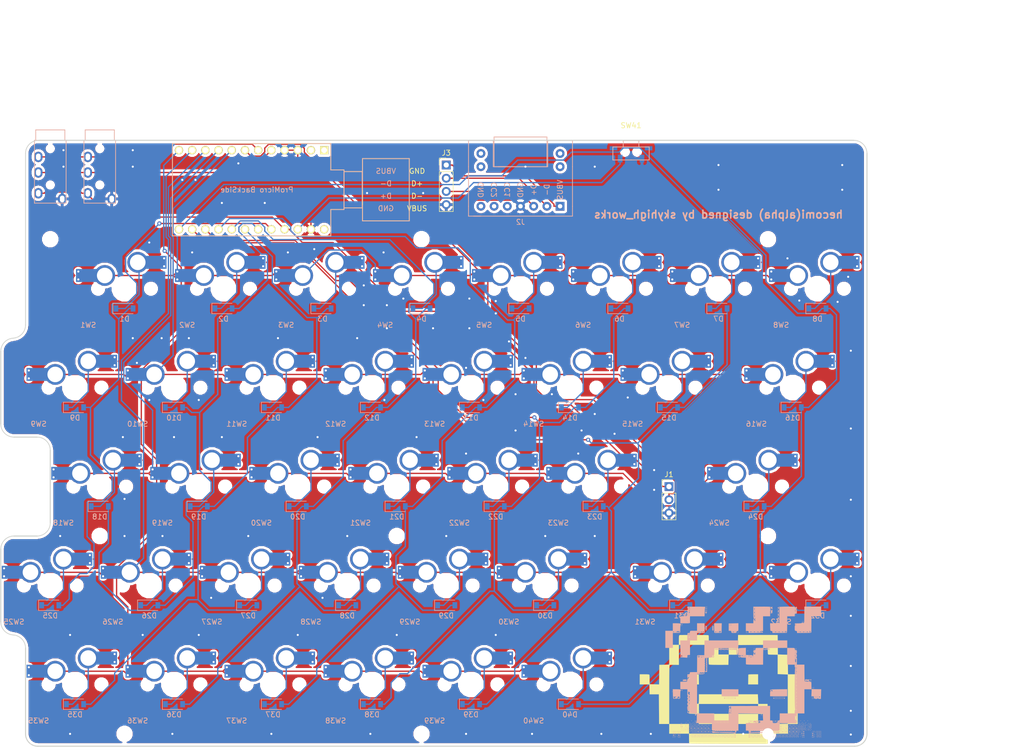
<source format=kicad_pcb>
(kicad_pcb (version 20171130) (host pcbnew "(5.0.0)")
  (layers (0 F.Cu signal) (31 B.Cu signal) (34 B.Paste user) (35 F.Paste user) (36 B.SilkS user) (37 F.SilkS user) (38 B.Mask user) (39 F.Mask user) (44 Edge.Cuts user))
  (net 0 "")
  (net 1 "Net-(D1-Pad1)")
  (net 2 COL0)
  (net 3 COL1)
  (net 4 "Net-(D2-Pad1)")
  (net 5 COL2)
  (net 6 "Net-(D3-Pad1)")
  (net 7 COL3)
  (net 8 "Net-(D4-Pad1)")
  (net 9 COL4)
  (net 10 "Net-(D5-Pad1)")
  (net 11 "Net-(D6-Pad1)")
  (net 12 COL5)
  (net 13 "Net-(D7-Pad1)")
  (net 14 COL6)
  (net 15 "Net-(D8-Pad1)")
  (net 16 COL7)
  (net 17 "Net-(D9-Pad1)")
  (net 18 "Net-(D10-Pad1)")
  (net 19 "Net-(D11-Pad1)")
  (net 20 "Net-(D12-Pad1)")
  (net 21 "Net-(D13-Pad1)")
  (net 22 "Net-(D14-Pad1)")
  (net 23 "Net-(D15-Pad1)")
  (net 24 "Net-(D16-Pad1)")
  (net 25 "Net-(D18-Pad1)")
  (net 26 "Net-(D19-Pad1)")
  (net 27 "Net-(D20-Pad1)")
  (net 28 "Net-(D21-Pad1)")
  (net 29 "Net-(D22-Pad1)")
  (net 30 "Net-(D23-Pad1)")
  (net 31 "Net-(D24-Pad1)")
  (net 32 "Net-(D25-Pad1)")
  (net 33 "Net-(D26-Pad1)")
  (net 34 "Net-(D27-Pad1)")
  (net 35 "Net-(D28-Pad1)")
  (net 36 "Net-(D29-Pad1)")
  (net 37 "Net-(D30-Pad1)")
  (net 38 "Net-(D31-Pad1)")
  (net 39 "Net-(D32-Pad1)")
  (net 40 "Net-(D35-Pad1)")
  (net 41 "Net-(D36-Pad1)")
  (net 42 "Net-(D37-Pad1)")
  (net 43 "Net-(D38-Pad1)")
  (net 44 "Net-(D39-Pad1)")
  (net 45 "Net-(D40-Pad1)")
  (net 46 VCC)
  (net 47 LED)
  (net 48 GND)
  (net 49 ROW0)
  (net 50 ROW1)
  (net 51 ROW2)
  (net 52 ROW3)
  (net 53 ROW4)
  (net 54 RST)
  (net 55 "Net-(U1-Pad24)")
  (net 56 SDA)
  (net 57 SCL)
  (net 58 RX)
  (net 59 TX)
  (net 60 VBUS)
  (net 61 D-)
  (net 62 D+)
  (net 63 "Net-(J2-Pad5)")
  (net 64 "Net-(J2-Pad6)")
  (net 65 "Net-(J2-Pad7)")
  (module My_Keyboard:MXOnly-1U-Hotswap-Antishear (layer F.Cu) (at 147.638 57.15)
    (fp_text reference SW23 (at -7 7) (layer B.SilkS) (effects (justify mirror)))
    (fp_text value SW_Push)
    (pad 2 thru_hole circle (at 2.54 -5.08) (size 4 4) (drill 3) (layers *.Cu) (net 30 "Net-(D23-Pad1)"))
    (pad "" np_thru_hole circle (at 0 0) (size 3.9878 3.9878) (drill 3.9878) (layers *.Cu *.Mask))
    (pad 1 thru_hole circle (at -3.81 -2.54) (size 4 4) (drill 3) (layers *.Cu) (net 51 ROW2))
    (pad "" np_thru_hole circle (at -5.08 0 48.0996) (size 1.75 1.75) (drill 1.75) (layers *.Cu *.Mask))
    (pad "" np_thru_hole circle (at 5.08 0 48.0996) (size 1.75 1.75) (drill 1.75) (layers *.Cu *.Mask))
    (pad 1 thru_hole circle (at -8.89 -3.302) (size 0.8 0.8) (drill 0.4) (layers *.Cu) (net 51 ROW2))
    (pad 2 thru_hole circle (at 7.62 -5.842) (size 0.8 0.8) (drill 0.4) (layers *.Cu) (net 30 "Net-(D23-Pad1)"))
    (pad 1 thru_hole circle (at -8.89 -1.778) (size 0.8 0.8) (drill 0.4) (layers *.Cu) (net 51 ROW2))
    (pad 2 thru_hole circle (at 7.62 -4.318) (size 0.8 0.8) (drill 0.4) (layers *.Cu) (net 30 "Net-(D23-Pad1)"))
    (pad 1 smd rect (at -7.085 -2.54) (size 4.5 2.5) (layers B.Cu) (net 51 ROW2))
    (pad 2 smd rect (at 5.842 -5.08) (size 4.5 2.5) (layers B.Cu) (net 30 "Net-(D23-Pad1)"))
  )
  (module My_Keyboard:MXOnly-1U-Hotswap-Antishear (layer F.Cu) (at 178.594 57.15)
    (fp_text reference SW24 (at -7 7) (layer B.SilkS) (effects (justify mirror)))
    (fp_text value SW_Push)
    (pad 2 thru_hole circle (at 2.54 -5.08) (size 4 4) (drill 3) (layers *.Cu) (net 31 "Net-(D24-Pad1)"))
    (pad "" np_thru_hole circle (at 0 0) (size 3.9878 3.9878) (drill 3.9878) (layers *.Cu *.Mask))
    (pad 1 thru_hole circle (at -3.81 -2.54) (size 4 4) (drill 3) (layers *.Cu) (net 51 ROW2))
    (pad "" np_thru_hole circle (at -5.08 0 48.0996) (size 1.75 1.75) (drill 1.75) (layers *.Cu *.Mask))
    (pad "" np_thru_hole circle (at 5.08 0 48.0996) (size 1.75 1.75) (drill 1.75) (layers *.Cu *.Mask))
    (pad 1 thru_hole circle (at -8.89 -3.302) (size 0.8 0.8) (drill 0.4) (layers *.Cu) (net 51 ROW2))
    (pad 2 thru_hole circle (at 7.62 -5.842) (size 0.8 0.8) (drill 0.4) (layers *.Cu) (net 31 "Net-(D24-Pad1)"))
    (pad 1 thru_hole circle (at -8.89 -1.778) (size 0.8 0.8) (drill 0.4) (layers *.Cu) (net 51 ROW2))
    (pad 2 thru_hole circle (at 7.62 -4.318) (size 0.8 0.8) (drill 0.4) (layers *.Cu) (net 31 "Net-(D24-Pad1)"))
    (pad 1 smd rect (at -7.085 -2.54) (size 4.5 2.5) (layers B.Cu) (net 51 ROW2))
    (pad 2 smd rect (at 5.842 -5.08) (size 4.5 2.5) (layers B.Cu) (net 31 "Net-(D24-Pad1)"))
  )
  (module My_Keyboard:MXOnly-1U-Hotswap-Antishear (layer F.Cu) (at 61.9125 76.2)
    (fp_text reference SW26 (at -7 7) (layer B.SilkS) (effects (justify mirror)))
    (fp_text value SW_Push)
    (pad 2 thru_hole circle (at 2.54 -5.08) (size 4 4) (drill 3) (layers *.Cu) (net 33 "Net-(D26-Pad1)"))
    (pad "" np_thru_hole circle (at 0 0) (size 3.9878 3.9878) (drill 3.9878) (layers *.Cu *.Mask))
    (pad 1 thru_hole circle (at -3.81 -2.54) (size 4 4) (drill 3) (layers *.Cu) (net 52 ROW3))
    (pad "" np_thru_hole circle (at -5.08 0 48.0996) (size 1.75 1.75) (drill 1.75) (layers *.Cu *.Mask))
    (pad "" np_thru_hole circle (at 5.08 0 48.0996) (size 1.75 1.75) (drill 1.75) (layers *.Cu *.Mask))
    (pad 1 thru_hole circle (at -8.89 -3.302) (size 0.8 0.8) (drill 0.4) (layers *.Cu) (net 52 ROW3))
    (pad 2 thru_hole circle (at 7.62 -5.842) (size 0.8 0.8) (drill 0.4) (layers *.Cu) (net 33 "Net-(D26-Pad1)"))
    (pad 1 thru_hole circle (at -8.89 -1.778) (size 0.8 0.8) (drill 0.4) (layers *.Cu) (net 52 ROW3))
    (pad 2 thru_hole circle (at 7.62 -4.318) (size 0.8 0.8) (drill 0.4) (layers *.Cu) (net 33 "Net-(D26-Pad1)"))
    (pad 1 smd rect (at -7.085 -2.54) (size 4.5 2.5) (layers B.Cu) (net 52 ROW3))
    (pad 2 smd rect (at 5.842 -5.08) (size 4.5 2.5) (layers B.Cu) (net 33 "Net-(D26-Pad1)"))
  )
  (module My_Keyboard:MXOnly-1U-Hotswap-Antishear (layer F.Cu) (at 80.9625 76.2)
    (fp_text reference SW27 (at -7 7) (layer B.SilkS) (effects (justify mirror)))
    (fp_text value SW_Push)
    (pad 2 thru_hole circle (at 2.54 -5.08) (size 4 4) (drill 3) (layers *.Cu) (net 34 "Net-(D27-Pad1)"))
    (pad "" np_thru_hole circle (at 0 0) (size 3.9878 3.9878) (drill 3.9878) (layers *.Cu *.Mask))
    (pad 1 thru_hole circle (at -3.81 -2.54) (size 4 4) (drill 3) (layers *.Cu) (net 52 ROW3))
    (pad "" np_thru_hole circle (at -5.08 0 48.0996) (size 1.75 1.75) (drill 1.75) (layers *.Cu *.Mask))
    (pad "" np_thru_hole circle (at 5.08 0 48.0996) (size 1.75 1.75) (drill 1.75) (layers *.Cu *.Mask))
    (pad 1 thru_hole circle (at -8.89 -3.302) (size 0.8 0.8) (drill 0.4) (layers *.Cu) (net 52 ROW3))
    (pad 2 thru_hole circle (at 7.62 -5.842) (size 0.8 0.8) (drill 0.4) (layers *.Cu) (net 34 "Net-(D27-Pad1)"))
    (pad 1 thru_hole circle (at -8.89 -1.778) (size 0.8 0.8) (drill 0.4) (layers *.Cu) (net 52 ROW3))
    (pad 2 thru_hole circle (at 7.62 -4.318) (size 0.8 0.8) (drill 0.4) (layers *.Cu) (net 34 "Net-(D27-Pad1)"))
    (pad 1 smd rect (at -7.085 -2.54) (size 4.5 2.5) (layers B.Cu) (net 52 ROW3))
    (pad 2 smd rect (at 5.842 -5.08) (size 4.5 2.5) (layers B.Cu) (net 34 "Net-(D27-Pad1)"))
  )
  (module My_Keyboard:MXOnly-1U-Hotswap-Antishear (layer F.Cu) (at 100.012 76.2)
    (fp_text reference SW28 (at -7 7) (layer B.SilkS) (effects (justify mirror)))
    (fp_text value SW_Push)
    (pad 2 thru_hole circle (at 2.54 -5.08) (size 4 4) (drill 3) (layers *.Cu) (net 35 "Net-(D28-Pad1)"))
    (pad "" np_thru_hole circle (at 0 0) (size 3.9878 3.9878) (drill 3.9878) (layers *.Cu *.Mask))
    (pad 1 thru_hole circle (at -3.81 -2.54) (size 4 4) (drill 3) (layers *.Cu) (net 52 ROW3))
    (pad "" np_thru_hole circle (at -5.08 0 48.0996) (size 1.75 1.75) (drill 1.75) (layers *.Cu *.Mask))
    (pad "" np_thru_hole circle (at 5.08 0 48.0996) (size 1.75 1.75) (drill 1.75) (layers *.Cu *.Mask))
    (pad 1 thru_hole circle (at -8.89 -3.302) (size 0.8 0.8) (drill 0.4) (layers *.Cu) (net 52 ROW3))
    (pad 2 thru_hole circle (at 7.62 -5.842) (size 0.8 0.8) (drill 0.4) (layers *.Cu) (net 35 "Net-(D28-Pad1)"))
    (pad 1 thru_hole circle (at -8.89 -1.778) (size 0.8 0.8) (drill 0.4) (layers *.Cu) (net 52 ROW3))
    (pad 2 thru_hole circle (at 7.62 -4.318) (size 0.8 0.8) (drill 0.4) (layers *.Cu) (net 35 "Net-(D28-Pad1)"))
    (pad 1 smd rect (at -7.085 -2.54) (size 4.5 2.5) (layers B.Cu) (net 52 ROW3))
    (pad 2 smd rect (at 5.842 -5.08) (size 4.5 2.5) (layers B.Cu) (net 35 "Net-(D28-Pad1)"))
  )
  (module My_Keyboard:MXOnly-1U-Hotswap-Antishear (layer F.Cu) (at 119.062 76.2)
    (fp_text reference SW29 (at -7 7) (layer B.SilkS) (effects (justify mirror)))
    (fp_text value SW_Push)
    (pad 2 thru_hole circle (at 2.54 -5.08) (size 4 4) (drill 3) (layers *.Cu) (net 36 "Net-(D29-Pad1)"))
    (pad "" np_thru_hole circle (at 0 0) (size 3.9878 3.9878) (drill 3.9878) (layers *.Cu *.Mask))
    (pad 1 thru_hole circle (at -3.81 -2.54) (size 4 4) (drill 3) (layers *.Cu) (net 52 ROW3))
    (pad "" np_thru_hole circle (at -5.08 0 48.0996) (size 1.75 1.75) (drill 1.75) (layers *.Cu *.Mask))
    (pad "" np_thru_hole circle (at 5.08 0 48.0996) (size 1.75 1.75) (drill 1.75) (layers *.Cu *.Mask))
    (pad 1 thru_hole circle (at -8.89 -3.302) (size 0.8 0.8) (drill 0.4) (layers *.Cu) (net 52 ROW3))
    (pad 2 thru_hole circle (at 7.62 -5.842) (size 0.8 0.8) (drill 0.4) (layers *.Cu) (net 36 "Net-(D29-Pad1)"))
    (pad 1 thru_hole circle (at -8.89 -1.778) (size 0.8 0.8) (drill 0.4) (layers *.Cu) (net 52 ROW3))
    (pad 2 thru_hole circle (at 7.62 -4.318) (size 0.8 0.8) (drill 0.4) (layers *.Cu) (net 36 "Net-(D29-Pad1)"))
    (pad 1 smd rect (at -7.085 -2.54) (size 4.5 2.5) (layers B.Cu) (net 52 ROW3))
    (pad 2 smd rect (at 5.842 -5.08) (size 4.5 2.5) (layers B.Cu) (net 36 "Net-(D29-Pad1)"))
  )
  (module My_Keyboard:MXOnly-1U-Hotswap-Antishear (layer F.Cu) (at 138.112 76.2)
    (fp_text reference SW30 (at -7 7) (layer B.SilkS) (effects (justify mirror)))
    (fp_text value SW_Push)
    (pad 2 thru_hole circle (at 2.54 -5.08) (size 4 4) (drill 3) (layers *.Cu) (net 37 "Net-(D30-Pad1)"))
    (pad "" np_thru_hole circle (at 0 0) (size 3.9878 3.9878) (drill 3.9878) (layers *.Cu *.Mask))
    (pad 1 thru_hole circle (at -3.81 -2.54) (size 4 4) (drill 3) (layers *.Cu) (net 52 ROW3))
    (pad "" np_thru_hole circle (at -5.08 0 48.0996) (size 1.75 1.75) (drill 1.75) (layers *.Cu *.Mask))
    (pad "" np_thru_hole circle (at 5.08 0 48.0996) (size 1.75 1.75) (drill 1.75) (layers *.Cu *.Mask))
    (pad 1 thru_hole circle (at -8.89 -3.302) (size 0.8 0.8) (drill 0.4) (layers *.Cu) (net 52 ROW3))
    (pad 2 thru_hole circle (at 7.62 -5.842) (size 0.8 0.8) (drill 0.4) (layers *.Cu) (net 37 "Net-(D30-Pad1)"))
    (pad 1 thru_hole circle (at -8.89 -1.778) (size 0.8 0.8) (drill 0.4) (layers *.Cu) (net 52 ROW3))
    (pad 2 thru_hole circle (at 7.62 -4.318) (size 0.8 0.8) (drill 0.4) (layers *.Cu) (net 37 "Net-(D30-Pad1)"))
    (pad 1 smd rect (at -7.085 -2.54) (size 4.5 2.5) (layers B.Cu) (net 52 ROW3))
    (pad 2 smd rect (at 5.842 -5.08) (size 4.5 2.5) (layers B.Cu) (net 37 "Net-(D30-Pad1)"))
  )
  (module My_Keyboard:MXOnly-1U-Hotswap-Antishear (layer F.Cu) (at 123.825 95.25)
    (fp_text reference SW39 (at -7 7) (layer B.SilkS) (effects (justify mirror)))
    (fp_text value SW_Push)
    (pad 2 thru_hole circle (at 2.54 -5.08) (size 4 4) (drill 3) (layers *.Cu) (net 44 "Net-(D39-Pad1)"))
    (pad "" np_thru_hole circle (at 0 0) (size 3.9878 3.9878) (drill 3.9878) (layers *.Cu *.Mask))
    (pad 1 thru_hole circle (at -3.81 -2.54) (size 4 4) (drill 3) (layers *.Cu) (net 53 ROW4))
    (pad "" np_thru_hole circle (at -5.08 0 48.0996) (size 1.75 1.75) (drill 1.75) (layers *.Cu *.Mask))
    (pad "" np_thru_hole circle (at 5.08 0 48.0996) (size 1.75 1.75) (drill 1.75) (layers *.Cu *.Mask))
    (pad 1 thru_hole circle (at -8.89 -3.302) (size 0.8 0.8) (drill 0.4) (layers *.Cu) (net 53 ROW4))
    (pad 2 thru_hole circle (at 7.62 -5.842) (size 0.8 0.8) (drill 0.4) (layers *.Cu) (net 44 "Net-(D39-Pad1)"))
    (pad 1 thru_hole circle (at -8.89 -1.778) (size 0.8 0.8) (drill 0.4) (layers *.Cu) (net 53 ROW4))
    (pad 2 thru_hole circle (at 7.62 -4.318) (size 0.8 0.8) (drill 0.4) (layers *.Cu) (net 44 "Net-(D39-Pad1)"))
    (pad 1 smd rect (at -7.085 -2.54) (size 4.5 2.5) (layers B.Cu) (net 53 ROW4))
    (pad 2 smd rect (at 5.842 -5.08) (size 4.5 2.5) (layers B.Cu) (net 44 "Net-(D39-Pad1)"))
  )
  (module My_Keyboard:MXOnly-1U-Hotswap-Antishear (layer F.Cu) (at 164.306 76.2)
    (fp_text reference SW31 (at -7 7) (layer B.SilkS) (effects (justify mirror)))
    (fp_text value SW_Push)
    (pad 2 thru_hole circle (at 2.54 -5.08) (size 4 4) (drill 3) (layers *.Cu) (net 38 "Net-(D31-Pad1)"))
    (pad "" np_thru_hole circle (at 0 0) (size 3.9878 3.9878) (drill 3.9878) (layers *.Cu *.Mask))
    (pad 1 thru_hole circle (at -3.81 -2.54) (size 4 4) (drill 3) (layers *.Cu) (net 52 ROW3))
    (pad "" np_thru_hole circle (at -5.08 0 48.0996) (size 1.75 1.75) (drill 1.75) (layers *.Cu *.Mask))
    (pad "" np_thru_hole circle (at 5.08 0 48.0996) (size 1.75 1.75) (drill 1.75) (layers *.Cu *.Mask))
    (pad 1 thru_hole circle (at -8.89 -3.302) (size 0.8 0.8) (drill 0.4) (layers *.Cu) (net 52 ROW3))
    (pad 2 thru_hole circle (at 7.62 -5.842) (size 0.8 0.8) (drill 0.4) (layers *.Cu) (net 38 "Net-(D31-Pad1)"))
    (pad 1 thru_hole circle (at -8.89 -1.778) (size 0.8 0.8) (drill 0.4) (layers *.Cu) (net 52 ROW3))
    (pad 2 thru_hole circle (at 7.62 -4.318) (size 0.8 0.8) (drill 0.4) (layers *.Cu) (net 38 "Net-(D31-Pad1)"))
    (pad 1 smd rect (at -7.085 -2.54) (size 4.5 2.5) (layers B.Cu) (net 52 ROW3))
    (pad 2 smd rect (at 5.842 -5.08) (size 4.5 2.5) (layers B.Cu) (net 38 "Net-(D31-Pad1)"))
  )
  (module My_Keyboard:MXOnly-1U-Hotswap-Antishear (layer F.Cu) (at 190.5 76.2)
    (fp_text reference SW32 (at -7 7) (layer B.SilkS) (effects (justify mirror)))
    (fp_text value SW_Push)
    (pad 2 thru_hole circle (at 2.54 -5.08) (size 4 4) (drill 3) (layers *.Cu) (net 39 "Net-(D32-Pad1)"))
    (pad "" np_thru_hole circle (at 0 0) (size 3.9878 3.9878) (drill 3.9878) (layers *.Cu *.Mask))
    (pad 1 thru_hole circle (at -3.81 -2.54) (size 4 4) (drill 3) (layers *.Cu) (net 52 ROW3))
    (pad "" np_thru_hole circle (at -5.08 0 48.0996) (size 1.75 1.75) (drill 1.75) (layers *.Cu *.Mask))
    (pad "" np_thru_hole circle (at 5.08 0 48.0996) (size 1.75 1.75) (drill 1.75) (layers *.Cu *.Mask))
    (pad 1 thru_hole circle (at -8.89 -3.302) (size 0.8 0.8) (drill 0.4) (layers *.Cu) (net 52 ROW3))
    (pad 2 thru_hole circle (at 7.62 -5.842) (size 0.8 0.8) (drill 0.4) (layers *.Cu) (net 39 "Net-(D32-Pad1)"))
    (pad 1 thru_hole circle (at -8.89 -1.778) (size 0.8 0.8) (drill 0.4) (layers *.Cu) (net 52 ROW3))
    (pad 2 thru_hole circle (at 7.62 -4.318) (size 0.8 0.8) (drill 0.4) (layers *.Cu) (net 39 "Net-(D32-Pad1)"))
    (pad 1 smd rect (at -7.085 -2.54) (size 4.5 2.5) (layers B.Cu) (net 52 ROW3))
    (pad 2 smd rect (at 5.842 -5.08) (size 4.5 2.5) (layers B.Cu) (net 39 "Net-(D32-Pad1)"))
  )
  (module My_Keyboard:MXOnly-1U-Hotswap-Antishear (layer F.Cu) (at 47.625 95.25)
    (fp_text reference SW35 (at -7 7) (layer B.SilkS) (effects (justify mirror)))
    (fp_text value SW_Push)
    (pad 2 thru_hole circle (at 2.54 -5.08) (size 4 4) (drill 3) (layers *.Cu) (net 40 "Net-(D35-Pad1)"))
    (pad "" np_thru_hole circle (at 0 0) (size 3.9878 3.9878) (drill 3.9878) (layers *.Cu *.Mask))
    (pad 1 thru_hole circle (at -3.81 -2.54) (size 4 4) (drill 3) (layers *.Cu) (net 53 ROW4))
    (pad "" np_thru_hole circle (at -5.08 0 48.0996) (size 1.75 1.75) (drill 1.75) (layers *.Cu *.Mask))
    (pad "" np_thru_hole circle (at 5.08 0 48.0996) (size 1.75 1.75) (drill 1.75) (layers *.Cu *.Mask))
    (pad 1 thru_hole circle (at -8.89 -3.302) (size 0.8 0.8) (drill 0.4) (layers *.Cu) (net 53 ROW4))
    (pad 2 thru_hole circle (at 7.62 -5.842) (size 0.8 0.8) (drill 0.4) (layers *.Cu) (net 40 "Net-(D35-Pad1)"))
    (pad 1 thru_hole circle (at -8.89 -1.778) (size 0.8 0.8) (drill 0.4) (layers *.Cu) (net 53 ROW4))
    (pad 2 thru_hole circle (at 7.62 -4.318) (size 0.8 0.8) (drill 0.4) (layers *.Cu) (net 40 "Net-(D35-Pad1)"))
    (pad 1 smd rect (at -7.085 -2.54) (size 4.5 2.5) (layers B.Cu) (net 53 ROW4))
    (pad 2 smd rect (at 5.842 -5.08) (size 4.5 2.5) (layers B.Cu) (net 40 "Net-(D35-Pad1)"))
  )
  (module My_Keyboard:MXOnly-1U-Hotswap-Antishear (layer F.Cu) (at 66.675 95.25)
    (fp_text reference SW36 (at -7 7) (layer B.SilkS) (effects (justify mirror)))
    (fp_text value SW_Push)
    (pad 2 thru_hole circle (at 2.54 -5.08) (size 4 4) (drill 3) (layers *.Cu) (net 41 "Net-(D36-Pad1)"))
    (pad "" np_thru_hole circle (at 0 0) (size 3.9878 3.9878) (drill 3.9878) (layers *.Cu *.Mask))
    (pad 1 thru_hole circle (at -3.81 -2.54) (size 4 4) (drill 3) (layers *.Cu) (net 53 ROW4))
    (pad "" np_thru_hole circle (at -5.08 0 48.0996) (size 1.75 1.75) (drill 1.75) (layers *.Cu *.Mask))
    (pad "" np_thru_hole circle (at 5.08 0 48.0996) (size 1.75 1.75) (drill 1.75) (layers *.Cu *.Mask))
    (pad 1 thru_hole circle (at -8.89 -3.302) (size 0.8 0.8) (drill 0.4) (layers *.Cu) (net 53 ROW4))
    (pad 2 thru_hole circle (at 7.62 -5.842) (size 0.8 0.8) (drill 0.4) (layers *.Cu) (net 41 "Net-(D36-Pad1)"))
    (pad 1 thru_hole circle (at -8.89 -1.778) (size 0.8 0.8) (drill 0.4) (layers *.Cu) (net 53 ROW4))
    (pad 2 thru_hole circle (at 7.62 -4.318) (size 0.8 0.8) (drill 0.4) (layers *.Cu) (net 41 "Net-(D36-Pad1)"))
    (pad 1 smd rect (at -7.085 -2.54) (size 4.5 2.5) (layers B.Cu) (net 53 ROW4))
    (pad 2 smd rect (at 5.842 -5.08) (size 4.5 2.5) (layers B.Cu) (net 41 "Net-(D36-Pad1)"))
  )
  (module My_Keyboard:MXOnly-1U-Hotswap-Antishear (layer F.Cu) (at 85.725 95.25)
    (fp_text reference SW37 (at -7 7) (layer B.SilkS) (effects (justify mirror)))
    (fp_text value SW_Push)
    (pad 2 thru_hole circle (at 2.54 -5.08) (size 4 4) (drill 3) (layers *.Cu) (net 42 "Net-(D37-Pad1)"))
    (pad "" np_thru_hole circle (at 0 0) (size 3.9878 3.9878) (drill 3.9878) (layers *.Cu *.Mask))
    (pad 1 thru_hole circle (at -3.81 -2.54) (size 4 4) (drill 3) (layers *.Cu) (net 53 ROW4))
    (pad "" np_thru_hole circle (at -5.08 0 48.0996) (size 1.75 1.75) (drill 1.75) (layers *.Cu *.Mask))
    (pad "" np_thru_hole circle (at 5.08 0 48.0996) (size 1.75 1.75) (drill 1.75) (layers *.Cu *.Mask))
    (pad 1 thru_hole circle (at -8.89 -3.302) (size 0.8 0.8) (drill 0.4) (layers *.Cu) (net 53 ROW4))
    (pad 2 thru_hole circle (at 7.62 -5.842) (size 0.8 0.8) (drill 0.4) (layers *.Cu) (net 42 "Net-(D37-Pad1)"))
    (pad 1 thru_hole circle (at -8.89 -1.778) (size 0.8 0.8) (drill 0.4) (layers *.Cu) (net 53 ROW4))
    (pad 2 thru_hole circle (at 7.62 -4.318) (size 0.8 0.8) (drill 0.4) (layers *.Cu) (net 42 "Net-(D37-Pad1)"))
    (pad 1 smd rect (at -7.085 -2.54) (size 4.5 2.5) (layers B.Cu) (net 53 ROW4))
    (pad 2 smd rect (at 5.842 -5.08) (size 4.5 2.5) (layers B.Cu) (net 42 "Net-(D37-Pad1)"))
  )
  (module My_Keyboard:MXOnly-1U-Hotswap-Antishear (layer F.Cu) (at 104.775 95.25)
    (fp_text reference SW38 (at -7 7) (layer B.SilkS) (effects (justify mirror)))
    (fp_text value SW_Push)
    (pad 2 thru_hole circle (at 2.54 -5.08) (size 4 4) (drill 3) (layers *.Cu) (net 43 "Net-(D38-Pad1)"))
    (pad "" np_thru_hole circle (at 0 0) (size 3.9878 3.9878) (drill 3.9878) (layers *.Cu *.Mask))
    (pad 1 thru_hole circle (at -3.81 -2.54) (size 4 4) (drill 3) (layers *.Cu) (net 53 ROW4))
    (pad "" np_thru_hole circle (at -5.08 0 48.0996) (size 1.75 1.75) (drill 1.75) (layers *.Cu *.Mask))
    (pad "" np_thru_hole circle (at 5.08 0 48.0996) (size 1.75 1.75) (drill 1.75) (layers *.Cu *.Mask))
    (pad 1 thru_hole circle (at -8.89 -3.302) (size 0.8 0.8) (drill 0.4) (layers *.Cu) (net 53 ROW4))
    (pad 2 thru_hole circle (at 7.62 -5.842) (size 0.8 0.8) (drill 0.4) (layers *.Cu) (net 43 "Net-(D38-Pad1)"))
    (pad 1 thru_hole circle (at -8.89 -1.778) (size 0.8 0.8) (drill 0.4) (layers *.Cu) (net 53 ROW4))
    (pad 2 thru_hole circle (at 7.62 -4.318) (size 0.8 0.8) (drill 0.4) (layers *.Cu) (net 43 "Net-(D38-Pad1)"))
    (pad 1 smd rect (at -7.085 -2.54) (size 4.5 2.5) (layers B.Cu) (net 53 ROW4))
    (pad 2 smd rect (at 5.842 -5.08) (size 4.5 2.5) (layers B.Cu) (net 43 "Net-(D38-Pad1)"))
  )
  (module My_Keyboard:MXOnly-1U-Hotswap-Antishear (layer F.Cu) (at 142.875 95.25)
    (fp_text reference SW40 (at -7 7) (layer B.SilkS) (effects (justify mirror)))
    (fp_text value SW_Push)
    (pad 2 thru_hole circle (at 2.54 -5.08) (size 4 4) (drill 3) (layers *.Cu) (net 45 "Net-(D40-Pad1)"))
    (pad "" np_thru_hole circle (at 0 0) (size 3.9878 3.9878) (drill 3.9878) (layers *.Cu *.Mask))
    (pad 1 thru_hole circle (at -3.81 -2.54) (size 4 4) (drill 3) (layers *.Cu) (net 53 ROW4))
    (pad "" np_thru_hole circle (at -5.08 0 48.0996) (size 1.75 1.75) (drill 1.75) (layers *.Cu *.Mask))
    (pad "" np_thru_hole circle (at 5.08 0 48.0996) (size 1.75 1.75) (drill 1.75) (layers *.Cu *.Mask))
    (pad 1 thru_hole circle (at -8.89 -3.302) (size 0.8 0.8) (drill 0.4) (layers *.Cu) (net 53 ROW4))
    (pad 2 thru_hole circle (at 7.62 -5.842) (size 0.8 0.8) (drill 0.4) (layers *.Cu) (net 45 "Net-(D40-Pad1)"))
    (pad 1 thru_hole circle (at -8.89 -1.778) (size 0.8 0.8) (drill 0.4) (layers *.Cu) (net 53 ROW4))
    (pad 2 thru_hole circle (at 7.62 -4.318) (size 0.8 0.8) (drill 0.4) (layers *.Cu) (net 45 "Net-(D40-Pad1)"))
    (pad 1 smd rect (at -7.085 -2.54) (size 4.5 2.5) (layers B.Cu) (net 53 ROW4))
    (pad 2 smd rect (at 5.842 -5.08) (size 4.5 2.5) (layers B.Cu) (net 45 "Net-(D40-Pad1)"))
  )
  (module My_Keyboard:MXOnly-1U-Hotswap-Antishear (layer F.Cu) (at 42.8625 76.2)
    (fp_text reference SW25 (at -7 7) (layer B.SilkS) (effects (justify mirror)))
    (fp_text value SW_Push)
    (pad 2 thru_hole circle (at 2.54 -5.08) (size 4 4) (drill 3) (layers *.Cu) (net 32 "Net-(D25-Pad1)"))
    (pad "" np_thru_hole circle (at 0 0) (size 3.9878 3.9878) (drill 3.9878) (layers *.Cu *.Mask))
    (pad 1 thru_hole circle (at -3.81 -2.54) (size 4 4) (drill 3) (layers *.Cu) (net 52 ROW3))
    (pad "" np_thru_hole circle (at -5.08 0 48.0996) (size 1.75 1.75) (drill 1.75) (layers *.Cu *.Mask))
    (pad "" np_thru_hole circle (at 5.08 0 48.0996) (size 1.75 1.75) (drill 1.75) (layers *.Cu *.Mask))
    (pad 1 thru_hole circle (at -8.89 -3.302) (size 0.8 0.8) (drill 0.4) (layers *.Cu) (net 52 ROW3))
    (pad 2 thru_hole circle (at 7.62 -5.842) (size 0.8 0.8) (drill 0.4) (layers *.Cu) (net 32 "Net-(D25-Pad1)"))
    (pad 1 thru_hole circle (at -8.89 -1.778) (size 0.8 0.8) (drill 0.4) (layers *.Cu) (net 52 ROW3))
    (pad 2 thru_hole circle (at 7.62 -4.318) (size 0.8 0.8) (drill 0.4) (layers *.Cu) (net 32 "Net-(D25-Pad1)"))
    (pad 1 smd rect (at -7.085 -2.54) (size 4.5 2.5) (layers B.Cu) (net 52 ROW3))
    (pad 2 smd rect (at 5.842 -5.08) (size 4.5 2.5) (layers B.Cu) (net 32 "Net-(D25-Pad1)"))
  )
  (module My_Keyboard:MXOnly-1U-Hotswap-Antishear (layer F.Cu) (at 76.2 19.05)
    (fp_text reference SW2 (at -7 7) (layer B.SilkS) (effects (justify mirror)))
    (fp_text value SW_Push)
    (pad 2 thru_hole circle (at 2.54 -5.08) (size 4 4) (drill 3) (layers *.Cu) (net 4 "Net-(D2-Pad1)"))
    (pad "" np_thru_hole circle (at 0 0) (size 3.9878 3.9878) (drill 3.9878) (layers *.Cu *.Mask))
    (pad 1 thru_hole circle (at -3.81 -2.54) (size 4 4) (drill 3) (layers *.Cu) (net 49 ROW0))
    (pad "" np_thru_hole circle (at -5.08 0 48.0996) (size 1.75 1.75) (drill 1.75) (layers *.Cu *.Mask))
    (pad "" np_thru_hole circle (at 5.08 0 48.0996) (size 1.75 1.75) (drill 1.75) (layers *.Cu *.Mask))
    (pad 1 thru_hole circle (at -8.89 -3.302) (size 0.8 0.8) (drill 0.4) (layers *.Cu) (net 49 ROW0))
    (pad 2 thru_hole circle (at 7.62 -5.842) (size 0.8 0.8) (drill 0.4) (layers *.Cu) (net 4 "Net-(D2-Pad1)"))
    (pad 1 thru_hole circle (at -8.89 -1.778) (size 0.8 0.8) (drill 0.4) (layers *.Cu) (net 49 ROW0))
    (pad 2 thru_hole circle (at 7.62 -4.318) (size 0.8 0.8) (drill 0.4) (layers *.Cu) (net 4 "Net-(D2-Pad1)"))
    (pad 1 smd rect (at -7.085 -2.54) (size 4.5 2.5) (layers B.Cu) (net 49 ROW0))
    (pad 2 smd rect (at 5.842 -5.08) (size 4.5 2.5) (layers B.Cu) (net 4 "Net-(D2-Pad1)"))
  )
  (module My_Keyboard:MXOnly-1U-Hotswap-Antishear (layer F.Cu) (at 128.588 57.15)
    (fp_text reference SW22 (at -7 7) (layer B.SilkS) (effects (justify mirror)))
    (fp_text value SW_Push)
    (pad 2 thru_hole circle (at 2.54 -5.08) (size 4 4) (drill 3) (layers *.Cu) (net 29 "Net-(D22-Pad1)"))
    (pad "" np_thru_hole circle (at 0 0) (size 3.9878 3.9878) (drill 3.9878) (layers *.Cu *.Mask))
    (pad 1 thru_hole circle (at -3.81 -2.54) (size 4 4) (drill 3) (layers *.Cu) (net 51 ROW2))
    (pad "" np_thru_hole circle (at -5.08 0 48.0996) (size 1.75 1.75) (drill 1.75) (layers *.Cu *.Mask))
    (pad "" np_thru_hole circle (at 5.08 0 48.0996) (size 1.75 1.75) (drill 1.75) (layers *.Cu *.Mask))
    (pad 1 thru_hole circle (at -8.89 -3.302) (size 0.8 0.8) (drill 0.4) (layers *.Cu) (net 51 ROW2))
    (pad 2 thru_hole circle (at 7.62 -5.842) (size 0.8 0.8) (drill 0.4) (layers *.Cu) (net 29 "Net-(D22-Pad1)"))
    (pad 1 thru_hole circle (at -8.89 -1.778) (size 0.8 0.8) (drill 0.4) (layers *.Cu) (net 51 ROW2))
    (pad 2 thru_hole circle (at 7.62 -4.318) (size 0.8 0.8) (drill 0.4) (layers *.Cu) (net 29 "Net-(D22-Pad1)"))
    (pad 1 smd rect (at -7.085 -2.54) (size 4.5 2.5) (layers B.Cu) (net 51 ROW2))
    (pad 2 smd rect (at 5.842 -5.08) (size 4.5 2.5) (layers B.Cu) (net 29 "Net-(D22-Pad1)"))
  )
  (module My_Keyboard:MXOnly-1U-Hotswap-Antishear (layer F.Cu) (at 95.25 19.05)
    (fp_text reference SW3 (at -7 7) (layer B.SilkS) (effects (justify mirror)))
    (fp_text value SW_Push)
    (pad 2 thru_hole circle (at 2.54 -5.08) (size 4 4) (drill 3) (layers *.Cu) (net 6 "Net-(D3-Pad1)"))
    (pad "" np_thru_hole circle (at 0 0) (size 3.9878 3.9878) (drill 3.9878) (layers *.Cu *.Mask))
    (pad 1 thru_hole circle (at -3.81 -2.54) (size 4 4) (drill 3) (layers *.Cu) (net 49 ROW0))
    (pad "" np_thru_hole circle (at -5.08 0 48.0996) (size 1.75 1.75) (drill 1.75) (layers *.Cu *.Mask))
    (pad "" np_thru_hole circle (at 5.08 0 48.0996) (size 1.75 1.75) (drill 1.75) (layers *.Cu *.Mask))
    (pad 1 thru_hole circle (at -8.89 -3.302) (size 0.8 0.8) (drill 0.4) (layers *.Cu) (net 49 ROW0))
    (pad 2 thru_hole circle (at 7.62 -5.842) (size 0.8 0.8) (drill 0.4) (layers *.Cu) (net 6 "Net-(D3-Pad1)"))
    (pad 1 thru_hole circle (at -8.89 -1.778) (size 0.8 0.8) (drill 0.4) (layers *.Cu) (net 49 ROW0))
    (pad 2 thru_hole circle (at 7.62 -4.318) (size 0.8 0.8) (drill 0.4) (layers *.Cu) (net 6 "Net-(D3-Pad1)"))
    (pad 1 smd rect (at -7.085 -2.54) (size 4.5 2.5) (layers B.Cu) (net 49 ROW0))
    (pad 2 smd rect (at 5.842 -5.08) (size 4.5 2.5) (layers B.Cu) (net 6 "Net-(D3-Pad1)"))
  )
  (module My_Keyboard:MXOnly-1U-Hotswap-Antishear (layer F.Cu) (at 114.3 19.05)
    (fp_text reference SW4 (at -7 7) (layer B.SilkS) (effects (justify mirror)))
    (fp_text value SW_Push)
    (pad 2 thru_hole circle (at 2.54 -5.08) (size 4 4) (drill 3) (layers *.Cu) (net 8 "Net-(D4-Pad1)"))
    (pad "" np_thru_hole circle (at 0 0) (size 3.9878 3.9878) (drill 3.9878) (layers *.Cu *.Mask))
    (pad 1 thru_hole circle (at -3.81 -2.54) (size 4 4) (drill 3) (layers *.Cu) (net 49 ROW0))
    (pad "" np_thru_hole circle (at -5.08 0 48.0996) (size 1.75 1.75) (drill 1.75) (layers *.Cu *.Mask))
    (pad "" np_thru_hole circle (at 5.08 0 48.0996) (size 1.75 1.75) (drill 1.75) (layers *.Cu *.Mask))
    (pad 1 thru_hole circle (at -8.89 -3.302) (size 0.8 0.8) (drill 0.4) (layers *.Cu) (net 49 ROW0))
    (pad 2 thru_hole circle (at 7.62 -5.842) (size 0.8 0.8) (drill 0.4) (layers *.Cu) (net 8 "Net-(D4-Pad1)"))
    (pad 1 thru_hole circle (at -8.89 -1.778) (size 0.8 0.8) (drill 0.4) (layers *.Cu) (net 49 ROW0))
    (pad 2 thru_hole circle (at 7.62 -4.318) (size 0.8 0.8) (drill 0.4) (layers *.Cu) (net 8 "Net-(D4-Pad1)"))
    (pad 1 smd rect (at -7.085 -2.54) (size 4.5 2.5) (layers B.Cu) (net 49 ROW0))
    (pad 2 smd rect (at 5.842 -5.08) (size 4.5 2.5) (layers B.Cu) (net 8 "Net-(D4-Pad1)"))
  )
  (module My_Keyboard:MXOnly-1U-Hotswap-Antishear (layer F.Cu) (at 133.35 19.05)
    (fp_text reference SW5 (at -7 7) (layer B.SilkS) (effects (justify mirror)))
    (fp_text value SW_Push)
    (pad 2 thru_hole circle (at 2.54 -5.08) (size 4 4) (drill 3) (layers *.Cu) (net 10 "Net-(D5-Pad1)"))
    (pad "" np_thru_hole circle (at 0 0) (size 3.9878 3.9878) (drill 3.9878) (layers *.Cu *.Mask))
    (pad 1 thru_hole circle (at -3.81 -2.54) (size 4 4) (drill 3) (layers *.Cu) (net 49 ROW0))
    (pad "" np_thru_hole circle (at -5.08 0 48.0996) (size 1.75 1.75) (drill 1.75) (layers *.Cu *.Mask))
    (pad "" np_thru_hole circle (at 5.08 0 48.0996) (size 1.75 1.75) (drill 1.75) (layers *.Cu *.Mask))
    (pad 1 thru_hole circle (at -8.89 -3.302) (size 0.8 0.8) (drill 0.4) (layers *.Cu) (net 49 ROW0))
    (pad 2 thru_hole circle (at 7.62 -5.842) (size 0.8 0.8) (drill 0.4) (layers *.Cu) (net 10 "Net-(D5-Pad1)"))
    (pad 1 thru_hole circle (at -8.89 -1.778) (size 0.8 0.8) (drill 0.4) (layers *.Cu) (net 49 ROW0))
    (pad 2 thru_hole circle (at 7.62 -4.318) (size 0.8 0.8) (drill 0.4) (layers *.Cu) (net 10 "Net-(D5-Pad1)"))
    (pad 1 smd rect (at -7.085 -2.54) (size 4.5 2.5) (layers B.Cu) (net 49 ROW0))
    (pad 2 smd rect (at 5.842 -5.08) (size 4.5 2.5) (layers B.Cu) (net 10 "Net-(D5-Pad1)"))
  )
  (module My_Keyboard:MXOnly-1U-Hotswap-Antishear (layer F.Cu) (at 171.45 19.05)
    (fp_text reference SW7 (at -7 7) (layer B.SilkS) (effects (justify mirror)))
    (fp_text value SW_Push)
    (pad 2 thru_hole circle (at 2.54 -5.08) (size 4 4) (drill 3) (layers *.Cu) (net 13 "Net-(D7-Pad1)"))
    (pad "" np_thru_hole circle (at 0 0) (size 3.9878 3.9878) (drill 3.9878) (layers *.Cu *.Mask))
    (pad 1 thru_hole circle (at -3.81 -2.54) (size 4 4) (drill 3) (layers *.Cu) (net 49 ROW0))
    (pad "" np_thru_hole circle (at -5.08 0 48.0996) (size 1.75 1.75) (drill 1.75) (layers *.Cu *.Mask))
    (pad "" np_thru_hole circle (at 5.08 0 48.0996) (size 1.75 1.75) (drill 1.75) (layers *.Cu *.Mask))
    (pad 1 thru_hole circle (at -8.89 -3.302) (size 0.8 0.8) (drill 0.4) (layers *.Cu) (net 49 ROW0))
    (pad 2 thru_hole circle (at 7.62 -5.842) (size 0.8 0.8) (drill 0.4) (layers *.Cu) (net 13 "Net-(D7-Pad1)"))
    (pad 1 thru_hole circle (at -8.89 -1.778) (size 0.8 0.8) (drill 0.4) (layers *.Cu) (net 49 ROW0))
    (pad 2 thru_hole circle (at 7.62 -4.318) (size 0.8 0.8) (drill 0.4) (layers *.Cu) (net 13 "Net-(D7-Pad1)"))
    (pad 1 smd rect (at -7.085 -2.54) (size 4.5 2.5) (layers B.Cu) (net 49 ROW0))
    (pad 2 smd rect (at 5.842 -5.08) (size 4.5 2.5) (layers B.Cu) (net 13 "Net-(D7-Pad1)"))
  )
  (module My_Keyboard:MXOnly-1U-Hotswap-Antishear (layer F.Cu) (at 190.5 19.05)
    (fp_text reference SW8 (at -7 7) (layer B.SilkS) (effects (justify mirror)))
    (fp_text value SW_Push)
    (pad 2 thru_hole circle (at 2.54 -5.08) (size 4 4) (drill 3) (layers *.Cu) (net 15 "Net-(D8-Pad1)"))
    (pad "" np_thru_hole circle (at 0 0) (size 3.9878 3.9878) (drill 3.9878) (layers *.Cu *.Mask))
    (pad 1 thru_hole circle (at -3.81 -2.54) (size 4 4) (drill 3) (layers *.Cu) (net 49 ROW0))
    (pad "" np_thru_hole circle (at -5.08 0 48.0996) (size 1.75 1.75) (drill 1.75) (layers *.Cu *.Mask))
    (pad "" np_thru_hole circle (at 5.08 0 48.0996) (size 1.75 1.75) (drill 1.75) (layers *.Cu *.Mask))
    (pad 1 thru_hole circle (at -8.89 -3.302) (size 0.8 0.8) (drill 0.4) (layers *.Cu) (net 49 ROW0))
    (pad 2 thru_hole circle (at 7.62 -5.842) (size 0.8 0.8) (drill 0.4) (layers *.Cu) (net 15 "Net-(D8-Pad1)"))
    (pad 1 thru_hole circle (at -8.89 -1.778) (size 0.8 0.8) (drill 0.4) (layers *.Cu) (net 49 ROW0))
    (pad 2 thru_hole circle (at 7.62 -4.318) (size 0.8 0.8) (drill 0.4) (layers *.Cu) (net 15 "Net-(D8-Pad1)"))
    (pad 1 smd rect (at -7.085 -2.54) (size 4.5 2.5) (layers B.Cu) (net 49 ROW0))
    (pad 2 smd rect (at 5.842 -5.08) (size 4.5 2.5) (layers B.Cu) (net 15 "Net-(D8-Pad1)"))
  )
  (module My_Keyboard:MXOnly-1U-Hotswap-Antishear (layer F.Cu) (at 47.625 38.1)
    (fp_text reference SW9 (at -7 7) (layer B.SilkS) (effects (justify mirror)))
    (fp_text value SW_Push)
    (pad 2 thru_hole circle (at 2.54 -5.08) (size 4 4) (drill 3) (layers *.Cu) (net 17 "Net-(D9-Pad1)"))
    (pad "" np_thru_hole circle (at 0 0) (size 3.9878 3.9878) (drill 3.9878) (layers *.Cu *.Mask))
    (pad 1 thru_hole circle (at -3.81 -2.54) (size 4 4) (drill 3) (layers *.Cu) (net 50 ROW1))
    (pad "" np_thru_hole circle (at -5.08 0 48.0996) (size 1.75 1.75) (drill 1.75) (layers *.Cu *.Mask))
    (pad "" np_thru_hole circle (at 5.08 0 48.0996) (size 1.75 1.75) (drill 1.75) (layers *.Cu *.Mask))
    (pad 1 thru_hole circle (at -8.89 -3.302) (size 0.8 0.8) (drill 0.4) (layers *.Cu) (net 50 ROW1))
    (pad 2 thru_hole circle (at 7.62 -5.842) (size 0.8 0.8) (drill 0.4) (layers *.Cu) (net 17 "Net-(D9-Pad1)"))
    (pad 1 thru_hole circle (at -8.89 -1.778) (size 0.8 0.8) (drill 0.4) (layers *.Cu) (net 50 ROW1))
    (pad 2 thru_hole circle (at 7.62 -4.318) (size 0.8 0.8) (drill 0.4) (layers *.Cu) (net 17 "Net-(D9-Pad1)"))
    (pad 1 smd rect (at -7.085 -2.54) (size 4.5 2.5) (layers B.Cu) (net 50 ROW1))
    (pad 2 smd rect (at 5.842 -5.08) (size 4.5 2.5) (layers B.Cu) (net 17 "Net-(D9-Pad1)"))
  )
  (module My_Keyboard:MXOnly-1U-Hotswap-Antishear (layer F.Cu) (at 109.538 57.15)
    (fp_text reference SW21 (at -7 7) (layer B.SilkS) (effects (justify mirror)))
    (fp_text value SW_Push)
    (pad 2 thru_hole circle (at 2.54 -5.08) (size 4 4) (drill 3) (layers *.Cu) (net 28 "Net-(D21-Pad1)"))
    (pad "" np_thru_hole circle (at 0 0) (size 3.9878 3.9878) (drill 3.9878) (layers *.Cu *.Mask))
    (pad 1 thru_hole circle (at -3.81 -2.54) (size 4 4) (drill 3) (layers *.Cu) (net 51 ROW2))
    (pad "" np_thru_hole circle (at -5.08 0 48.0996) (size 1.75 1.75) (drill 1.75) (layers *.Cu *.Mask))
    (pad "" np_thru_hole circle (at 5.08 0 48.0996) (size 1.75 1.75) (drill 1.75) (layers *.Cu *.Mask))
    (pad 1 thru_hole circle (at -8.89 -3.302) (size 0.8 0.8) (drill 0.4) (layers *.Cu) (net 51 ROW2))
    (pad 2 thru_hole circle (at 7.62 -5.842) (size 0.8 0.8) (drill 0.4) (layers *.Cu) (net 28 "Net-(D21-Pad1)"))
    (pad 1 thru_hole circle (at -8.89 -1.778) (size 0.8 0.8) (drill 0.4) (layers *.Cu) (net 51 ROW2))
    (pad 2 thru_hole circle (at 7.62 -4.318) (size 0.8 0.8) (drill 0.4) (layers *.Cu) (net 28 "Net-(D21-Pad1)"))
    (pad 1 smd rect (at -7.085 -2.54) (size 4.5 2.5) (layers B.Cu) (net 51 ROW2))
    (pad 2 smd rect (at 5.842 -5.08) (size 4.5 2.5) (layers B.Cu) (net 28 "Net-(D21-Pad1)"))
  )
  (module My_Keyboard:MXOnly-1U-Hotswap-Antishear (layer F.Cu) (at 85.725 38.1)
    (fp_text reference SW11 (at -7 7) (layer B.SilkS) (effects (justify mirror)))
    (fp_text value SW_Push)
    (pad 2 thru_hole circle (at 2.54 -5.08) (size 4 4) (drill 3) (layers *.Cu) (net 19 "Net-(D11-Pad1)"))
    (pad "" np_thru_hole circle (at 0 0) (size 3.9878 3.9878) (drill 3.9878) (layers *.Cu *.Mask))
    (pad 1 thru_hole circle (at -3.81 -2.54) (size 4 4) (drill 3) (layers *.Cu) (net 50 ROW1))
    (pad "" np_thru_hole circle (at -5.08 0 48.0996) (size 1.75 1.75) (drill 1.75) (layers *.Cu *.Mask))
    (pad "" np_thru_hole circle (at 5.08 0 48.0996) (size 1.75 1.75) (drill 1.75) (layers *.Cu *.Mask))
    (pad 1 thru_hole circle (at -8.89 -3.302) (size 0.8 0.8) (drill 0.4) (layers *.Cu) (net 50 ROW1))
    (pad 2 thru_hole circle (at 7.62 -5.842) (size 0.8 0.8) (drill 0.4) (layers *.Cu) (net 19 "Net-(D11-Pad1)"))
    (pad 1 thru_hole circle (at -8.89 -1.778) (size 0.8 0.8) (drill 0.4) (layers *.Cu) (net 50 ROW1))
    (pad 2 thru_hole circle (at 7.62 -4.318) (size 0.8 0.8) (drill 0.4) (layers *.Cu) (net 19 "Net-(D11-Pad1)"))
    (pad 1 smd rect (at -7.085 -2.54) (size 4.5 2.5) (layers B.Cu) (net 50 ROW1))
    (pad 2 smd rect (at 5.842 -5.08) (size 4.5 2.5) (layers B.Cu) (net 19 "Net-(D11-Pad1)"))
  )
  (module My_Keyboard:MXOnly-1U-Hotswap-Antishear (layer F.Cu) (at 104.775 38.1)
    (fp_text reference SW12 (at -7 7) (layer B.SilkS) (effects (justify mirror)))
    (fp_text value SW_Push)
    (pad 2 thru_hole circle (at 2.54 -5.08) (size 4 4) (drill 3) (layers *.Cu) (net 20 "Net-(D12-Pad1)"))
    (pad "" np_thru_hole circle (at 0 0) (size 3.9878 3.9878) (drill 3.9878) (layers *.Cu *.Mask))
    (pad 1 thru_hole circle (at -3.81 -2.54) (size 4 4) (drill 3) (layers *.Cu) (net 50 ROW1))
    (pad "" np_thru_hole circle (at -5.08 0 48.0996) (size 1.75 1.75) (drill 1.75) (layers *.Cu *.Mask))
    (pad "" np_thru_hole circle (at 5.08 0 48.0996) (size 1.75 1.75) (drill 1.75) (layers *.Cu *.Mask))
    (pad 1 thru_hole circle (at -8.89 -3.302) (size 0.8 0.8) (drill 0.4) (layers *.Cu) (net 50 ROW1))
    (pad 2 thru_hole circle (at 7.62 -5.842) (size 0.8 0.8) (drill 0.4) (layers *.Cu) (net 20 "Net-(D12-Pad1)"))
    (pad 1 thru_hole circle (at -8.89 -1.778) (size 0.8 0.8) (drill 0.4) (layers *.Cu) (net 50 ROW1))
    (pad 2 thru_hole circle (at 7.62 -4.318) (size 0.8 0.8) (drill 0.4) (layers *.Cu) (net 20 "Net-(D12-Pad1)"))
    (pad 1 smd rect (at -7.085 -2.54) (size 4.5 2.5) (layers B.Cu) (net 50 ROW1))
    (pad 2 smd rect (at 5.842 -5.08) (size 4.5 2.5) (layers B.Cu) (net 20 "Net-(D12-Pad1)"))
  )
  (module My_Keyboard:MXOnly-1U-Hotswap-Antishear (layer F.Cu) (at 142.875 38.1)
    (fp_text reference SW14 (at -7 7) (layer B.SilkS) (effects (justify mirror)))
    (fp_text value SW_Push)
    (pad 2 thru_hole circle (at 2.54 -5.08) (size 4 4) (drill 3) (layers *.Cu) (net 22 "Net-(D14-Pad1)"))
    (pad "" np_thru_hole circle (at 0 0) (size 3.9878 3.9878) (drill 3.9878) (layers *.Cu *.Mask))
    (pad 1 thru_hole circle (at -3.81 -2.54) (size 4 4) (drill 3) (layers *.Cu) (net 50 ROW1))
    (pad "" np_thru_hole circle (at -5.08 0 48.0996) (size 1.75 1.75) (drill 1.75) (layers *.Cu *.Mask))
    (pad "" np_thru_hole circle (at 5.08 0 48.0996) (size 1.75 1.75) (drill 1.75) (layers *.Cu *.Mask))
    (pad 1 thru_hole circle (at -8.89 -3.302) (size 0.8 0.8) (drill 0.4) (layers *.Cu) (net 50 ROW1))
    (pad 2 thru_hole circle (at 7.62 -5.842) (size 0.8 0.8) (drill 0.4) (layers *.Cu) (net 22 "Net-(D14-Pad1)"))
    (pad 1 thru_hole circle (at -8.89 -1.778) (size 0.8 0.8) (drill 0.4) (layers *.Cu) (net 50 ROW1))
    (pad 2 thru_hole circle (at 7.62 -4.318) (size 0.8 0.8) (drill 0.4) (layers *.Cu) (net 22 "Net-(D14-Pad1)"))
    (pad 1 smd rect (at -7.085 -2.54) (size 4.5 2.5) (layers B.Cu) (net 50 ROW1))
    (pad 2 smd rect (at 5.842 -5.08) (size 4.5 2.5) (layers B.Cu) (net 22 "Net-(D14-Pad1)"))
  )
  (module My_Keyboard:MXOnly-1U-Hotswap-Antishear (layer F.Cu) (at 161.925 38.1)
    (fp_text reference SW15 (at -7 7) (layer B.SilkS) (effects (justify mirror)))
    (fp_text value SW_Push)
    (pad 2 thru_hole circle (at 2.54 -5.08) (size 4 4) (drill 3) (layers *.Cu) (net 23 "Net-(D15-Pad1)"))
    (pad "" np_thru_hole circle (at 0 0) (size 3.9878 3.9878) (drill 3.9878) (layers *.Cu *.Mask))
    (pad 1 thru_hole circle (at -3.81 -2.54) (size 4 4) (drill 3) (layers *.Cu) (net 50 ROW1))
    (pad "" np_thru_hole circle (at -5.08 0 48.0996) (size 1.75 1.75) (drill 1.75) (layers *.Cu *.Mask))
    (pad "" np_thru_hole circle (at 5.08 0 48.0996) (size 1.75 1.75) (drill 1.75) (layers *.Cu *.Mask))
    (pad 1 thru_hole circle (at -8.89 -3.302) (size 0.8 0.8) (drill 0.4) (layers *.Cu) (net 50 ROW1))
    (pad 2 thru_hole circle (at 7.62 -5.842) (size 0.8 0.8) (drill 0.4) (layers *.Cu) (net 23 "Net-(D15-Pad1)"))
    (pad 1 thru_hole circle (at -8.89 -1.778) (size 0.8 0.8) (drill 0.4) (layers *.Cu) (net 50 ROW1))
    (pad 2 thru_hole circle (at 7.62 -4.318) (size 0.8 0.8) (drill 0.4) (layers *.Cu) (net 23 "Net-(D15-Pad1)"))
    (pad 1 smd rect (at -7.085 -2.54) (size 4.5 2.5) (layers B.Cu) (net 50 ROW1))
    (pad 2 smd rect (at 5.842 -5.08) (size 4.5 2.5) (layers B.Cu) (net 23 "Net-(D15-Pad1)"))
  )
  (module My_Keyboard:MXOnly-1U-Hotswap-Antishear (layer F.Cu) (at 185.738 38.1)
    (fp_text reference SW16 (at -7 7) (layer B.SilkS) (effects (justify mirror)))
    (fp_text value SW_Push)
    (pad 2 thru_hole circle (at 2.54 -5.08) (size 4 4) (drill 3) (layers *.Cu) (net 24 "Net-(D16-Pad1)"))
    (pad "" np_thru_hole circle (at 0 0) (size 3.9878 3.9878) (drill 3.9878) (layers *.Cu *.Mask))
    (pad 1 thru_hole circle (at -3.81 -2.54) (size 4 4) (drill 3) (layers *.Cu) (net 50 ROW1))
    (pad "" np_thru_hole circle (at -5.08 0 48.0996) (size 1.75 1.75) (drill 1.75) (layers *.Cu *.Mask))
    (pad "" np_thru_hole circle (at 5.08 0 48.0996) (size 1.75 1.75) (drill 1.75) (layers *.Cu *.Mask))
    (pad 1 thru_hole circle (at -8.89 -3.302) (size 0.8 0.8) (drill 0.4) (layers *.Cu) (net 50 ROW1))
    (pad 2 thru_hole circle (at 7.62 -5.842) (size 0.8 0.8) (drill 0.4) (layers *.Cu) (net 24 "Net-(D16-Pad1)"))
    (pad 1 thru_hole circle (at -8.89 -1.778) (size 0.8 0.8) (drill 0.4) (layers *.Cu) (net 50 ROW1))
    (pad 2 thru_hole circle (at 7.62 -4.318) (size 0.8 0.8) (drill 0.4) (layers *.Cu) (net 24 "Net-(D16-Pad1)"))
    (pad 1 smd rect (at -7.085 -2.54) (size 4.5 2.5) (layers B.Cu) (net 50 ROW1))
    (pad 2 smd rect (at 5.842 -5.08) (size 4.5 2.5) (layers B.Cu) (net 24 "Net-(D16-Pad1)"))
  )
  (module My_Keyboard:MXOnly-1U-Hotswap-Antishear (layer F.Cu) (at 52.3875 57.15)
    (fp_text reference SW18 (at -7 7) (layer B.SilkS) (effects (justify mirror)))
    (fp_text value SW_Push)
    (pad 2 thru_hole circle (at 2.54 -5.08) (size 4 4) (drill 3) (layers *.Cu) (net 25 "Net-(D18-Pad1)"))
    (pad "" np_thru_hole circle (at 0 0) (size 3.9878 3.9878) (drill 3.9878) (layers *.Cu *.Mask))
    (pad 1 thru_hole circle (at -3.81 -2.54) (size 4 4) (drill 3) (layers *.Cu) (net 51 ROW2))
    (pad "" np_thru_hole circle (at -5.08 0 48.0996) (size 1.75 1.75) (drill 1.75) (layers *.Cu *.Mask))
    (pad "" np_thru_hole circle (at 5.08 0 48.0996) (size 1.75 1.75) (drill 1.75) (layers *.Cu *.Mask))
    (pad 1 thru_hole circle (at -8.89 -3.302) (size 0.8 0.8) (drill 0.4) (layers *.Cu) (net 51 ROW2))
    (pad 2 thru_hole circle (at 7.62 -5.842) (size 0.8 0.8) (drill 0.4) (layers *.Cu) (net 25 "Net-(D18-Pad1)"))
    (pad 1 thru_hole circle (at -8.89 -1.778) (size 0.8 0.8) (drill 0.4) (layers *.Cu) (net 51 ROW2))
    (pad 2 thru_hole circle (at 7.62 -4.318) (size 0.8 0.8) (drill 0.4) (layers *.Cu) (net 25 "Net-(D18-Pad1)"))
    (pad 1 smd rect (at -7.085 -2.54) (size 4.5 2.5) (layers B.Cu) (net 51 ROW2))
    (pad 2 smd rect (at 5.842 -5.08) (size 4.5 2.5) (layers B.Cu) (net 25 "Net-(D18-Pad1)"))
  )
  (module My_Keyboard:MXOnly-1U-Hotswap-Antishear (layer F.Cu) (at 71.4375 57.15)
    (fp_text reference SW19 (at -7 7) (layer B.SilkS) (effects (justify mirror)))
    (fp_text value SW_Push)
    (pad 2 thru_hole circle (at 2.54 -5.08) (size 4 4) (drill 3) (layers *.Cu) (net 26 "Net-(D19-Pad1)"))
    (pad "" np_thru_hole circle (at 0 0) (size 3.9878 3.9878) (drill 3.9878) (layers *.Cu *.Mask))
    (pad 1 thru_hole circle (at -3.81 -2.54) (size 4 4) (drill 3) (layers *.Cu) (net 51 ROW2))
    (pad "" np_thru_hole circle (at -5.08 0 48.0996) (size 1.75 1.75) (drill 1.75) (layers *.Cu *.Mask))
    (pad "" np_thru_hole circle (at 5.08 0 48.0996) (size 1.75 1.75) (drill 1.75) (layers *.Cu *.Mask))
    (pad 1 thru_hole circle (at -8.89 -3.302) (size 0.8 0.8) (drill 0.4) (layers *.Cu) (net 51 ROW2))
    (pad 2 thru_hole circle (at 7.62 -5.842) (size 0.8 0.8) (drill 0.4) (layers *.Cu) (net 26 "Net-(D19-Pad1)"))
    (pad 1 thru_hole circle (at -8.89 -1.778) (size 0.8 0.8) (drill 0.4) (layers *.Cu) (net 51 ROW2))
    (pad 2 thru_hole circle (at 7.62 -4.318) (size 0.8 0.8) (drill 0.4) (layers *.Cu) (net 26 "Net-(D19-Pad1)"))
    (pad 1 smd rect (at -7.085 -2.54) (size 4.5 2.5) (layers B.Cu) (net 51 ROW2))
    (pad 2 smd rect (at 5.842 -5.08) (size 4.5 2.5) (layers B.Cu) (net 26 "Net-(D19-Pad1)"))
  )
  (module My_Keyboard:MXOnly-1U-Hotswap-Antishear (layer F.Cu) (at 90.4875 57.15)
    (fp_text reference SW20 (at -7 7) (layer B.SilkS) (effects (justify mirror)))
    (fp_text value SW_Push)
    (pad 2 thru_hole circle (at 2.54 -5.08) (size 4 4) (drill 3) (layers *.Cu) (net 27 "Net-(D20-Pad1)"))
    (pad "" np_thru_hole circle (at 0 0) (size 3.9878 3.9878) (drill 3.9878) (layers *.Cu *.Mask))
    (pad 1 thru_hole circle (at -3.81 -2.54) (size 4 4) (drill 3) (layers *.Cu) (net 51 ROW2))
    (pad "" np_thru_hole circle (at -5.08 0 48.0996) (size 1.75 1.75) (drill 1.75) (layers *.Cu *.Mask))
    (pad "" np_thru_hole circle (at 5.08 0 48.0996) (size 1.75 1.75) (drill 1.75) (layers *.Cu *.Mask))
    (pad 1 thru_hole circle (at -8.89 -3.302) (size 0.8 0.8) (drill 0.4) (layers *.Cu) (net 51 ROW2))
    (pad 2 thru_hole circle (at 7.62 -5.842) (size 0.8 0.8) (drill 0.4) (layers *.Cu) (net 27 "Net-(D20-Pad1)"))
    (pad 1 thru_hole circle (at -8.89 -1.778) (size 0.8 0.8) (drill 0.4) (layers *.Cu) (net 51 ROW2))
    (pad 2 thru_hole circle (at 7.62 -4.318) (size 0.8 0.8) (drill 0.4) (layers *.Cu) (net 27 "Net-(D20-Pad1)"))
    (pad 1 smd rect (at -7.085 -2.54) (size 4.5 2.5) (layers B.Cu) (net 51 ROW2))
    (pad 2 smd rect (at 5.842 -5.08) (size 4.5 2.5) (layers B.Cu) (net 27 "Net-(D20-Pad1)"))
  )
  (module My_Keyboard:MXOnly-1U-Hotswap-Antishear (layer F.Cu) (at 66.675 38.1)
    (fp_text reference SW10 (at -7 7) (layer B.SilkS) (effects (justify mirror)))
    (fp_text value SW_Push)
    (pad 2 thru_hole circle (at 2.54 -5.08) (size 4 4) (drill 3) (layers *.Cu) (net 18 "Net-(D10-Pad1)"))
    (pad "" np_thru_hole circle (at 0 0) (size 3.9878 3.9878) (drill 3.9878) (layers *.Cu *.Mask))
    (pad 1 thru_hole circle (at -3.81 -2.54) (size 4 4) (drill 3) (layers *.Cu) (net 50 ROW1))
    (pad "" np_thru_hole circle (at -5.08 0 48.0996) (size 1.75 1.75) (drill 1.75) (layers *.Cu *.Mask))
    (pad "" np_thru_hole circle (at 5.08 0 48.0996) (size 1.75 1.75) (drill 1.75) (layers *.Cu *.Mask))
    (pad 1 thru_hole circle (at -8.89 -3.302) (size 0.8 0.8) (drill 0.4) (layers *.Cu) (net 50 ROW1))
    (pad 2 thru_hole circle (at 7.62 -5.842) (size 0.8 0.8) (drill 0.4) (layers *.Cu) (net 18 "Net-(D10-Pad1)"))
    (pad 1 thru_hole circle (at -8.89 -1.778) (size 0.8 0.8) (drill 0.4) (layers *.Cu) (net 50 ROW1))
    (pad 2 thru_hole circle (at 7.62 -4.318) (size 0.8 0.8) (drill 0.4) (layers *.Cu) (net 18 "Net-(D10-Pad1)"))
    (pad 1 smd rect (at -7.085 -2.54) (size 4.5 2.5) (layers B.Cu) (net 50 ROW1))
    (pad 2 smd rect (at 5.842 -5.08) (size 4.5 2.5) (layers B.Cu) (net 18 "Net-(D10-Pad1)"))
  )
  (module My_Keyboard:MXOnly-1U-Hotswap-Antishear (layer F.Cu) (at 57.15 19.05)
    (fp_text reference SW1 (at -7 7) (layer B.SilkS) (effects (justify mirror)))
    (fp_text value SW_Push)
    (pad 2 thru_hole circle (at 2.54 -5.08) (size 4 4) (drill 3) (layers *.Cu) (net 1 "Net-(D1-Pad1)"))
    (pad "" np_thru_hole circle (at 0 0) (size 3.9878 3.9878) (drill 3.9878) (layers *.Cu *.Mask))
    (pad 1 thru_hole circle (at -3.81 -2.54) (size 4 4) (drill 3) (layers *.Cu) (net 49 ROW0))
    (pad "" np_thru_hole circle (at -5.08 0 48.0996) (size 1.75 1.75) (drill 1.75) (layers *.Cu *.Mask))
    (pad "" np_thru_hole circle (at 5.08 0 48.0996) (size 1.75 1.75) (drill 1.75) (layers *.Cu *.Mask))
    (pad 1 thru_hole circle (at -8.89 -3.302) (size 0.8 0.8) (drill 0.4) (layers *.Cu) (net 49 ROW0))
    (pad 2 thru_hole circle (at 7.62 -5.842) (size 0.8 0.8) (drill 0.4) (layers *.Cu) (net 1 "Net-(D1-Pad1)"))
    (pad 1 thru_hole circle (at -8.89 -1.778) (size 0.8 0.8) (drill 0.4) (layers *.Cu) (net 49 ROW0))
    (pad 2 thru_hole circle (at 7.62 -4.318) (size 0.8 0.8) (drill 0.4) (layers *.Cu) (net 1 "Net-(D1-Pad1)"))
    (pad 1 smd rect (at -7.085 -2.54) (size 4.5 2.5) (layers B.Cu) (net 49 ROW0))
    (pad 2 smd rect (at 5.842 -5.08) (size 4.5 2.5) (layers B.Cu) (net 1 "Net-(D1-Pad1)"))
  )
  (module My_Keyboard:MXOnly-1U-Hotswap-Antishear (layer F.Cu) (at 152.4 19.05)
    (fp_text reference SW6 (at -7 7) (layer B.SilkS) (effects (justify mirror)))
    (fp_text value SW_Push)
    (pad 2 thru_hole circle (at 2.54 -5.08) (size 4 4) (drill 3) (layers *.Cu) (net 11 "Net-(D6-Pad1)"))
    (pad "" np_thru_hole circle (at 0 0) (size 3.9878 3.9878) (drill 3.9878) (layers *.Cu *.Mask))
    (pad 1 thru_hole circle (at -3.81 -2.54) (size 4 4) (drill 3) (layers *.Cu) (net 49 ROW0))
    (pad "" np_thru_hole circle (at -5.08 0 48.0996) (size 1.75 1.75) (drill 1.75) (layers *.Cu *.Mask))
    (pad "" np_thru_hole circle (at 5.08 0 48.0996) (size 1.75 1.75) (drill 1.75) (layers *.Cu *.Mask))
    (pad 1 thru_hole circle (at -8.89 -3.302) (size 0.8 0.8) (drill 0.4) (layers *.Cu) (net 49 ROW0))
    (pad 2 thru_hole circle (at 7.62 -5.842) (size 0.8 0.8) (drill 0.4) (layers *.Cu) (net 11 "Net-(D6-Pad1)"))
    (pad 1 thru_hole circle (at -8.89 -1.778) (size 0.8 0.8) (drill 0.4) (layers *.Cu) (net 49 ROW0))
    (pad 2 thru_hole circle (at 7.62 -4.318) (size 0.8 0.8) (drill 0.4) (layers *.Cu) (net 11 "Net-(D6-Pad1)"))
    (pad 1 smd rect (at -7.085 -2.54) (size 4.5 2.5) (layers B.Cu) (net 49 ROW0))
    (pad 2 smd rect (at 5.842 -5.08) (size 4.5 2.5) (layers B.Cu) (net 11 "Net-(D6-Pad1)"))
  )
  (module My_Keyboard:MXOnly-1U-Hotswap-Antishear (layer F.Cu) (at 123.825 38.1)
    (fp_text reference SW13 (at -7 7) (layer B.SilkS) (effects (justify mirror)))
    (fp_text value SW_Push)
    (pad 2 thru_hole circle (at 2.54 -5.08) (size 4 4) (drill 3) (layers *.Cu) (net 21 "Net-(D13-Pad1)"))
    (pad "" np_thru_hole circle (at 0 0) (size 3.9878 3.9878) (drill 3.9878) (layers *.Cu *.Mask))
    (pad 1 thru_hole circle (at -3.81 -2.54) (size 4 4) (drill 3) (layers *.Cu) (net 50 ROW1))
    (pad "" np_thru_hole circle (at -5.08 0 48.0996) (size 1.75 1.75) (drill 1.75) (layers *.Cu *.Mask))
    (pad "" np_thru_hole circle (at 5.08 0 48.0996) (size 1.75 1.75) (drill 1.75) (layers *.Cu *.Mask))
    (pad 1 thru_hole circle (at -8.89 -3.302) (size 0.8 0.8) (drill 0.4) (layers *.Cu) (net 50 ROW1))
    (pad 2 thru_hole circle (at 7.62 -5.842) (size 0.8 0.8) (drill 0.4) (layers *.Cu) (net 21 "Net-(D13-Pad1)"))
    (pad 1 thru_hole circle (at -8.89 -1.778) (size 0.8 0.8) (drill 0.4) (layers *.Cu) (net 50 ROW1))
    (pad 2 thru_hole circle (at 7.62 -4.318) (size 0.8 0.8) (drill 0.4) (layers *.Cu) (net 21 "Net-(D13-Pad1)"))
    (pad 1 smd rect (at -7.085 -2.54) (size 4.5 2.5) (layers B.Cu) (net 50 ROW1))
    (pad 2 smd rect (at 5.842 -5.08) (size 4.5 2.5) (layers B.Cu) (net 21 "Net-(D13-Pad1)"))
  )
  (module My_Keyboard:MountingHole_2.2mm_M2 (layer F.Cu) (at 180.975 66.675)
    (fp_text reference MH6 hide)
    (fp_text value MountingHole)
    (pad 1 np_thru_hole circle (at 0 0) (size 2.2 2.2) (drill 2.2) (layers *.Cu *.Mask))
  )
  (module My_Keyboard:MountingHole_2.2mm_M2 (layer F.Cu) (at 42.8625 9.525)
    (fp_text reference MH1 hide)
    (fp_text value MountingHole)
    (pad 1 np_thru_hole circle (at 0 0) (size 2.2 2.2) (drill 2.2) (layers *.Cu *.Mask))
  )
  (module My_Keyboard:MountingHole_2.2mm_M2 (layer F.Cu) (at 114.3 9.525)
    (fp_text reference MH2 hide)
    (fp_text value MountingHole)
    (pad 1 np_thru_hole circle (at 0 0) (size 2.2 2.2) (drill 2.2) (layers *.Cu *.Mask))
  )
  (module My_Keyboard:MountingHole_2.2mm_M2 (layer F.Cu) (at 180.975 9.525)
    (fp_text reference MH3 hide)
    (fp_text value MountingHole)
    (pad 1 np_thru_hole circle (at 0 0) (size 2.2 2.2) (drill 2.2) (layers *.Cu *.Mask))
  )
  (module My_Keyboard:MountingHole_2.2mm_M2 (layer F.Cu) (at 52.3875 66.675)
    (fp_text reference MH5 hide)
    (fp_text value MountingHole)
    (pad 1 np_thru_hole circle (at 0 0) (size 2.2 2.2) (drill 2.2) (layers *.Cu *.Mask))
  )
  (module My_Keyboard:MountingHole_2.2mm_M2 (layer F.Cu) (at 114.3 104.775)
    (fp_text reference MH8 hide)
    (fp_text value MountingHole)
    (pad 1 np_thru_hole circle (at 0 0) (size 2.2 2.2) (drill 2.2) (layers *.Cu *.Mask))
  )
  (module My_Keyboard:MountingHole_2.2mm_M2 (layer F.Cu) (at 180.975 104.775)
    (fp_text reference MH9 hide)
    (fp_text value MountingHole)
    (pad 1 np_thru_hole circle (at 0 0) (size 2.2 2.2) (drill 2.2) (layers *.Cu *.Mask))
  )
  (module My_Keyboard:MountingHole_2.2mm_M2 (layer F.Cu) (at 109.538 66.675)
    (fp_text reference MH4 hide)
    (fp_text value MountingHole)
    (pad 1 np_thru_hole circle (at 0 0) (size 2.2 2.2) (drill 2.2) (layers *.Cu *.Mask))
  )
  (module My_Keyboard:MountingHole_2.2mm_M2 (layer F.Cu) (at 57.15 104.775)
    (fp_text reference MH7 hide)
    (fp_text value MountingHole)
    (pad 1 np_thru_hole circle (at 0 0) (size 2.2 2.2) (drill 2.2) (layers *.Cu *.Mask))
  )
  (module Connector_PinHeader_2.54mm:PinHeader_1x03_P2.54mm_Vertical (layer F.Cu) (at 161.925 57.15)
    (fp_text reference J1 (at 0 -2.33) (layer F.SilkS))
    (fp_text value Conn_01x03_Female)
    (pad 3 thru_hole oval (at 0 5.08) (size 1.7 1.7) (drill 1) (layers *.Cu *.Mask) (net 48 GND))
    (pad 2 thru_hole oval (at 0 2.54) (size 1.7 1.7) (drill 1) (layers *.Cu *.Mask) (net 47 LED))
    (pad 1 thru_hole rect (at 0 0) (size 1.7 1.7) (drill 1) (layers *.Cu *.Mask) (net 46 VCC))
  )
  (module Connector_PinHeader_2.54mm:PinHeader_1x04_P2.54mm_Vertical (layer F.Cu) (at 119.062 -4.7625)
    (fp_text reference J3 (at 0 -2.33) (layer F.SilkS))
    (fp_text value Conn_01x04_Female)
    (pad 4 thru_hole oval (at 0 7.62) (size 1.7 1.7) (drill 1) (layers *.Cu *.Mask) (net 48 GND))
    (pad 3 thru_hole oval (at 0 5.08) (size 1.7 1.7) (drill 1) (layers *.Cu *.Mask) (net 62 D+))
    (pad 2 thru_hole oval (at 0 2.54) (size 1.7 1.7) (drill 1) (layers *.Cu *.Mask) (net 61 D-))
    (pad 1 thru_hole rect (at 0 0) (size 1.7 1.7) (drill 1) (layers *.Cu *.Mask) (net 60 VBUS))
  )
  (module My_Keyboard:usb_type-c_akitsuki (layer B.Cu) (at 133.35 5.715 180)
    (fp_text reference J2 (at 0 -0.5 180) (layer B.SilkS) (effects (justify mirror)))
    (fp_text value Conn_01x07_Female hide)
    (fp_text user GND (at 7.62 5.715 90) (layer B.SilkS) (effects (justify mirror)))
    (fp_text user CC2 (at 5.08 5.715 90) (layer B.SilkS) (effects (justify mirror)))
    (fp_text user CC1 (at 2.54 5.715 90) (layer B.SilkS) (effects (justify mirror)))
    (fp_text user GND (at 0 5.715 90) (layer B.SilkS) (effects (justify mirror)))
    (fp_text user D+ (at -2.54 5.715 90) (layer B.SilkS) (effects (justify mirror)))
    (fp_text user D- (at -5.08 5.715 90) (layer B.SilkS) (effects (justify mirror)))
    (fp_text user VBUS (at -7.62 5.715 90) (layer B.SilkS) (effects (justify mirror)))
    (pad "" thru_hole circle (at -7.62 12.7 180) (size 1.7 1.7) (drill 0.85) (layers *.Cu *.Mask))
    (pad "" thru_hole circle (at 7.62 12.7 180) (size 1.7 1.7) (drill 0.85) (layers *.Cu *.Mask))
    (pad "" thru_hole circle (at -7.62 10.16 180) (size 1.7 1.7) (drill 0.85) (layers *.Cu *.Mask))
    (pad "" thru_hole circle (at 7.62 10.16 180) (size 1.7 1.7) (drill 0.85) (layers *.Cu *.Mask))
    (pad 7 thru_hole circle (at 7.62 2.54 180) (size 1.7 1.7) (drill 0.85) (layers *.Cu *.Mask) (net 65 "Net-(J2-Pad7)"))
    (pad 6 thru_hole circle (at 5.08 2.54 180) (size 1.7 1.7) (drill 0.85) (layers *.Cu *.Mask) (net 64 "Net-(J2-Pad6)"))
    (pad 5 thru_hole circle (at 2.54 2.54 180) (size 1.7 1.7) (drill 0.85) (layers *.Cu *.Mask) (net 63 "Net-(J2-Pad5)"))
    (pad 4 thru_hole circle (at 0 2.54 180) (size 1.7 1.7) (drill 0.85) (layers *.Cu *.Mask) (net 48 GND))
    (pad 3 thru_hole circle (at -2.54 2.54 180) (size 1.7 1.7) (drill 0.85) (layers *.Cu *.Mask) (net 62 D+))
    (pad 2 thru_hole circle (at -5.08 2.54 180) (size 1.7 1.7) (drill 0.85) (layers *.Cu *.Mask) (net 61 D-))
    (pad 1 thru_hole rect (at -7.62 2.54 180) (size 1.7 1.7) (drill 0.85) (layers *.Cu *.Mask) (net 60 VBUS))
  )
  (module My_Keyboard:ProMicro (layer F.Cu) (at 81.5975 0 180)
    (fp_text reference U1 hide)
    (fp_text value "ProMicro PartsSide")
    (fp_text user VBUS (at -25.85 3.6 180) (layer B.SilkS) (effects (justify mirror)))
    (fp_text user D- (at -25.85 1.2 180) (layer B.SilkS) (effects (justify mirror)))
    (fp_text user D+ (at -25.85 -1.2 180) (layer B.SilkS) (effects (justify mirror)))
    (fp_text user GND (at -25.85 -3.6 180) (layer B.SilkS) (effects (justify mirror)))
    (fp_text user "ProMicro BackSide" (at -1.03 0 180) (layer B.SilkS) (effects (justify mirror)))
    (fp_text user VBUS (at -31.85 -3.6 180) (layer F.SilkS))
    (fp_text user D- (at -31.85 -1.2 180) (layer F.SilkS))
    (fp_text user D+ (at -31.85 1.2 180) (layer F.SilkS))
    (fp_text user GND (at -31.85 3.6 180) (layer F.SilkS))
    (pad 1 thru_hole rect (at -13.97 7.62 180) (size 1.6 1.6) (drill 1.1) (layers *.Cu *.Mask F.SilkS) (net 59 TX))
    (pad 2 thru_hole circle (at -11.43 7.62 180) (size 1.6 1.6) (drill 1.1) (layers *.Cu *.Mask F.SilkS) (net 58 RX))
    (pad 3 thru_hole circle (at -8.89 7.62 180) (size 1.6 1.6) (drill 1.1) (layers *.Cu *.Mask F.SilkS) (net 48 GND))
    (pad 4 thru_hole circle (at -6.35 7.62 180) (size 1.6 1.6) (drill 1.1) (layers *.Cu *.Mask F.SilkS) (net 48 GND))
    (pad 5 thru_hole circle (at -3.81 7.62 180) (size 1.6 1.6) (drill 1.1) (layers *.Cu *.Mask F.SilkS) (net 57 SCL))
    (pad 6 thru_hole circle (at -1.27 7.62 180) (size 1.6 1.6) (drill 1.1) (layers *.Cu *.Mask F.SilkS) (net 56 SDA))
    (pad 7 thru_hole circle (at 1.27 7.62 180) (size 1.6 1.6) (drill 1.1) (layers *.Cu *.Mask F.SilkS) (net 47 LED))
    (pad 8 thru_hole circle (at 3.81 7.62 180) (size 1.6 1.6) (drill 1.1) (layers *.Cu *.Mask F.SilkS) (net 49 ROW0))
    (pad 9 thru_hole circle (at 6.35 7.62 180) (size 1.6 1.6) (drill 1.1) (layers *.Cu *.Mask F.SilkS) (net 50 ROW1))
    (pad 10 thru_hole circle (at 8.89 7.62 180) (size 1.6 1.6) (drill 1.1) (layers *.Cu *.Mask F.SilkS) (net 51 ROW2))
    (pad 11 thru_hole circle (at 11.43 7.62 180) (size 1.6 1.6) (drill 1.1) (layers *.Cu *.Mask F.SilkS) (net 52 ROW3))
    (pad 12 thru_hole circle (at 13.97 7.62 180) (size 1.6 1.6) (drill 1.1) (layers *.Cu *.Mask F.SilkS) (net 53 ROW4))
    (pad 13 thru_hole circle (at 13.97 -7.62 180) (size 1.6 1.6) (drill 1.1) (layers *.Cu *.Mask F.SilkS) (net 16 COL7))
    (pad 14 thru_hole circle (at 11.43 -7.62 180) (size 1.6 1.6) (drill 1.1) (layers *.Cu *.Mask F.SilkS) (net 14 COL6))
    (pad 15 thru_hole circle (at 8.89 -7.62 180) (size 1.6 1.6) (drill 1.1) (layers *.Cu *.Mask F.SilkS) (net 12 COL5))
    (pad 16 thru_hole circle (at 6.35 -7.62 180) (size 1.6 1.6) (drill 1.1) (layers *.Cu *.Mask F.SilkS) (net 9 COL4))
    (pad 17 thru_hole circle (at 3.81 -7.62 180) (size 1.6 1.6) (drill 1.1) (layers *.Cu *.Mask F.SilkS) (net 7 COL3))
    (pad 18 thru_hole circle (at 1.27 -7.62 180) (size 1.6 1.6) (drill 1.1) (layers *.Cu *.Mask F.SilkS) (net 5 COL2))
    (pad 19 thru_hole circle (at -1.27 -7.62 180) (size 1.6 1.6) (drill 1.1) (layers *.Cu *.Mask F.SilkS) (net 3 COL1))
    (pad 20 thru_hole circle (at -3.81 -7.62 180) (size 1.6 1.6) (drill 1.1) (layers *.Cu *.Mask F.SilkS) (net 2 COL0))
    (pad 21 thru_hole circle (at -6.35 -7.62 180) (size 1.6 1.6) (drill 1.1) (layers *.Cu *.Mask F.SilkS) (net 46 VCC))
    (pad 22 thru_hole circle (at -8.89 -7.62 180) (size 1.6 1.6) (drill 1.1) (layers *.Cu *.Mask F.SilkS) (net 54 RST))
    (pad 23 thru_hole circle (at -11.43 -7.62 180) (size 1.6 1.6) (drill 1.1) (layers *.Cu *.Mask F.SilkS) (net 48 GND))
    (pad 24 thru_hole circle (at -13.97 -7.62 180) (size 1.6 1.6) (drill 1.1) (layers *.Cu *.Mask F.SilkS) (net 55 "Net-(U1-Pad24)"))
  )
  (module Diode_SMD:D_SOD-123 (layer B.Cu) (at 42.8625 80.01)
    (fp_text reference D25 (at 0 2) (layer B.SilkS) (effects (justify mirror)))
    (fp_text value D)
    (pad 2 smd rect (at 1.65 0) (size 0.9 1.2) (layers B.Cu B.Paste B.Mask) (net 2 COL0))
    (pad 1 smd rect (at -1.65 0) (size 0.9 1.2) (layers B.Cu B.Paste B.Mask) (net 32 "Net-(D25-Pad1)"))
  )
  (module Diode_SMD:D_SOD-123 (layer B.Cu) (at 47.625 99.06)
    (fp_text reference D35 (at 0 2) (layer B.SilkS) (effects (justify mirror)))
    (fp_text value D)
    (pad 2 smd rect (at 1.65 0) (size 0.9 1.2) (layers B.Cu B.Paste B.Mask) (net 5 COL2))
    (pad 1 smd rect (at -1.65 0) (size 0.9 1.2) (layers B.Cu B.Paste B.Mask) (net 40 "Net-(D35-Pad1)"))
  )
  (module Diode_SMD:D_SOD-123 (layer B.Cu) (at 57.15 22.86)
    (fp_text reference D1 (at 0 2) (layer B.SilkS) (effects (justify mirror)))
    (fp_text value D)
    (pad 2 smd rect (at 1.65 0) (size 0.9 1.2) (layers B.Cu B.Paste B.Mask) (net 2 COL0))
    (pad 1 smd rect (at -1.65 0) (size 0.9 1.2) (layers B.Cu B.Paste B.Mask) (net 1 "Net-(D1-Pad1)"))
  )
  (module Diode_SMD:D_SOD-123 (layer B.Cu) (at 76.2 22.86)
    (fp_text reference D2 (at 0 2) (layer B.SilkS) (effects (justify mirror)))
    (fp_text value D)
    (pad 2 smd rect (at 1.65 0) (size 0.9 1.2) (layers B.Cu B.Paste B.Mask) (net 3 COL1))
    (pad 1 smd rect (at -1.65 0) (size 0.9 1.2) (layers B.Cu B.Paste B.Mask) (net 4 "Net-(D2-Pad1)"))
  )
  (module Diode_SMD:D_SOD-123 (layer B.Cu) (at 95.25 22.86)
    (fp_text reference D3 (at 0 2) (layer B.SilkS) (effects (justify mirror)))
    (fp_text value D)
    (pad 2 smd rect (at 1.65 0) (size 0.9 1.2) (layers B.Cu B.Paste B.Mask) (net 5 COL2))
    (pad 1 smd rect (at -1.65 0) (size 0.9 1.2) (layers B.Cu B.Paste B.Mask) (net 6 "Net-(D3-Pad1)"))
  )
  (module Diode_SMD:D_SOD-123 (layer B.Cu) (at 114.3 22.86)
    (fp_text reference D4 (at 0 2) (layer B.SilkS) (effects (justify mirror)))
    (fp_text value D)
    (pad 2 smd rect (at 1.65 0) (size 0.9 1.2) (layers B.Cu B.Paste B.Mask) (net 7 COL3))
    (pad 1 smd rect (at -1.65 0) (size 0.9 1.2) (layers B.Cu B.Paste B.Mask) (net 8 "Net-(D4-Pad1)"))
  )
  (module Diode_SMD:D_SOD-123 (layer B.Cu) (at 133.35 22.86)
    (fp_text reference D5 (at 0 2) (layer B.SilkS) (effects (justify mirror)))
    (fp_text value D)
    (pad 2 smd rect (at 1.65 0) (size 0.9 1.2) (layers B.Cu B.Paste B.Mask) (net 9 COL4))
    (pad 1 smd rect (at -1.65 0) (size 0.9 1.2) (layers B.Cu B.Paste B.Mask) (net 10 "Net-(D5-Pad1)"))
  )
  (module Diode_SMD:D_SOD-123 (layer B.Cu) (at 152.4 22.86)
    (fp_text reference D6 (at 0 2) (layer B.SilkS) (effects (justify mirror)))
    (fp_text value D)
    (pad 2 smd rect (at 1.65 0) (size 0.9 1.2) (layers B.Cu B.Paste B.Mask) (net 12 COL5))
    (pad 1 smd rect (at -1.65 0) (size 0.9 1.2) (layers B.Cu B.Paste B.Mask) (net 11 "Net-(D6-Pad1)"))
  )
  (module Diode_SMD:D_SOD-123 (layer B.Cu) (at 171.45 22.86)
    (fp_text reference D7 (at 0 2) (layer B.SilkS) (effects (justify mirror)))
    (fp_text value D)
    (pad 2 smd rect (at 1.65 0) (size 0.9 1.2) (layers B.Cu B.Paste B.Mask) (net 14 COL6))
    (pad 1 smd rect (at -1.65 0) (size 0.9 1.2) (layers B.Cu B.Paste B.Mask) (net 13 "Net-(D7-Pad1)"))
  )
  (module Diode_SMD:D_SOD-123 (layer B.Cu) (at 190.5 22.86)
    (fp_text reference D8 (at 0 2) (layer B.SilkS) (effects (justify mirror)))
    (fp_text value D)
    (pad 2 smd rect (at 1.65 0) (size 0.9 1.2) (layers B.Cu B.Paste B.Mask) (net 16 COL7))
    (pad 1 smd rect (at -1.65 0) (size 0.9 1.2) (layers B.Cu B.Paste B.Mask) (net 15 "Net-(D8-Pad1)"))
  )
  (module Diode_SMD:D_SOD-123 (layer B.Cu) (at 47.625 41.91)
    (fp_text reference D9 (at 0 2) (layer B.SilkS) (effects (justify mirror)))
    (fp_text value D)
    (pad 2 smd rect (at 1.65 0) (size 0.9 1.2) (layers B.Cu B.Paste B.Mask) (net 2 COL0))
    (pad 1 smd rect (at -1.65 0) (size 0.9 1.2) (layers B.Cu B.Paste B.Mask) (net 17 "Net-(D9-Pad1)"))
  )
  (module Diode_SMD:D_SOD-123 (layer B.Cu) (at 66.675 41.91)
    (fp_text reference D10 (at 0 2) (layer B.SilkS) (effects (justify mirror)))
    (fp_text value D)
    (pad 2 smd rect (at 1.65 0) (size 0.9 1.2) (layers B.Cu B.Paste B.Mask) (net 3 COL1))
    (pad 1 smd rect (at -1.65 0) (size 0.9 1.2) (layers B.Cu B.Paste B.Mask) (net 18 "Net-(D10-Pad1)"))
  )
  (module Diode_SMD:D_SOD-123 (layer B.Cu) (at 85.725 41.91)
    (fp_text reference D11 (at 0 2) (layer B.SilkS) (effects (justify mirror)))
    (fp_text value D)
    (pad 2 smd rect (at 1.65 0) (size 0.9 1.2) (layers B.Cu B.Paste B.Mask) (net 5 COL2))
    (pad 1 smd rect (at -1.65 0) (size 0.9 1.2) (layers B.Cu B.Paste B.Mask) (net 19 "Net-(D11-Pad1)"))
  )
  (module Diode_SMD:D_SOD-123 (layer B.Cu) (at 104.775 41.91)
    (fp_text reference D12 (at 0 2) (layer B.SilkS) (effects (justify mirror)))
    (fp_text value D)
    (pad 2 smd rect (at 1.65 0) (size 0.9 1.2) (layers B.Cu B.Paste B.Mask) (net 7 COL3))
    (pad 1 smd rect (at -1.65 0) (size 0.9 1.2) (layers B.Cu B.Paste B.Mask) (net 20 "Net-(D12-Pad1)"))
  )
  (module Diode_SMD:D_SOD-123 (layer B.Cu) (at 123.825 41.91)
    (fp_text reference D13 (at 0 2) (layer B.SilkS) (effects (justify mirror)))
    (fp_text value D)
    (pad 2 smd rect (at 1.65 0) (size 0.9 1.2) (layers B.Cu B.Paste B.Mask) (net 9 COL4))
    (pad 1 smd rect (at -1.65 0) (size 0.9 1.2) (layers B.Cu B.Paste B.Mask) (net 21 "Net-(D13-Pad1)"))
  )
  (module Diode_SMD:D_SOD-123 (layer B.Cu) (at 142.875 41.91)
    (fp_text reference D14 (at 0 2) (layer B.SilkS) (effects (justify mirror)))
    (fp_text value D)
    (pad 2 smd rect (at 1.65 0) (size 0.9 1.2) (layers B.Cu B.Paste B.Mask) (net 12 COL5))
    (pad 1 smd rect (at -1.65 0) (size 0.9 1.2) (layers B.Cu B.Paste B.Mask) (net 22 "Net-(D14-Pad1)"))
  )
  (module Diode_SMD:D_SOD-123 (layer B.Cu) (at 161.925 41.91)
    (fp_text reference D15 (at 0 2) (layer B.SilkS) (effects (justify mirror)))
    (fp_text value D)
    (pad 2 smd rect (at 1.65 0) (size 0.9 1.2) (layers B.Cu B.Paste B.Mask) (net 14 COL6))
    (pad 1 smd rect (at -1.65 0) (size 0.9 1.2) (layers B.Cu B.Paste B.Mask) (net 23 "Net-(D15-Pad1)"))
  )
  (module Diode_SMD:D_SOD-123 (layer B.Cu) (at 185.738 41.91)
    (fp_text reference D16 (at 0 2) (layer B.SilkS) (effects (justify mirror)))
    (fp_text value D)
    (pad 2 smd rect (at 1.65 0) (size 0.9 1.2) (layers B.Cu B.Paste B.Mask) (net 16 COL7))
    (pad 1 smd rect (at -1.65 0) (size 0.9 1.2) (layers B.Cu B.Paste B.Mask) (net 24 "Net-(D16-Pad1)"))
  )
  (module Diode_SMD:D_SOD-123 (layer B.Cu) (at 52.3875 60.96)
    (fp_text reference D18 (at 0 2) (layer B.SilkS) (effects (justify mirror)))
    (fp_text value D)
    (pad 2 smd rect (at 1.65 0) (size 0.9 1.2) (layers B.Cu B.Paste B.Mask) (net 3 COL1))
    (pad 1 smd rect (at -1.65 0) (size 0.9 1.2) (layers B.Cu B.Paste B.Mask) (net 25 "Net-(D18-Pad1)"))
  )
  (module Diode_SMD:D_SOD-123 (layer B.Cu) (at 71.4375 60.96)
    (fp_text reference D19 (at 0 2) (layer B.SilkS) (effects (justify mirror)))
    (fp_text value D)
    (pad 2 smd rect (at 1.65 0) (size 0.9 1.2) (layers B.Cu B.Paste B.Mask) (net 5 COL2))
    (pad 1 smd rect (at -1.65 0) (size 0.9 1.2) (layers B.Cu B.Paste B.Mask) (net 26 "Net-(D19-Pad1)"))
  )
  (module Diode_SMD:D_SOD-123 (layer B.Cu) (at 90.4875 60.96)
    (fp_text reference D20 (at 0 2) (layer B.SilkS) (effects (justify mirror)))
    (fp_text value D)
    (pad 2 smd rect (at 1.65 0) (size 0.9 1.2) (layers B.Cu B.Paste B.Mask) (net 7 COL3))
    (pad 1 smd rect (at -1.65 0) (size 0.9 1.2) (layers B.Cu B.Paste B.Mask) (net 27 "Net-(D20-Pad1)"))
  )
  (module Diode_SMD:D_SOD-123 (layer B.Cu) (at 109.538 60.96)
    (fp_text reference D21 (at 0 2) (layer B.SilkS) (effects (justify mirror)))
    (fp_text value D)
    (pad 2 smd rect (at 1.65 0) (size 0.9 1.2) (layers B.Cu B.Paste B.Mask) (net 9 COL4))
    (pad 1 smd rect (at -1.65 0) (size 0.9 1.2) (layers B.Cu B.Paste B.Mask) (net 28 "Net-(D21-Pad1)"))
  )
  (module Diode_SMD:D_SOD-123 (layer B.Cu) (at 128.588 60.96)
    (fp_text reference D22 (at 0 2) (layer B.SilkS) (effects (justify mirror)))
    (fp_text value D)
    (pad 2 smd rect (at 1.65 0) (size 0.9 1.2) (layers B.Cu B.Paste B.Mask) (net 12 COL5))
    (pad 1 smd rect (at -1.65 0) (size 0.9 1.2) (layers B.Cu B.Paste B.Mask) (net 29 "Net-(D22-Pad1)"))
  )
  (module Diode_SMD:D_SOD-123 (layer B.Cu) (at 147.638 60.96)
    (fp_text reference D23 (at 0 2) (layer B.SilkS) (effects (justify mirror)))
    (fp_text value D)
    (pad 2 smd rect (at 1.65 0) (size 0.9 1.2) (layers B.Cu B.Paste B.Mask) (net 14 COL6))
    (pad 1 smd rect (at -1.65 0) (size 0.9 1.2) (layers B.Cu B.Paste B.Mask) (net 30 "Net-(D23-Pad1)"))
  )
  (module Diode_SMD:D_SOD-123 (layer B.Cu) (at 178.594 60.96)
    (fp_text reference D24 (at 0 2) (layer B.SilkS) (effects (justify mirror)))
    (fp_text value D)
    (pad 2 smd rect (at 1.65 0) (size 0.9 1.2) (layers B.Cu B.Paste B.Mask) (net 16 COL7))
    (pad 1 smd rect (at -1.65 0) (size 0.9 1.2) (layers B.Cu B.Paste B.Mask) (net 31 "Net-(D24-Pad1)"))
  )
  (module Diode_SMD:D_SOD-123 (layer B.Cu) (at 61.9125 80.01)
    (fp_text reference D26 (at 0 2) (layer B.SilkS) (effects (justify mirror)))
    (fp_text value D)
    (pad 2 smd rect (at 1.65 0) (size 0.9 1.2) (layers B.Cu B.Paste B.Mask) (net 3 COL1))
    (pad 1 smd rect (at -1.65 0) (size 0.9 1.2) (layers B.Cu B.Paste B.Mask) (net 33 "Net-(D26-Pad1)"))
  )
  (module Diode_SMD:D_SOD-123 (layer B.Cu) (at 80.9625 80.01)
    (fp_text reference D27 (at 0 2) (layer B.SilkS) (effects (justify mirror)))
    (fp_text value D)
    (pad 2 smd rect (at 1.65 0) (size 0.9 1.2) (layers B.Cu B.Paste B.Mask) (net 5 COL2))
    (pad 1 smd rect (at -1.65 0) (size 0.9 1.2) (layers B.Cu B.Paste B.Mask) (net 34 "Net-(D27-Pad1)"))
  )
  (module Diode_SMD:D_SOD-123 (layer B.Cu) (at 100.012 80.01)
    (fp_text reference D28 (at 0 2) (layer B.SilkS) (effects (justify mirror)))
    (fp_text value D)
    (pad 2 smd rect (at 1.65 0) (size 0.9 1.2) (layers B.Cu B.Paste B.Mask) (net 7 COL3))
    (pad 1 smd rect (at -1.65 0) (size 0.9 1.2) (layers B.Cu B.Paste B.Mask) (net 35 "Net-(D28-Pad1)"))
  )
  (module Diode_SMD:D_SOD-123 (layer B.Cu) (at 119.062 80.01)
    (fp_text reference D29 (at 0 2) (layer B.SilkS) (effects (justify mirror)))
    (fp_text value D)
    (pad 2 smd rect (at 1.65 0) (size 0.9 1.2) (layers B.Cu B.Paste B.Mask) (net 9 COL4))
    (pad 1 smd rect (at -1.65 0) (size 0.9 1.2) (layers B.Cu B.Paste B.Mask) (net 36 "Net-(D29-Pad1)"))
  )
  (module Diode_SMD:D_SOD-123 (layer B.Cu) (at 138.112 80.01)
    (fp_text reference D30 (at 0 2) (layer B.SilkS) (effects (justify mirror)))
    (fp_text value D)
    (pad 2 smd rect (at 1.65 0) (size 0.9 1.2) (layers B.Cu B.Paste B.Mask) (net 12 COL5))
    (pad 1 smd rect (at -1.65 0) (size 0.9 1.2) (layers B.Cu B.Paste B.Mask) (net 37 "Net-(D30-Pad1)"))
  )
  (module Diode_SMD:D_SOD-123 (layer B.Cu) (at 164.306 80.01)
    (fp_text reference D31 (at 0 2) (layer B.SilkS) (effects (justify mirror)))
    (fp_text value D)
    (pad 2 smd rect (at 1.65 0) (size 0.9 1.2) (layers B.Cu B.Paste B.Mask) (net 14 COL6))
    (pad 1 smd rect (at -1.65 0) (size 0.9 1.2) (layers B.Cu B.Paste B.Mask) (net 38 "Net-(D31-Pad1)"))
  )
  (module Diode_SMD:D_SOD-123 (layer B.Cu) (at 190.5 80.01)
    (fp_text reference D32 (at 0 2) (layer B.SilkS) (effects (justify mirror)))
    (fp_text value D)
    (pad 2 smd rect (at 1.65 0) (size 0.9 1.2) (layers B.Cu B.Paste B.Mask) (net 16 COL7))
    (pad 1 smd rect (at -1.65 0) (size 0.9 1.2) (layers B.Cu B.Paste B.Mask) (net 39 "Net-(D32-Pad1)"))
  )
  (module Diode_SMD:D_SOD-123 (layer B.Cu) (at 66.675 99.06)
    (fp_text reference D36 (at 0 2) (layer B.SilkS) (effects (justify mirror)))
    (fp_text value D)
    (pad 2 smd rect (at 1.65 0) (size 0.9 1.2) (layers B.Cu B.Paste B.Mask) (net 7 COL3))
    (pad 1 smd rect (at -1.65 0) (size 0.9 1.2) (layers B.Cu B.Paste B.Mask) (net 41 "Net-(D36-Pad1)"))
  )
  (module Diode_SMD:D_SOD-123 (layer B.Cu) (at 85.725 99.06)
    (fp_text reference D37 (at 0 2) (layer B.SilkS) (effects (justify mirror)))
    (fp_text value D)
    (pad 2 smd rect (at 1.65 0) (size 0.9 1.2) (layers B.Cu B.Paste B.Mask) (net 9 COL4))
    (pad 1 smd rect (at -1.65 0) (size 0.9 1.2) (layers B.Cu B.Paste B.Mask) (net 42 "Net-(D37-Pad1)"))
  )
  (module Diode_SMD:D_SOD-123 (layer B.Cu) (at 104.775 99.06)
    (fp_text reference D38 (at 0 2) (layer B.SilkS) (effects (justify mirror)))
    (fp_text value D)
    (pad 2 smd rect (at 1.65 0) (size 0.9 1.2) (layers B.Cu B.Paste B.Mask) (net 12 COL5))
    (pad 1 smd rect (at -1.65 0) (size 0.9 1.2) (layers B.Cu B.Paste B.Mask) (net 43 "Net-(D38-Pad1)"))
  )
  (module Diode_SMD:D_SOD-123 (layer B.Cu) (at 123.825 99.06)
    (fp_text reference D39 (at 0 2) (layer B.SilkS) (effects (justify mirror)))
    (fp_text value D)
    (pad 2 smd rect (at 1.65 0) (size 0.9 1.2) (layers B.Cu B.Paste B.Mask) (net 14 COL6))
    (pad 1 smd rect (at -1.65 0) (size 0.9 1.2) (layers B.Cu B.Paste B.Mask) (net 44 "Net-(D39-Pad1)"))
  )
  (module Diode_SMD:D_SOD-123 (layer B.Cu) (at 142.875 99.06)
    (fp_text reference D40 (at 0 2) (layer B.SilkS) (effects (justify mirror)))
    (fp_text value D)
    (pad 2 smd rect (at 1.65 0) (size 0.9 1.2) (layers B.Cu B.Paste B.Mask) (net 16 COL7))
    (pad 1 smd rect (at -1.65 0) (size 0.9 1.2) (layers B.Cu B.Paste B.Mask) (net 45 "Net-(D40-Pad1)"))
  )
  (module Keebio-Parts:TRRS-PJ-320A (layer B.Cu) (at 52.3875 -9.525 180)
    (fp_text reference J4)
    (fp_text value Conn_01x04_Female)
    (pad 1 thru_hole oval (at -2.3 -11.3 180) (size 1.6 2) (drill oval 0.9 1.3) (layers *.Cu *.Mask) (net 48 GND))
    (pad 2 thru_hole oval (at 2.3 -10.2 180) (size 1.6 2) (drill oval 0.9 1.3) (layers *.Cu *.Mask) (net 46 VCC))
    (pad 4 thru_hole oval (at 2.3 -3.2 180) (size 1.6 2) (drill oval 0.9 1.3) (layers *.Cu *.Mask) (net 56 SDA))
    (pad "" np_thru_hole circle (at 0 -8.6 180) (size 0.8 0.8) (drill 0.8) (layers *.Cu *.Mask))
    (pad "" np_thru_hole circle (at 0 -1.6 180) (size 0.8 0.8) (drill 0.8) (layers *.Cu *.Mask))
    (pad 3 thru_hole oval (at 2.3 -6.2 180) (size 1.6 2) (drill oval 0.9 1.3) (layers *.Cu *.Mask) (net 57 SCL))
  )
  (module My_Keyboard:1101VS-E (layer F.Cu) (at 154.622 -6.985 180)
    (fp_text reference SW41 (at 0 5.4 180) (layer F.SilkS))
    (fp_text value SW_Push)
    (pad "" smd rect (at -3.375 1 180) (size 1.45 0.8) (layers B.Cu B.Paste B.Mask))
    (pad "" smd rect (at 3.375 1 180) (size 1.45 0.8) (layers B.Cu B.Paste B.Mask))
    (pad 2 smd rect (at -2.1 -0.985 180) (size 0.9 1.47) (layers B.Cu B.Paste B.Mask) (net 48 GND))
    (pad 1 smd rect (at 2.1 -0.985 180) (size 0.9 1.47) (layers B.Cu B.Paste B.Mask) (net 54 RST))
    (pad "" np_thru_hole circle (at 1.15 0.3 180) (size 0.9 0.9) (drill 0.9) (layers *.Cu *.Mask))
    (pad "" np_thru_hole circle (at -1.15 0.3 180) (size 0.9 0.9) (drill 0.9) (layers *.Cu *.Mask))
  )
  (module Keebio-Parts:TRRS-PJ-320A (layer B.Cu) (at 42.8625 -9.525 180)
    (fp_text reference J5)
    (fp_text value Conn_01x04_Female)
    (pad 1 thru_hole oval (at -2.3 -11.3 180) (size 1.6 2) (drill oval 0.9 1.3) (layers *.Cu *.Mask) (net 48 GND))
    (pad 2 thru_hole oval (at 2.3 -10.2 180) (size 1.6 2) (drill oval 0.9 1.3) (layers *.Cu *.Mask) (net 46 VCC))
    (pad 4 thru_hole oval (at 2.3 -3.2 180) (size 1.6 2) (drill oval 0.9 1.3) (layers *.Cu *.Mask) (net 56 SDA))
    (pad "" np_thru_hole circle (at 0 -8.6 180) (size 0.8 0.8) (drill 0.8) (layers *.Cu *.Mask))
    (pad "" np_thru_hole circle (at 0 -1.6 180) (size 0.8 0.8) (drill 0.8) (layers *.Cu *.Mask))
    (pad 3 thru_hole oval (at 2.3 -6.2 180) (size 1.6 2) (drill oval 0.9 1.3) (layers *.Cu *.Mask) (net 57 SCL))
  )
  (module right_hand:hecomi_bmp (layer F.Cu) (at 171.45 95.25)
    (fp_text reference LOGO1 hide)
    (fp_text value LOGO hide)
  )
  (module right_hand:hecomiP_bmp (layer B.Cu) (at 176.2125 95.25 180)
    (fp_text reference LOGO2 hide)
    (fp_text value LOGO hide)
  )
  (gr_arc (start 40.48125 104.775) (end 38.1 104.775) (angle -90) (layer Edge.Cuts) (width 0.2))
  (gr_arc (start 197.64375 104.775) (end 197.64375 107.15625) (angle -90) (layer Edge.Cuts) (width 0.2))
  (gr_text "hecomi(alpha) designed by skyhigh_works" (at 171.45 4.7625) (layer B.SilkS) (effects (font (size 1.5 1.5) (thickness 0.3)) (justify mirror)))
  (gr_arc (start 40.64 -6.985) (end 40.64 -9.525) (angle -90) (layer Edge.Cuts) (width 0.15))
  (gr_arc (start 35.8775 31.115) (end 33.3375 31.115) (angle 86) (layer Edge.Cuts) (width 0.15))
  (gr_arc (start 35.56 26.035) (end 38.1 26.035) (angle 86) (layer Edge.Cuts) (width 0.15))
  (gr_arc (start 35.8775 45.085) (end 33.3375 45.085) (angle -90) (layer Edge.Cuts) (width 0.15))
  (gr_arc (start 40.3225 50.165) (end 42.8625 50.165) (angle -90) (layer Edge.Cuts) (width 0.15))
  (gr_arc (start 40.3225 64.135) (end 40.3225 66.675) (angle -90) (layer Edge.Cuts) (width 0.15))
  (gr_arc (start 35.8775 69.215) (end 35.8775 66.675) (angle -90) (layer Edge.Cuts) (width 0.15))
  (gr_arc (start 35.8775 83.185) (end 33.3375 83.185) (angle -86) (layer Edge.Cuts) (width 0.15))
  (gr_arc (start 35.56 88.265) (end 38.1 88.265) (angle -86) (layer Edge.Cuts) (width 0.15))
  (gr_arc (start 197.485 -6.985) (end 200.025 -6.985) (angle -90) (layer Edge.Cuts) (width 0.15))
  (gr_line (start 38.1 26.035) (end 38.1 -6.985) (layer Edge.Cuts) (width 0.15))
  (gr_line (start 200.025 104.775) (end 200.025 -6.985) (layer Edge.Cuts) (width 0.2))
  (gr_line (start 40.48125 107.15625) (end 197.64375 107.15625) (layer Edge.Cuts) (width 0.2))
  (gr_line (start 38.1 88.265) (end 38.1 104.775) (layer Edge.Cuts) (width 0.2))
  (gr_line (start 33.3375 69.215) (end 33.3375 83.185) (layer Edge.Cuts) (width 0.2))
  (gr_line (start 40.3225 66.675) (end 35.8775 66.675) (layer Edge.Cuts) (width 0.2))
  (gr_line (start 42.8625 50.165) (end 42.8625 64.135) (layer Edge.Cuts) (width 0.2))
  (gr_line (start 35.8775 47.625) (end 40.3225 47.625) (layer Edge.Cuts) (width 0.2))
  (gr_line (start 33.3375 31.115) (end 33.3375 45.085) (layer Edge.Cuts) (width 0.2))
  (gr_line (start 197.485 -9.525) (end 40.64 -9.525) (layer Edge.Cuts) (width 0.2))
  (segment (start 55.5 22.86) (end 57.2829 22.86) (width 0.25) (layer B.Cu) (net 1))
  (segment (start 57.2829 22.86) (end 59.9433 20.1996) (width 0.25) (layer B.Cu) (net 1))
  (segment (start 59.9433 20.1996) (end 59.9433 14.2233) (width 0.25) (layer B.Cu) (net 1))
  (segment (start 59.9433 14.2233) (end 59.69 13.97) (width 0.25) (layer B.Cu) (net 1))
  (segment (start 59.69 13.97) (end 60.4167 13.97) (width 0.25) (layer B.Cu) (net 1))
  (segment (start 62.992 13.97) (end 60.4167 13.97) (width 0.25) (layer B.Cu) (net 1))
  (segment (start 64.008 13.97) (end 64.77 13.208) (width 0.25) (layer B.Cu) (net 1))
  (segment (start 62.992 13.97) (end 64.008 13.97) (width 0.25) (layer B.Cu) (net 1))
  (segment (start 64.77 14.732) (end 64.008 13.97) (width 0.25) (layer B.Cu) (net 1))
  (segment (start 85.4075 7.62) (end 84.2821 6.4946) (width 0.25) (layer F.Cu) (net 2))
  (segment (start 84.2821 6.4946) (end 63.8613 6.4946) (width 0.25) (layer F.Cu) (net 2))
  (segment (start 56.0424 24.8423) (end 55.9599 24.8423) (width 0.25) (layer B.Cu) (net 2))
  (segment (start 55.9599 24.8423) (end 54.7246 23.607) (width 0.25) (layer B.Cu) (net 2))
  (segment (start 54.7246 23.607) (end 54.7246 22.0722) (width 0.25) (layer B.Cu) (net 2))
  (segment (start 54.7246 22.0722) (end 54.893 21.9038) (width 0.25) (layer B.Cu) (net 2))
  (segment (start 54.893 21.9038) (end 57.6022 21.9038) (width 0.25) (layer B.Cu) (net 2))
  (segment (start 57.6022 21.9038) (end 59.4915 20.0145) (width 0.25) (layer B.Cu) (net 2))
  (segment (start 59.4915 20.0145) (end 59.4915 17.9717) (width 0.25) (layer B.Cu) (net 2))
  (segment (start 59.4915 17.9717) (end 57.3646 15.8448) (width 0.25) (layer B.Cu) (net 2))
  (segment (start 57.3646 15.8448) (end 57.3646 12.9913) (width 0.25) (layer B.Cu) (net 2))
  (segment (start 57.3646 12.9913) (end 63.8613 6.4946) (width 0.25) (layer B.Cu) (net 2))
  (segment (start 56.0424 24.8423) (end 58.0247 22.86) (width 0.25) (layer B.Cu) (net 2))
  (segment (start 50.6037 41.91) (end 56.0424 36.4713) (width 0.25) (layer B.Cu) (net 2))
  (segment (start 56.0424 36.4713) (end 56.0424 24.8423) (width 0.25) (layer B.Cu) (net 2))
  (segment (start 49.275 41.91) (end 50.6037 41.91) (width 0.25) (layer B.Cu) (net 2))
  (segment (start 50.6037 41.91) (end 50.6037 51.0642) (width 0.25) (layer B.Cu) (net 2))
  (segment (start 50.6037 51.0642) (end 54.7587 55.2192) (width 0.25) (layer B.Cu) (net 2))
  (segment (start 54.7587 55.2192) (end 54.7587 58.0589) (width 0.25) (layer B.Cu) (net 2))
  (segment (start 54.7587 58.0589) (end 52.783 60.0346) (width 0.25) (layer B.Cu) (net 2))
  (segment (start 52.783 60.0346) (end 50.1083 60.0346) (width 0.25) (layer B.Cu) (net 2))
  (segment (start 50.1083 60.0346) (end 49.9521 60.1908) (width 0.25) (layer B.Cu) (net 2))
  (segment (start 49.9521 60.1908) (end 49.9521 66.7726) (width 0.25) (layer B.Cu) (net 2))
  (segment (start 49.9521 66.7726) (end 51.2799 68.1004) (width 0.25) (layer B.Cu) (net 2))
  (segment (start 51.2799 68.1004) (end 51.2799 72.5439) (width 0.25) (layer B.Cu) (net 2))
  (segment (start 51.2799 72.5439) (end 49.9123 73.9115) (width 0.25) (layer B.Cu) (net 2))
  (segment (start 49.9123 73.9115) (end 48.5205 73.9115) (width 0.25) (layer B.Cu) (net 2))
  (segment (start 48.5205 73.9115) (end 46.5188 75.9132) (width 0.25) (layer B.Cu) (net 2))
  (segment (start 46.5188 75.9132) (end 46.5188 78.779) (width 0.25) (layer B.Cu) (net 2))
  (segment (start 46.5188 78.779) (end 45.2878 80.01) (width 0.25) (layer B.Cu) (net 2))
  (segment (start 44.5125 80.01) (end 45.2878 80.01) (width 0.25) (layer B.Cu) (net 2))
  (segment (start 58.8 22.86) (end 58.0247 22.86) (width 0.25) (layer B.Cu) (net 2))
  (via (at 63.8613 6.4946) (size 0.8) (layers F.Cu B.Cu) (net 2))
  (segment (start 63.5625 80.01) (end 62.7872 80.01) (width 0.25) (layer B.Cu) (net 3))
  (segment (start 62.7872 80.01) (end 61.8184 80.9788) (width 0.25) (layer B.Cu) (net 3))
  (segment (start 61.8184 80.9788) (end 58.1263 80.9788) (width 0.25) (layer B.Cu) (net 3))
  (segment (start 58.1263 80.9788) (end 52.2521 75.1046) (width 0.25) (layer B.Cu) (net 3))
  (segment (start 52.2521 75.1046) (end 52.2521 69.8617) (width 0.25) (layer B.Cu) (net 3))
  (segment (start 52.2521 69.8617) (end 54.0375 68.0763) (width 0.25) (layer B.Cu) (net 3))
  (segment (start 54.0375 68.0763) (end 54.0375 60.96) (width 0.25) (layer B.Cu) (net 3))
  (segment (start 71.5977 42.8895) (end 71.5977 54.0256) (width 0.25) (layer B.Cu) (net 3))
  (segment (start 71.5977 54.0256) (end 73.8087 56.2366) (width 0.25) (layer B.Cu) (net 3))
  (segment (start 73.8087 56.2366) (end 73.8087 58.0848) (width 0.25) (layer B.Cu) (net 3))
  (segment (start 73.8087 58.0848) (end 71.8909 60.0026) (width 0.25) (layer B.Cu) (net 3))
  (segment (start 71.8909 60.0026) (end 69.1817 60.0026) (width 0.25) (layer B.Cu) (net 3))
  (segment (start 69.1817 60.0026) (end 69.0121 60.1722) (width 0.25) (layer B.Cu) (net 3))
  (segment (start 69.0121 60.1722) (end 69.0121 62.6759) (width 0.25) (layer B.Cu) (net 3))
  (segment (start 69.0121 62.6759) (end 70.3299 63.9937) (width 0.25) (layer B.Cu) (net 3))
  (segment (start 70.3299 63.9937) (end 70.3299 74.6277) (width 0.25) (layer B.Cu) (net 3))
  (segment (start 70.3299 74.6277) (end 64.9476 80.01) (width 0.25) (layer B.Cu) (net 3))
  (segment (start 64.9476 80.01) (end 63.5625 80.01) (width 0.25) (layer B.Cu) (net 3))
  (segment (start 77.85 22.86) (end 79.1808 22.86) (width 0.25) (layer B.Cu) (net 3))
  (segment (start 79.1808 22.86) (end 84.6588 17.382) (width 0.25) (layer B.Cu) (net 3))
  (segment (start 84.6588 17.382) (end 84.6588 12.6197) (width 0.25) (layer B.Cu) (net 3))
  (segment (start 84.6588 12.6197) (end 84.4337 12.3946) (width 0.25) (layer B.Cu) (net 3))
  (segment (start 84.4337 12.3946) (end 83.5045 12.3946) (width 0.25) (layer B.Cu) (net 3))
  (segment (start 83.5045 12.3946) (end 79.1632 8.0533) (width 0.25) (layer B.Cu) (net 3))
  (segment (start 79.1632 8.0533) (end 79.1632 7.1867) (width 0.25) (layer B.Cu) (net 3))
  (segment (start 79.1632 7.1867) (end 79.8919 6.458) (width 0.25) (layer B.Cu) (net 3))
  (segment (start 79.8919 6.458) (end 81.7055 6.458) (width 0.25) (layer B.Cu) (net 3))
  (segment (start 81.7055 6.458) (end 82.8675 7.62) (width 0.25) (layer B.Cu) (net 3))
  (segment (start 77.85 22.86) (end 77.0747 22.86) (width 0.25) (layer B.Cu) (net 3))
  (segment (start 71.5977 42.8895) (end 75.0924 39.3948) (width 0.25) (layer B.Cu) (net 3))
  (segment (start 75.0924 39.3948) (end 75.0924 24.8423) (width 0.25) (layer B.Cu) (net 3))
  (segment (start 75.0924 24.8423) (end 77.0747 22.86) (width 0.25) (layer B.Cu) (net 3))
  (segment (start 69.1003 41.91) (end 70.0798 42.8895) (width 0.25) (layer B.Cu) (net 3))
  (segment (start 70.0798 42.8895) (end 71.5977 42.8895) (width 0.25) (layer B.Cu) (net 3))
  (segment (start 68.325 41.91) (end 69.1003 41.91) (width 0.25) (layer B.Cu) (net 3))
  (segment (start 78.74 13.97) (end 79.4667 13.97) (width 0.25) (layer B.Cu) (net 4))
  (segment (start 74.55 22.86) (end 75.696 22.86) (width 0.25) (layer B.Cu) (net 4))
  (segment (start 75.696 22.86) (end 78.74 19.816) (width 0.25) (layer B.Cu) (net 4))
  (segment (start 78.74 19.816) (end 78.74 13.97) (width 0.25) (layer B.Cu) (net 4))
  (segment (start 82.042 13.97) (end 79.4667 13.97) (width 0.25) (layer B.Cu) (net 4))
  (segment (start 83.058 13.97) (end 82.042 13.97) (width 0.25) (layer B.Cu) (net 4))
  (segment (start 83.058 13.97) (end 83.82 13.208) (width 0.25) (layer B.Cu) (net 4))
  (segment (start 83.82 14.732) (end 83.058 13.97) (width 0.25) (layer B.Cu) (net 4))
  (segment (start 94.1548 24.6093) (end 92.2931 24.6093) (width 0.25) (layer B.Cu) (net 5))
  (segment (start 92.2931 24.6093) (end 85.5897 17.9059) (width 0.25) (layer B.Cu) (net 5))
  (segment (start 85.5897 17.9059) (end 85.5897 12.8822) (width 0.25) (layer B.Cu) (net 5))
  (segment (start 85.5897 12.8822) (end 80.3275 7.62) (width 0.25) (layer B.Cu) (net 5))
  (segment (start 96.1247 22.86) (end 94.3754 24.6093) (width 0.25) (layer B.Cu) (net 5))
  (segment (start 94.3754 24.6093) (end 94.1548 24.6093) (width 0.25) (layer B.Cu) (net 5))
  (segment (start 87.375 41.91) (end 88.7037 41.91) (width 0.25) (layer B.Cu) (net 5))
  (segment (start 88.7037 41.91) (end 94.1548 36.4589) (width 0.25) (layer B.Cu) (net 5))
  (segment (start 94.1548 36.4589) (end 94.1548 24.6093) (width 0.25) (layer B.Cu) (net 5))
  (segment (start 96.9 22.86) (end 96.1247 22.86) (width 0.25) (layer B.Cu) (net 5))
  (segment (start 86.9874 41.91) (end 87.375 41.91) (width 0.25) (layer B.Cu) (net 5))
  (segment (start 86.9874 41.91) (end 86.5997 41.91) (width 0.25) (layer B.Cu) (net 5))
  (segment (start 71.3021 78.9426) (end 69.3777 78.9426) (width 0.25) (layer B.Cu) (net 5))
  (segment (start 69.3777 78.9426) (end 55.2422 93.0781) (width 0.25) (layer B.Cu) (net 5))
  (segment (start 55.2422 93.0781) (end 55.2422 94.4568) (width 0.25) (layer B.Cu) (net 5))
  (segment (start 55.2422 94.4568) (end 50.639 99.06) (width 0.25) (layer B.Cu) (net 5))
  (segment (start 50.639 99.06) (end 49.275 99.06) (width 0.25) (layer B.Cu) (net 5))
  (segment (start 81.8372 80.01) (end 80.9081 80.9391) (width 0.25) (layer B.Cu) (net 5))
  (segment (start 80.9081 80.9391) (end 73.2986 80.9391) (width 0.25) (layer B.Cu) (net 5))
  (segment (start 73.2986 80.9391) (end 71.3021 78.9426) (width 0.25) (layer B.Cu) (net 5))
  (segment (start 71.3021 78.9426) (end 71.3021 61.9701) (width 0.25) (layer B.Cu) (net 5))
  (segment (start 71.3021 61.9701) (end 72.3122 60.96) (width 0.25) (layer B.Cu) (net 5))
  (segment (start 73.0875 60.96) (end 72.3122 60.96) (width 0.25) (layer B.Cu) (net 5))
  (segment (start 82.6125 80.01) (end 81.8372 80.01) (width 0.25) (layer B.Cu) (net 5))
  (segment (start 73.0875 60.96) (end 74.448 60.96) (width 0.25) (layer B.Cu) (net 5))
  (segment (start 74.448 60.96) (end 80.8095 54.5985) (width 0.25) (layer B.Cu) (net 5))
  (segment (start 80.8095 54.5985) (end 80.8095 47.7002) (width 0.25) (layer B.Cu) (net 5))
  (segment (start 80.8095 47.7002) (end 86.5997 41.91) (width 0.25) (layer B.Cu) (net 5))
  (segment (start 93.6 22.86) (end 94.3753 22.86) (width 0.25) (layer B.Cu) (net 6))
  (segment (start 97.79 13.97) (end 97.79 19.8161) (width 0.25) (layer B.Cu) (net 6))
  (segment (start 97.79 19.8161) (end 94.7462 22.8599) (width 0.25) (layer B.Cu) (net 6))
  (segment (start 94.7462 22.8599) (end 94.3753 22.8599) (width 0.25) (layer B.Cu) (net 6))
  (segment (start 94.3753 22.8599) (end 94.3753 22.86) (width 0.25) (layer B.Cu) (net 6))
  (segment (start 97.79 13.97) (end 98.5167 13.97) (width 0.25) (layer B.Cu) (net 6))
  (segment (start 101.092 13.97) (end 98.5167 13.97) (width 0.25) (layer B.Cu) (net 6))
  (segment (start 102.108 13.97) (end 102.87 13.208) (width 0.25) (layer B.Cu) (net 6))
  (segment (start 101.092 13.97) (end 102.108 13.97) (width 0.25) (layer B.Cu) (net 6))
  (segment (start 102.87 14.732) (end 102.108 13.97) (width 0.25) (layer B.Cu) (net 6))
  (segment (start 101.662 80.01) (end 100.8867 80.01) (width 0.25) (layer B.Cu) (net 7))
  (segment (start 90.9169 76.3993) (end 90.3405 75.823) (width 0.25) (layer B.Cu) (net 7))
  (segment (start 90.3405 75.823) (end 90.3405 61.9817) (width 0.25) (layer B.Cu) (net 7))
  (segment (start 90.3405 61.9817) (end 91.3622 60.96) (width 0.25) (layer B.Cu) (net 7))
  (segment (start 100.8867 80.01) (end 99.9157 80.981) (width 0.25) (layer B.Cu) (net 7))
  (segment (start 99.9157 80.981) (end 95.4985 80.981) (width 0.25) (layer B.Cu) (net 7))
  (segment (start 95.4985 80.981) (end 90.9169 76.3993) (width 0.25) (layer B.Cu) (net 7))
  (segment (start 68.325 99.06) (end 69.6534 99.06) (width 0.25) (layer B.Cu) (net 7))
  (segment (start 69.6534 99.06) (end 75.0924 93.621) (width 0.25) (layer B.Cu) (net 7))
  (segment (start 75.0924 93.621) (end 75.0924 92.2238) (width 0.25) (layer B.Cu) (net 7))
  (segment (start 75.0924 92.2238) (end 90.9169 76.3993) (width 0.25) (layer B.Cu) (net 7))
  (segment (start 92.1375 60.96) (end 91.3622 60.96) (width 0.25) (layer B.Cu) (net 7))
  (segment (start 113.1963 24.8384) (end 113.1136 24.8384) (width 0.25) (layer B.Cu) (net 7))
  (segment (start 113.1136 24.8384) (end 111.8746 23.5994) (width 0.25) (layer B.Cu) (net 7))
  (segment (start 111.8746 23.5994) (end 111.8746 22.0722) (width 0.25) (layer B.Cu) (net 7))
  (segment (start 111.8746 22.0722) (end 112.0409 21.9059) (width 0.25) (layer B.Cu) (net 7))
  (segment (start 112.0409 21.9059) (end 114.7566 21.9059) (width 0.25) (layer B.Cu) (net 7))
  (segment (start 114.7566 21.9059) (end 116.6608 20.0017) (width 0.25) (layer B.Cu) (net 7))
  (segment (start 116.6608 20.0017) (end 116.6608 18.062) (width 0.25) (layer B.Cu) (net 7))
  (segment (start 116.6608 18.062) (end 108.1914 9.5926) (width 0.25) (layer B.Cu) (net 7))
  (segment (start 108.1914 9.5926) (end 85.7743 9.5926) (width 0.25) (layer B.Cu) (net 7))
  (segment (start 85.7743 9.5926) (end 84.1375 7.9558) (width 0.25) (layer B.Cu) (net 7))
  (segment (start 84.1375 7.9558) (end 84.1375 7.2251) (width 0.25) (layer B.Cu) (net 7))
  (segment (start 84.1375 7.2251) (end 82.9054 5.993) (width 0.25) (layer B.Cu) (net 7))
  (segment (start 82.9054 5.993) (end 79.4145 5.993) (width 0.25) (layer B.Cu) (net 7))
  (segment (start 79.4145 5.993) (end 77.7875 7.62) (width 0.25) (layer B.Cu) (net 7))
  (segment (start 113.1963 24.8384) (end 115.1747 22.86) (width 0.25) (layer B.Cu) (net 7))
  (segment (start 106.425 41.91) (end 107.7536 41.91) (width 0.25) (layer B.Cu) (net 7))
  (segment (start 107.7536 41.91) (end 113.1963 36.4673) (width 0.25) (layer B.Cu) (net 7))
  (segment (start 113.1963 36.4673) (end 113.1963 24.8384) (width 0.25) (layer B.Cu) (net 7))
  (segment (start 115.95 22.86) (end 115.1747 22.86) (width 0.25) (layer B.Cu) (net 7))
  (segment (start 106.0374 41.91) (end 106.425 41.91) (width 0.25) (layer B.Cu) (net 7))
  (segment (start 106.0374 41.91) (end 105.6497 41.91) (width 0.25) (layer B.Cu) (net 7))
  (segment (start 92.1375 60.96) (end 93.498 60.96) (width 0.25) (layer B.Cu) (net 7))
  (segment (start 93.498 60.96) (end 99.2282 55.2298) (width 0.25) (layer B.Cu) (net 7))
  (segment (start 99.2282 55.2298) (end 99.2282 48.3315) (width 0.25) (layer B.Cu) (net 7))
  (segment (start 99.2282 48.3315) (end 105.6497 41.91) (width 0.25) (layer B.Cu) (net 7))
  (segment (start 112.65 22.86) (end 114.4394 22.86) (width 0.25) (layer B.Cu) (net 8))
  (segment (start 114.4394 22.86) (end 117.1112 20.1882) (width 0.25) (layer B.Cu) (net 8))
  (segment (start 117.1112 20.1882) (end 117.1112 14.2412) (width 0.25) (layer B.Cu) (net 8))
  (segment (start 117.1112 14.2412) (end 116.84 13.97) (width 0.25) (layer B.Cu) (net 8))
  (segment (start 120.142 13.97) (end 117.3824 13.97) (width 0.25) (layer B.Cu) (net 8))
  (segment (start 117.3824 13.97) (end 117.1112 14.2412) (width 0.25) (layer B.Cu) (net 8))
  (segment (start 121.158 13.97) (end 120.142 13.97) (width 0.25) (layer B.Cu) (net 8))
  (segment (start 121.158 13.97) (end 121.92 14.732) (width 0.25) (layer B.Cu) (net 8))
  (segment (start 121.158 13.97) (end 121.92 13.208) (width 0.25) (layer B.Cu) (net 8))
  (segment (start 124.6997 41.91) (end 118.2786 48.3311) (width 0.25) (layer B.Cu) (net 9))
  (segment (start 118.2786 48.3311) (end 118.2786 55.2552) (width 0.25) (layer B.Cu) (net 9))
  (segment (start 118.2786 55.2552) (end 112.5738 60.96) (width 0.25) (layer B.Cu) (net 9))
  (segment (start 112.5738 60.96) (end 111.188 60.96) (width 0.25) (layer B.Cu) (net 9))
  (segment (start 131.9948 25.0899) (end 132.2424 25.3375) (width 0.25) (layer B.Cu) (net 9))
  (segment (start 132.2424 25.3375) (end 132.2424 36.4712) (width 0.25) (layer B.Cu) (net 9))
  (segment (start 132.2424 36.4712) (end 126.8036 41.91) (width 0.25) (layer B.Cu) (net 9))
  (segment (start 126.8036 41.91) (end 125.475 41.91) (width 0.25) (layer B.Cu) (net 9))
  (segment (start 75.2475 7.62) (end 77.3249 5.5426) (width 0.25) (layer B.Cu) (net 9))
  (segment (start 77.3249 5.5426) (end 87.4931 5.5426) (width 0.25) (layer B.Cu) (net 9))
  (segment (start 87.4931 5.5426) (end 89.1241 7.1736) (width 0.25) (layer B.Cu) (net 9))
  (segment (start 89.1241 7.1736) (end 89.1241 7.8592) (width 0.25) (layer B.Cu) (net 9))
  (segment (start 89.1241 7.8592) (end 90.2634 8.9985) (width 0.25) (layer B.Cu) (net 9))
  (segment (start 90.2634 8.9985) (end 111.1507 8.9985) (width 0.25) (layer B.Cu) (net 9))
  (segment (start 111.1507 8.9985) (end 113.3252 11.173) (width 0.25) (layer B.Cu) (net 9))
  (segment (start 113.3252 11.173) (end 121.3136 11.173) (width 0.25) (layer B.Cu) (net 9))
  (segment (start 121.3136 11.173) (end 123.6896 13.549) (width 0.25) (layer B.Cu) (net 9))
  (segment (start 123.6896 13.549) (end 123.6896 17.9207) (width 0.25) (layer B.Cu) (net 9))
  (segment (start 123.6896 17.9207) (end 130.8588 25.0899) (width 0.25) (layer B.Cu) (net 9))
  (segment (start 130.8588 25.0899) (end 131.9948 25.0899) (width 0.25) (layer B.Cu) (net 9))
  (segment (start 134.2247 22.86) (end 131.9948 25.0899) (width 0.25) (layer B.Cu) (net 9))
  (segment (start 109.9666 76.3994) (end 109.3901 75.823) (width 0.25) (layer B.Cu) (net 9))
  (segment (start 109.3901 75.823) (end 109.3901 70.4823) (width 0.25) (layer B.Cu) (net 9))
  (segment (start 109.3901 70.4823) (end 111.188 68.6844) (width 0.25) (layer B.Cu) (net 9))
  (segment (start 111.188 68.6844) (end 111.188 60.96) (width 0.25) (layer B.Cu) (net 9))
  (segment (start 125.475 41.91) (end 124.6997 41.91) (width 0.25) (layer B.Cu) (net 9))
  (segment (start 120.712 80.01) (end 119.9367 80.01) (width 0.25) (layer B.Cu) (net 9))
  (segment (start 119.9367 80.01) (end 118.9925 80.9542) (width 0.25) (layer B.Cu) (net 9))
  (segment (start 118.9925 80.9542) (end 114.5213 80.9542) (width 0.25) (layer B.Cu) (net 9))
  (segment (start 114.5213 80.9542) (end 109.9666 76.3994) (width 0.25) (layer B.Cu) (net 9))
  (segment (start 87.375 99.06) (end 88.7034 99.06) (width 0.25) (layer B.Cu) (net 9))
  (segment (start 88.7034 99.06) (end 94.1424 93.621) (width 0.25) (layer B.Cu) (net 9))
  (segment (start 94.1424 93.621) (end 94.1424 92.2236) (width 0.25) (layer B.Cu) (net 9))
  (segment (start 94.1424 92.2236) (end 109.9666 76.3994) (width 0.25) (layer B.Cu) (net 9))
  (segment (start 135 22.86) (end 134.2247 22.86) (width 0.25) (layer B.Cu) (net 9))
  (segment (start 135.89 13.97) (end 136.6167 13.97) (width 0.25) (layer B.Cu) (net 10))
  (segment (start 135.89 13.97) (end 135.89 19.816) (width 0.25) (layer B.Cu) (net 10))
  (segment (start 135.89 19.816) (end 132.846 22.86) (width 0.25) (layer B.Cu) (net 10))
  (segment (start 132.846 22.86) (end 131.7 22.86) (width 0.25) (layer B.Cu) (net 10))
  (segment (start 139.192 13.97) (end 136.6167 13.97) (width 0.25) (layer B.Cu) (net 10))
  (segment (start 140.208 13.97) (end 140.97 14.732) (width 0.25) (layer B.Cu) (net 10))
  (segment (start 139.192 13.97) (end 140.208 13.97) (width 0.25) (layer B.Cu) (net 10))
  (segment (start 140.208 13.97) (end 140.97 13.208) (width 0.25) (layer B.Cu) (net 10))
  (segment (start 154.94 13.97) (end 155.6667 13.97) (width 0.25) (layer B.Cu) (net 11))
  (segment (start 150.75 22.86) (end 151.896 22.86) (width 0.25) (layer B.Cu) (net 11))
  (segment (start 151.896 22.86) (end 154.94 19.816) (width 0.25) (layer B.Cu) (net 11))
  (segment (start 154.94 19.816) (end 154.94 13.97) (width 0.25) (layer B.Cu) (net 11))
  (segment (start 158.242 13.97) (end 155.6667 13.97) (width 0.25) (layer B.Cu) (net 11))
  (segment (start 159.258 13.97) (end 160.02 14.732) (width 0.25) (layer B.Cu) (net 11))
  (segment (start 158.242 13.97) (end 159.258 13.97) (width 0.25) (layer B.Cu) (net 11))
  (segment (start 159.258 13.97) (end 160.02 13.208) (width 0.25) (layer B.Cu) (net 11))
  (segment (start 136.0229 43.8348) (end 122.7748 43.8348) (width 0.25) (layer F.Cu) (net 12))
  (segment (start 122.7748 43.8348) (end 117.5177 38.5777) (width 0.25) (layer F.Cu) (net 12))
  (segment (start 117.5177 38.5777) (end 117.5177 34.5246) (width 0.25) (layer F.Cu) (net 12))
  (segment (start 117.5177 34.5246) (end 100.4752 17.4821) (width 0.25) (layer F.Cu) (net 12))
  (segment (start 100.4752 17.4821) (end 97.6907 17.4821) (width 0.25) (layer F.Cu) (net 12))
  (segment (start 97.6907 17.4821) (end 89.9651 9.7565) (width 0.25) (layer F.Cu) (net 12))
  (segment (start 89.9651 9.7565) (end 74.844 9.7565) (width 0.25) (layer F.Cu) (net 12))
  (segment (start 74.844 9.7565) (end 72.7075 7.62) (width 0.25) (layer F.Cu) (net 12))
  (segment (start 137.0054 44.8173) (end 136.0229 43.8348) (width 0.25) (layer B.Cu) (net 12))
  (segment (start 137.0054 44.8173) (end 140.8424 44.8173) (width 0.25) (layer B.Cu) (net 12))
  (segment (start 140.8424 44.8173) (end 143.7497 41.91) (width 0.25) (layer B.Cu) (net 12))
  (segment (start 130.238 60.96) (end 131.5985 60.96) (width 0.25) (layer B.Cu) (net 12))
  (segment (start 131.5985 60.96) (end 137.0054 55.5531) (width 0.25) (layer B.Cu) (net 12))
  (segment (start 137.0054 55.5531) (end 137.0054 44.8173) (width 0.25) (layer B.Cu) (net 12))
  (segment (start 144.525 41.91) (end 143.7497 41.91) (width 0.25) (layer B.Cu) (net 12))
  (segment (start 153.2747 22.86) (end 151.2992 24.8355) (width 0.25) (layer B.Cu) (net 12))
  (segment (start 151.2992 24.8355) (end 151.2992 36.4644) (width 0.25) (layer B.Cu) (net 12))
  (segment (start 151.2992 36.4644) (end 145.8536 41.91) (width 0.25) (layer B.Cu) (net 12))
  (segment (start 145.8536 41.91) (end 144.525 41.91) (width 0.25) (layer B.Cu) (net 12))
  (segment (start 128.3127 77.3008) (end 127.4794 77.3008) (width 0.25) (layer B.Cu) (net 12))
  (segment (start 127.4794 77.3008) (end 111.5972 93.183) (width 0.25) (layer B.Cu) (net 12))
  (segment (start 111.5972 93.183) (end 110.1579 93.183) (width 0.25) (layer B.Cu) (net 12))
  (segment (start 110.1579 93.183) (end 108.4449 94.896) (width 0.25) (layer B.Cu) (net 12))
  (segment (start 108.4449 94.896) (end 108.4449 97.8154) (width 0.25) (layer B.Cu) (net 12))
  (segment (start 108.4449 97.8154) (end 107.2003 99.06) (width 0.25) (layer B.Cu) (net 12))
  (segment (start 138.9867 80.01) (end 138.0613 80.9354) (width 0.25) (layer B.Cu) (net 12))
  (segment (start 138.0613 80.9354) (end 131.9473 80.9354) (width 0.25) (layer B.Cu) (net 12))
  (segment (start 131.9473 80.9354) (end 128.3127 77.3008) (width 0.25) (layer B.Cu) (net 12))
  (segment (start 128.3127 77.3008) (end 128.3127 62.11) (width 0.25) (layer B.Cu) (net 12))
  (segment (start 128.3127 62.11) (end 129.4627 60.96) (width 0.25) (layer B.Cu) (net 12))
  (segment (start 139.762 80.01) (end 138.9867 80.01) (width 0.25) (layer B.Cu) (net 12))
  (segment (start 130.238 60.96) (end 129.4627 60.96) (width 0.25) (layer B.Cu) (net 12))
  (segment (start 106.425 99.06) (end 107.2003 99.06) (width 0.25) (layer B.Cu) (net 12))
  (segment (start 154.05 22.86) (end 153.2747 22.86) (width 0.25) (layer B.Cu) (net 12))
  (via (at 136.0229 43.8348) (size 0.8) (layers F.Cu B.Cu) (net 12))
  (segment (start 173.99 13.97) (end 174.7167 13.97) (width 0.25) (layer B.Cu) (net 13))
  (segment (start 169.8 22.86) (end 170.946 22.86) (width 0.25) (layer B.Cu) (net 13))
  (segment (start 170.946 22.86) (end 173.99 19.816) (width 0.25) (layer B.Cu) (net 13))
  (segment (start 173.99 19.816) (end 173.99 13.97) (width 0.25) (layer B.Cu) (net 13))
  (segment (start 177.292 13.97) (end 174.7167 13.97) (width 0.25) (layer B.Cu) (net 13))
  (segment (start 178.308 13.97) (end 179.07 13.208) (width 0.25) (layer B.Cu) (net 13))
  (segment (start 177.292 13.97) (end 178.308 13.97) (width 0.25) (layer B.Cu) (net 13))
  (segment (start 179.07 14.732) (end 178.308 13.97) (width 0.25) (layer B.Cu) (net 13))
  (segment (start 155.9497 48.76) (end 162.7997 41.91) (width 0.25) (layer B.Cu) (net 14))
  (segment (start 150.3394 61.236) (end 156.0554 55.52) (width 0.25) (layer B.Cu) (net 14))
  (segment (start 156.0554 55.52) (end 156.0554 49.0771) (width 0.25) (layer B.Cu) (net 14))
  (segment (start 156.0554 49.0771) (end 155.9497 48.9714) (width 0.25) (layer B.Cu) (net 14))
  (segment (start 155.9497 48.9714) (end 155.9497 48.76) (width 0.25) (layer B.Cu) (net 14))
  (segment (start 155.9497 48.76) (end 146.9805 48.76) (width 0.25) (layer B.Cu) (net 14))
  (segment (start 146.9805 48.76) (end 146.3617 48.1412) (width 0.25) (layer B.Cu) (net 14))
  (segment (start 146.3617 48.1412) (end 126.3863 48.1412) (width 0.25) (layer F.Cu) (net 14))
  (segment (start 126.3863 48.1412) (end 116.5232 38.2781) (width 0.25) (layer F.Cu) (net 14))
  (segment (start 116.5232 38.2781) (end 116.5232 35.2945) (width 0.25) (layer F.Cu) (net 14))
  (segment (start 116.5232 35.2945) (end 111.9233 30.6946) (width 0.25) (layer F.Cu) (net 14))
  (segment (start 111.9233 30.6946) (end 110.2663 30.6946) (width 0.25) (layer F.Cu) (net 14))
  (segment (start 110.2663 30.6946) (end 89.7786 10.2069) (width 0.25) (layer F.Cu) (net 14))
  (segment (start 89.7786 10.2069) (end 72.7544 10.2069) (width 0.25) (layer F.Cu) (net 14))
  (segment (start 72.7544 10.2069) (end 70.1675 7.62) (width 0.25) (layer F.Cu) (net 14))
  (segment (start 150.8252 73.6408) (end 150.8251 73.6408) (width 0.25) (layer B.Cu) (net 14))
  (segment (start 150.8251 73.6408) (end 150.8251 61.893) (width 0.25) (layer B.Cu) (net 14))
  (segment (start 150.8251 61.893) (end 150.3393 61.4072) (width 0.25) (layer B.Cu) (net 14))
  (segment (start 150.3393 61.4072) (end 150.3393 61.2361) (width 0.25) (layer B.Cu) (net 14))
  (segment (start 150.3393 61.2361) (end 150.3394 61.236) (width 0.25) (layer B.Cu) (net 14))
  (segment (start 150.0633 60.96) (end 150.3394 61.236) (width 0.25) (layer B.Cu) (net 14))
  (segment (start 149.288 60.96) (end 150.0633 60.96) (width 0.25) (layer B.Cu) (net 14))
  (segment (start 165.1807 80.01) (end 164.2553 80.9354) (width 0.25) (layer B.Cu) (net 14))
  (segment (start 164.2553 80.9354) (end 158.1197 80.9354) (width 0.25) (layer B.Cu) (net 14))
  (segment (start 158.1197 80.9354) (end 150.8252 73.6408) (width 0.25) (layer B.Cu) (net 14))
  (segment (start 150.8252 73.6408) (end 132.2424 92.2236) (width 0.25) (layer B.Cu) (net 14))
  (segment (start 132.2424 92.2236) (end 132.2424 93.621) (width 0.25) (layer B.Cu) (net 14))
  (segment (start 132.2424 93.621) (end 126.8034 99.06) (width 0.25) (layer B.Cu) (net 14))
  (segment (start 126.8034 99.06) (end 125.475 99.06) (width 0.25) (layer B.Cu) (net 14))
  (segment (start 163.575 41.91) (end 162.7997 41.91) (width 0.25) (layer B.Cu) (net 14))
  (segment (start 163.575 41.91) (end 164.8927 41.91) (width 0.25) (layer B.Cu) (net 14))
  (segment (start 164.8927 41.91) (end 173.1 33.7027) (width 0.25) (layer B.Cu) (net 14))
  (segment (start 173.1 33.7027) (end 173.1 22.86) (width 0.25) (layer B.Cu) (net 14))
  (segment (start 165.956 80.01) (end 165.1807 80.01) (width 0.25) (layer B.Cu) (net 14))
  (via (at 146.3617 48.1412) (size 0.8) (layers F.Cu B.Cu) (net 14))
  (segment (start 193.04 13.97) (end 193.7667 13.97) (width 0.25) (layer B.Cu) (net 15))
  (segment (start 193.04 13.97) (end 193.04 19.8159) (width 0.25) (layer B.Cu) (net 15))
  (segment (start 193.04 19.8159) (end 189.9959 22.86) (width 0.25) (layer B.Cu) (net 15))
  (segment (start 189.9959 22.86) (end 189.6253 22.86) (width 0.25) (layer B.Cu) (net 15))
  (segment (start 196.342 13.97) (end 193.7667 13.97) (width 0.25) (layer B.Cu) (net 15))
  (segment (start 197.358 13.97) (end 198.12 14.732) (width 0.25) (layer B.Cu) (net 15))
  (segment (start 196.342 13.97) (end 197.358 13.97) (width 0.25) (layer B.Cu) (net 15))
  (segment (start 197.358 13.97) (end 198.12 13.208) (width 0.25) (layer B.Cu) (net 15))
  (segment (start 188.85 22.86) (end 189.6253 22.86) (width 0.25) (layer B.Cu) (net 15))
  (segment (start 191.3747 22.86) (end 190.4478 23.7869) (width 0.25) (layer B.Cu) (net 16))
  (segment (start 190.4478 23.7869) (end 186.6832 23.7869) (width 0.25) (layer B.Cu) (net 16))
  (segment (start 186.6832 23.7869) (end 180.5786 17.6823) (width 0.25) (layer B.Cu) (net 16))
  (segment (start 180.5786 17.6823) (end 180.5786 12.6407) (width 0.25) (layer B.Cu) (net 16))
  (segment (start 180.5786 12.6407) (end 172.9312 4.9933) (width 0.25) (layer B.Cu) (net 16))
  (segment (start 172.9312 4.9933) (end 169.3825 4.9933) (width 0.25) (layer B.Cu) (net 16))
  (segment (start 169.3825 4.9933) (end 156.3288 -8.0604) (width 0.25) (layer B.Cu) (net 16))
  (segment (start 156.3288 -8.0604) (end 153.1282 -8.0604) (width 0.25) (layer B.Cu) (net 16))
  (segment (start 153.1282 -8.0604) (end 152.3274 -7.2596) (width 0.25) (layer B.Cu) (net 16))
  (segment (start 152.3274 -7.2596) (end 143.1448 -7.2596) (width 0.25) (layer B.Cu) (net 16))
  (segment (start 143.1448 -7.2596) (end 141.6002 -5.715) (width 0.25) (layer B.Cu) (net 16))
  (segment (start 141.6002 -5.715) (end 132.795 -5.715) (width 0.25) (layer B.Cu) (net 16))
  (segment (start 132.795 -5.715) (end 129.7623 -2.6823) (width 0.25) (layer B.Cu) (net 16))
  (segment (start 129.7623 -2.6823) (end 123.3124 -2.6823) (width 0.25) (layer B.Cu) (net 16))
  (segment (start 123.3124 -2.6823) (end 121.6368 -1.0067) (width 0.25) (layer B.Cu) (net 16))
  (segment (start 121.6368 -1.0067) (end 76.2542 -1.0067) (width 0.25) (layer B.Cu) (net 16))
  (segment (start 76.2542 -1.0067) (end 67.6275 7.62) (width 0.25) (layer B.Cu) (net 16))
  (segment (start 187.388 41.91) (end 188.7798 41.91) (width 0.25) (layer B.Cu) (net 16))
  (segment (start 188.7798 41.91) (end 194.1554 36.5344) (width 0.25) (layer B.Cu) (net 16))
  (segment (start 194.1554 36.5344) (end 194.1554 24.0901) (width 0.25) (layer B.Cu) (net 16))
  (segment (start 194.1554 24.0901) (end 192.9253 22.86) (width 0.25) (layer B.Cu) (net 16))
  (segment (start 180.244 60.96) (end 181.6041 60.96) (width 0.25) (layer B.Cu) (net 16))
  (segment (start 181.6041 60.96) (end 187.388 55.1761) (width 0.25) (layer B.Cu) (net 16))
  (segment (start 187.388 55.1761) (end 187.388 41.91) (width 0.25) (layer B.Cu) (net 16))
  (segment (start 192.15 22.86) (end 192.9253 22.86) (width 0.25) (layer B.Cu) (net 16))
  (segment (start 192.15 22.86) (end 191.3747 22.86) (width 0.25) (layer B.Cu) (net 16))
  (segment (start 179.5059 73.7713) (end 179.5059 62.6234) (width 0.25) (layer B.Cu) (net 16))
  (segment (start 179.5059 62.6234) (end 180.244 61.8853) (width 0.25) (layer B.Cu) (net 16))
  (segment (start 191.3747 80.01) (end 190.396 80.9887) (width 0.25) (layer B.Cu) (net 16))
  (segment (start 190.396 80.9887) (end 186.7233 80.9887) (width 0.25) (layer B.Cu) (net 16))
  (segment (start 186.7233 80.9887) (end 179.5059 73.7713) (width 0.25) (layer B.Cu) (net 16))
  (segment (start 179.5059 73.7713) (end 154.2172 99.06) (width 0.25) (layer B.Cu) (net 16))
  (segment (start 154.2172 99.06) (end 144.525 99.06) (width 0.25) (layer B.Cu) (net 16))
  (segment (start 180.244 60.96) (end 180.244 61.8853) (width 0.25) (layer B.Cu) (net 16))
  (segment (start 192.15 80.01) (end 191.3747 80.01) (width 0.25) (layer B.Cu) (net 16))
  (segment (start 50.165 33.02) (end 50.8917 33.02) (width 0.25) (layer B.Cu) (net 17))
  (segment (start 45.975 41.91) (end 47.1084 41.91) (width 0.25) (layer B.Cu) (net 17))
  (segment (start 47.1084 41.91) (end 50.165 38.8534) (width 0.25) (layer B.Cu) (net 17))
  (segment (start 50.165 38.8534) (end 50.165 33.02) (width 0.25) (layer B.Cu) (net 17))
  (segment (start 53.467 33.02) (end 50.8917 33.02) (width 0.25) (layer B.Cu) (net 17))
  (segment (start 54.483 33.02) (end 55.245 33.782) (width 0.25) (layer B.Cu) (net 17))
  (segment (start 53.467 33.02) (end 54.483 33.02) (width 0.25) (layer B.Cu) (net 17))
  (segment (start 54.483 33.02) (end 55.245 32.258) (width 0.25) (layer B.Cu) (net 17))
  (segment (start 69.215 33.02) (end 69.9417 33.02) (width 0.25) (layer B.Cu) (net 18))
  (segment (start 65.025 41.91) (end 66.171 41.91) (width 0.25) (layer B.Cu) (net 18))
  (segment (start 66.171 41.91) (end 69.215 38.866) (width 0.25) (layer B.Cu) (net 18))
  (segment (start 69.215 38.866) (end 69.215 33.02) (width 0.25) (layer B.Cu) (net 18))
  (segment (start 72.517 33.02) (end 69.9417 33.02) (width 0.25) (layer B.Cu) (net 18))
  (segment (start 73.533 33.02) (end 72.517 33.02) (width 0.25) (layer B.Cu) (net 18))
  (segment (start 73.533 33.02) (end 74.295 33.782) (width 0.25) (layer B.Cu) (net 18))
  (segment (start 73.533 33.02) (end 74.295 32.258) (width 0.25) (layer B.Cu) (net 18))
  (segment (start 88.265 33.02) (end 88.9917 33.02) (width 0.25) (layer B.Cu) (net 19))
  (segment (start 84.075 41.91) (end 85.221 41.91) (width 0.25) (layer B.Cu) (net 19))
  (segment (start 85.221 41.91) (end 88.265 38.866) (width 0.25) (layer B.Cu) (net 19))
  (segment (start 88.265 38.866) (end 88.265 33.02) (width 0.25) (layer B.Cu) (net 19))
  (segment (start 91.567 33.02) (end 88.9917 33.02) (width 0.25) (layer B.Cu) (net 19))
  (segment (start 92.583 33.02) (end 93.345 33.782) (width 0.25) (layer B.Cu) (net 19))
  (segment (start 91.567 33.02) (end 92.583 33.02) (width 0.25) (layer B.Cu) (net 19))
  (segment (start 92.583 33.02) (end 93.345 32.258) (width 0.25) (layer B.Cu) (net 19))
  (segment (start 107.315 33.02) (end 108.0417 33.02) (width 0.25) (layer B.Cu) (net 20))
  (segment (start 103.125 41.91) (end 104.271 41.91) (width 0.25) (layer B.Cu) (net 20))
  (segment (start 104.271 41.91) (end 107.315 38.866) (width 0.25) (layer B.Cu) (net 20))
  (segment (start 107.315 38.866) (end 107.315 33.02) (width 0.25) (layer B.Cu) (net 20))
  (segment (start 110.617 33.02) (end 108.0417 33.02) (width 0.25) (layer B.Cu) (net 20))
  (segment (start 111.633 33.02) (end 112.395 33.782) (width 0.25) (layer B.Cu) (net 20))
  (segment (start 110.617 33.02) (end 111.633 33.02) (width 0.25) (layer B.Cu) (net 20))
  (segment (start 111.633 33.02) (end 112.395 32.258) (width 0.25) (layer B.Cu) (net 20))
  (segment (start 122.175 41.91) (end 123.321 41.91) (width 0.25) (layer B.Cu) (net 21))
  (segment (start 123.321 41.91) (end 126.365 38.866) (width 0.25) (layer B.Cu) (net 21))
  (segment (start 126.365 38.866) (end 126.365 33.02) (width 0.25) (layer B.Cu) (net 21))
  (segment (start 126.365 33.02) (end 127.0917 33.02) (width 0.25) (layer B.Cu) (net 21))
  (segment (start 129.667 33.02) (end 127.0917 33.02) (width 0.25) (layer B.Cu) (net 21))
  (segment (start 130.683 33.02) (end 131.445 32.258) (width 0.25) (layer B.Cu) (net 21))
  (segment (start 129.667 33.02) (end 130.683 33.02) (width 0.25) (layer B.Cu) (net 21))
  (segment (start 131.445 33.782) (end 130.683 33.02) (width 0.25) (layer B.Cu) (net 21))
  (segment (start 145.415 33.02) (end 146.1417 33.02) (width 0.25) (layer B.Cu) (net 22))
  (segment (start 141.225 41.91) (end 142.371 41.91) (width 0.25) (layer B.Cu) (net 22))
  (segment (start 142.371 41.91) (end 145.415 38.866) (width 0.25) (layer B.Cu) (net 22))
  (segment (start 145.415 38.866) (end 145.415 33.02) (width 0.25) (layer B.Cu) (net 22))
  (segment (start 148.717 33.02) (end 146.1417 33.02) (width 0.25) (layer B.Cu) (net 22))
  (segment (start 149.733 33.02) (end 150.495 33.782) (width 0.25) (layer B.Cu) (net 22))
  (segment (start 148.717 33.02) (end 149.733 33.02) (width 0.25) (layer B.Cu) (net 22))
  (segment (start 149.733 33.02) (end 150.495 32.258) (width 0.25) (layer B.Cu) (net 22))
  (segment (start 164.465 33.02) (end 165.1917 33.02) (width 0.25) (layer B.Cu) (net 23))
  (segment (start 160.275 41.91) (end 161.421 41.91) (width 0.25) (layer B.Cu) (net 23))
  (segment (start 161.421 41.91) (end 164.465 38.866) (width 0.25) (layer B.Cu) (net 23))
  (segment (start 164.465 38.866) (end 164.465 33.02) (width 0.25) (layer B.Cu) (net 23))
  (segment (start 167.767 33.02) (end 165.1917 33.02) (width 0.25) (layer B.Cu) (net 23))
  (segment (start 168.783 33.02) (end 169.545 33.782) (width 0.25) (layer B.Cu) (net 23))
  (segment (start 167.767 33.02) (end 168.783 33.02) (width 0.25) (layer B.Cu) (net 23))
  (segment (start 168.783 33.02) (end 169.545 32.258) (width 0.25) (layer B.Cu) (net 23))
  (segment (start 188.278 33.02) (end 189.0047 33.02) (width 0.25) (layer B.Cu) (net 24))
  (segment (start 184.088 41.91) (end 185.234 41.91) (width 0.25) (layer B.Cu) (net 24))
  (segment (start 185.234 41.91) (end 188.278 38.866) (width 0.25) (layer B.Cu) (net 24))
  (segment (start 188.278 38.866) (end 188.278 33.02) (width 0.25) (layer B.Cu) (net 24))
  (segment (start 191.58 33.02) (end 189.0047 33.02) (width 0.25) (layer B.Cu) (net 24))
  (segment (start 192.596 33.02) (end 193.358 32.258) (width 0.25) (layer B.Cu) (net 24))
  (segment (start 191.58 33.02) (end 192.596 33.02) (width 0.25) (layer B.Cu) (net 24))
  (segment (start 193.358 33.782) (end 192.596 33.02) (width 0.25) (layer B.Cu) (net 24))
  (segment (start 59.2455 52.07) (end 60.0075 52.832) (width 0.25) (layer B.Cu) (net 25))
  (segment (start 58.2295 52.07) (end 59.2455 52.07) (width 0.25) (layer B.Cu) (net 25))
  (segment (start 59.2455 52.07) (end 60.0075 51.308) (width 0.25) (layer B.Cu) (net 25))
  (segment (start 55.2091 52.3516) (end 55.4907 52.07) (width 0.25) (layer B.Cu) (net 25))
  (segment (start 55.4907 52.07) (end 58.2295 52.07) (width 0.25) (layer B.Cu) (net 25))
  (segment (start 55.2091 52.3516) (end 54.9275 52.07) (width 0.25) (layer B.Cu) (net 25))
  (segment (start 50.7375 60.96) (end 52.4945 60.96) (width 0.25) (layer B.Cu) (net 25))
  (segment (start 52.4945 60.96) (end 55.2091 58.2454) (width 0.25) (layer B.Cu) (net 25))
  (segment (start 55.2091 58.2454) (end 55.2091 52.3516) (width 0.25) (layer B.Cu) (net 25))
  (segment (start 69.7875 60.96) (end 71.5704 60.96) (width 0.25) (layer B.Cu) (net 26))
  (segment (start 71.5704 60.96) (end 74.3152 58.2152) (width 0.25) (layer B.Cu) (net 26))
  (segment (start 74.3152 58.2152) (end 74.3152 52.4077) (width 0.25) (layer B.Cu) (net 26))
  (segment (start 74.3152 52.4077) (end 73.9775 52.07) (width 0.25) (layer B.Cu) (net 26))
  (segment (start 73.9775 52.07) (end 74.7042 52.07) (width 0.25) (layer B.Cu) (net 26))
  (segment (start 77.2795 52.07) (end 74.7042 52.07) (width 0.25) (layer B.Cu) (net 26))
  (segment (start 78.2955 52.07) (end 79.0575 51.308) (width 0.25) (layer B.Cu) (net 26))
  (segment (start 77.2795 52.07) (end 78.2955 52.07) (width 0.25) (layer B.Cu) (net 26))
  (segment (start 79.0575 52.832) (end 78.2955 52.07) (width 0.25) (layer B.Cu) (net 26))
  (segment (start 93.0275 52.07) (end 93.7542 52.07) (width 0.25) (layer B.Cu) (net 27))
  (segment (start 88.8375 60.96) (end 89.9835 60.96) (width 0.25) (layer B.Cu) (net 27))
  (segment (start 89.9835 60.96) (end 93.0275 57.916) (width 0.25) (layer B.Cu) (net 27))
  (segment (start 93.0275 57.916) (end 93.0275 52.07) (width 0.25) (layer B.Cu) (net 27))
  (segment (start 96.3295 52.07) (end 93.7542 52.07) (width 0.25) (layer B.Cu) (net 27))
  (segment (start 97.3455 52.07) (end 98.1075 51.308) (width 0.25) (layer B.Cu) (net 27))
  (segment (start 96.3295 52.07) (end 97.3455 52.07) (width 0.25) (layer B.Cu) (net 27))
  (segment (start 98.1075 52.832) (end 97.3455 52.07) (width 0.25) (layer B.Cu) (net 27))
  (segment (start 112.078 52.07) (end 112.8047 52.07) (width 0.25) (layer B.Cu) (net 28))
  (segment (start 107.888 60.96) (end 109.034 60.96) (width 0.25) (layer B.Cu) (net 28))
  (segment (start 109.034 60.96) (end 112.078 57.916) (width 0.25) (layer B.Cu) (net 28))
  (segment (start 112.078 57.916) (end 112.078 52.07) (width 0.25) (layer B.Cu) (net 28))
  (segment (start 115.38 52.07) (end 112.8047 52.07) (width 0.25) (layer B.Cu) (net 28))
  (segment (start 116.396 52.07) (end 117.158 51.308) (width 0.25) (layer B.Cu) (net 28))
  (segment (start 115.38 52.07) (end 116.396 52.07) (width 0.25) (layer B.Cu) (net 28))
  (segment (start 117.158 52.832) (end 116.396 52.07) (width 0.25) (layer B.Cu) (net 28))
  (segment (start 131.128 52.07) (end 131.8547 52.07) (width 0.25) (layer B.Cu) (net 29))
  (segment (start 126.938 60.96) (end 128.084 60.96) (width 0.25) (layer B.Cu) (net 29))
  (segment (start 128.084 60.96) (end 131.128 57.916) (width 0.25) (layer B.Cu) (net 29))
  (segment (start 131.128 57.916) (end 131.128 52.07) (width 0.25) (layer B.Cu) (net 29))
  (segment (start 134.43 52.07) (end 131.8547 52.07) (width 0.25) (layer B.Cu) (net 29))
  (segment (start 135.446 52.07) (end 136.208 51.308) (width 0.25) (layer B.Cu) (net 29))
  (segment (start 134.43 52.07) (end 135.446 52.07) (width 0.25) (layer B.Cu) (net 29))
  (segment (start 136.208 52.832) (end 135.446 52.07) (width 0.25) (layer B.Cu) (net 29))
  (segment (start 150.178 52.07) (end 150.9047 52.07) (width 0.25) (layer B.Cu) (net 30))
  (segment (start 145.988 60.96) (end 147.134 60.96) (width 0.25) (layer B.Cu) (net 30))
  (segment (start 147.134 60.96) (end 150.178 57.916) (width 0.25) (layer B.Cu) (net 30))
  (segment (start 150.178 57.916) (end 150.178 52.07) (width 0.25) (layer B.Cu) (net 30))
  (segment (start 153.48 52.07) (end 150.9047 52.07) (width 0.25) (layer B.Cu) (net 30))
  (segment (start 154.496 52.07) (end 155.258 51.308) (width 0.25) (layer B.Cu) (net 30))
  (segment (start 153.48 52.07) (end 154.496 52.07) (width 0.25) (layer B.Cu) (net 30))
  (segment (start 155.258 52.832) (end 154.496 52.07) (width 0.25) (layer B.Cu) (net 30))
  (segment (start 181.134 52.07) (end 181.8607 52.07) (width 0.25) (layer B.Cu) (net 31))
  (segment (start 176.944 60.96) (end 178.09 60.96) (width 0.25) (layer B.Cu) (net 31))
  (segment (start 178.09 60.96) (end 181.134 57.916) (width 0.25) (layer B.Cu) (net 31))
  (segment (start 181.134 57.916) (end 181.134 52.07) (width 0.25) (layer B.Cu) (net 31))
  (segment (start 184.436 52.07) (end 181.8607 52.07) (width 0.25) (layer B.Cu) (net 31))
  (segment (start 185.452 52.07) (end 186.214 52.832) (width 0.25) (layer B.Cu) (net 31))
  (segment (start 184.436 52.07) (end 185.452 52.07) (width 0.25) (layer B.Cu) (net 31))
  (segment (start 185.452 52.07) (end 186.214 51.308) (width 0.25) (layer B.Cu) (net 31))
  (segment (start 45.4025 71.12) (end 46.1292 71.12) (width 0.25) (layer B.Cu) (net 32))
  (segment (start 41.2125 80.01) (end 42.3457 80.01) (width 0.25) (layer B.Cu) (net 32))
  (segment (start 42.3457 80.01) (end 45.4025 76.9532) (width 0.25) (layer B.Cu) (net 32))
  (segment (start 45.4025 76.9532) (end 45.4025 71.12) (width 0.25) (layer B.Cu) (net 32))
  (segment (start 48.7045 71.12) (end 46.1292 71.12) (width 0.25) (layer B.Cu) (net 32))
  (segment (start 49.7205 71.12) (end 50.4825 71.882) (width 0.25) (layer B.Cu) (net 32))
  (segment (start 48.7045 71.12) (end 49.7205 71.12) (width 0.25) (layer B.Cu) (net 32))
  (segment (start 50.4825 70.358) (end 49.7205 71.12) (width 0.25) (layer B.Cu) (net 32))
  (segment (start 64.4525 71.12) (end 65.1792 71.12) (width 0.25) (layer B.Cu) (net 33))
  (segment (start 60.2625 80.01) (end 61.4085 80.01) (width 0.25) (layer B.Cu) (net 33))
  (segment (start 61.4085 80.01) (end 64.4525 76.966) (width 0.25) (layer B.Cu) (net 33))
  (segment (start 64.4525 76.966) (end 64.4525 71.12) (width 0.25) (layer B.Cu) (net 33))
  (segment (start 67.7545 71.12) (end 65.1792 71.12) (width 0.25) (layer B.Cu) (net 33))
  (segment (start 68.7705 71.12) (end 67.7545 71.12) (width 0.25) (layer B.Cu) (net 33))
  (segment (start 68.7705 71.12) (end 69.5325 70.358) (width 0.25) (layer B.Cu) (net 33))
  (segment (start 69.5325 71.882) (end 68.7705 71.12) (width 0.25) (layer B.Cu) (net 33))
  (segment (start 83.5025 71.12) (end 84.2292 71.12) (width 0.25) (layer B.Cu) (net 34))
  (segment (start 79.3125 80.01) (end 80.4585 80.01) (width 0.25) (layer B.Cu) (net 34))
  (segment (start 80.4585 80.01) (end 83.5025 76.966) (width 0.25) (layer B.Cu) (net 34))
  (segment (start 83.5025 76.966) (end 83.5025 71.12) (width 0.25) (layer B.Cu) (net 34))
  (segment (start 86.8045 71.12) (end 84.2292 71.12) (width 0.25) (layer B.Cu) (net 34))
  (segment (start 87.8205 71.12) (end 88.5825 70.358) (width 0.25) (layer B.Cu) (net 34))
  (segment (start 86.8045 71.12) (end 87.8205 71.12) (width 0.25) (layer B.Cu) (net 34))
  (segment (start 88.5825 71.882) (end 87.8205 71.12) (width 0.25) (layer B.Cu) (net 34))
  (segment (start 102.552 71.12) (end 103.2787 71.12) (width 0.25) (layer B.Cu) (net 35))
  (segment (start 98.362 80.01) (end 99.508 80.01) (width 0.25) (layer B.Cu) (net 35))
  (segment (start 99.508 80.01) (end 102.552 76.966) (width 0.25) (layer B.Cu) (net 35))
  (segment (start 102.552 76.966) (end 102.552 71.12) (width 0.25) (layer B.Cu) (net 35))
  (segment (start 105.854 71.12) (end 103.2787 71.12) (width 0.25) (layer B.Cu) (net 35))
  (segment (start 106.87 71.12) (end 107.632 70.358) (width 0.25) (layer B.Cu) (net 35))
  (segment (start 105.854 71.12) (end 106.87 71.12) (width 0.25) (layer B.Cu) (net 35))
  (segment (start 107.632 71.882) (end 106.87 71.12) (width 0.25) (layer B.Cu) (net 35))
  (segment (start 121.602 71.12) (end 122.3287 71.12) (width 0.25) (layer B.Cu) (net 36))
  (segment (start 117.412 80.01) (end 118.558 80.01) (width 0.25) (layer B.Cu) (net 36))
  (segment (start 118.558 80.01) (end 121.602 76.966) (width 0.25) (layer B.Cu) (net 36))
  (segment (start 121.602 76.966) (end 121.602 71.12) (width 0.25) (layer B.Cu) (net 36))
  (segment (start 124.904 71.12) (end 122.3287 71.12) (width 0.25) (layer B.Cu) (net 36))
  (segment (start 125.92 71.12) (end 126.682 70.358) (width 0.25) (layer B.Cu) (net 36))
  (segment (start 124.904 71.12) (end 125.92 71.12) (width 0.25) (layer B.Cu) (net 36))
  (segment (start 126.682 71.882) (end 125.92 71.12) (width 0.25) (layer B.Cu) (net 36))
  (segment (start 140.652 71.12) (end 141.3787 71.12) (width 0.25) (layer B.Cu) (net 37))
  (segment (start 136.462 80.01) (end 137.608 80.01) (width 0.25) (layer B.Cu) (net 37))
  (segment (start 137.608 80.01) (end 140.652 76.966) (width 0.25) (layer B.Cu) (net 37))
  (segment (start 140.652 76.966) (end 140.652 71.12) (width 0.25) (layer B.Cu) (net 37))
  (segment (start 143.954 71.12) (end 141.3787 71.12) (width 0.25) (layer B.Cu) (net 37))
  (segment (start 144.97 71.12) (end 145.732 70.358) (width 0.25) (layer B.Cu) (net 37))
  (segment (start 143.954 71.12) (end 144.97 71.12) (width 0.25) (layer B.Cu) (net 37))
  (segment (start 145.732 71.882) (end 144.97 71.12) (width 0.25) (layer B.Cu) (net 37))
  (segment (start 166.846 71.12) (end 167.5727 71.12) (width 0.25) (layer B.Cu) (net 38))
  (segment (start 162.656 80.01) (end 163.7988 80.01) (width 0.25) (layer B.Cu) (net 38))
  (segment (start 163.7988 80.01) (end 166.846 76.9628) (width 0.25) (layer B.Cu) (net 38))
  (segment (start 166.846 76.9628) (end 166.846 71.12) (width 0.25) (layer B.Cu) (net 38))
  (segment (start 170.148 71.12) (end 167.5727 71.12) (width 0.25) (layer B.Cu) (net 38))
  (segment (start 171.164 71.12) (end 171.926 71.882) (width 0.25) (layer B.Cu) (net 38))
  (segment (start 170.148 71.12) (end 171.164 71.12) (width 0.25) (layer B.Cu) (net 38))
  (segment (start 171.164 71.12) (end 171.926 70.358) (width 0.25) (layer B.Cu) (net 38))
  (segment (start 193.04 71.12) (end 193.7667 71.12) (width 0.25) (layer B.Cu) (net 39))
  (segment (start 188.85 80.01) (end 189.996 80.01) (width 0.25) (layer B.Cu) (net 39))
  (segment (start 189.996 80.01) (end 193.04 76.966) (width 0.25) (layer B.Cu) (net 39))
  (segment (start 193.04 76.966) (end 193.04 71.12) (width 0.25) (layer B.Cu) (net 39))
  (segment (start 196.342 71.12) (end 193.7667 71.12) (width 0.25) (layer B.Cu) (net 39))
  (segment (start 197.358 71.12) (end 198.12 71.882) (width 0.25) (layer B.Cu) (net 39))
  (segment (start 196.342 71.12) (end 197.358 71.12) (width 0.25) (layer B.Cu) (net 39))
  (segment (start 197.358 71.12) (end 198.12 70.358) (width 0.25) (layer B.Cu) (net 39))
  (segment (start 50.165 90.17) (end 50.8917 90.17) (width 0.25) (layer B.Cu) (net 40))
  (segment (start 45.975 99.06) (end 47.121 99.06) (width 0.25) (layer B.Cu) (net 40))
  (segment (start 47.121 99.06) (end 50.165 96.016) (width 0.25) (layer B.Cu) (net 40))
  (segment (start 50.165 96.016) (end 50.165 90.17) (width 0.25) (layer B.Cu) (net 40))
  (segment (start 53.467 90.17) (end 50.8917 90.17) (width 0.25) (layer B.Cu) (net 40))
  (segment (start 54.483 90.17) (end 55.245 89.408) (width 0.25) (layer B.Cu) (net 40))
  (segment (start 53.467 90.17) (end 54.483 90.17) (width 0.25) (layer B.Cu) (net 40))
  (segment (start 55.245 90.932) (end 54.483 90.17) (width 0.25) (layer B.Cu) (net 40))
  (segment (start 69.215 90.17) (end 69.9417 90.17) (width 0.25) (layer B.Cu) (net 41))
  (segment (start 65.025 99.06) (end 66.171 99.06) (width 0.25) (layer B.Cu) (net 41))
  (segment (start 66.171 99.06) (end 69.215 96.016) (width 0.25) (layer B.Cu) (net 41))
  (segment (start 69.215 96.016) (end 69.215 90.17) (width 0.25) (layer B.Cu) (net 41))
  (segment (start 72.517 90.17) (end 69.9417 90.17) (width 0.25) (layer B.Cu) (net 41))
  (segment (start 73.533 90.17) (end 74.295 89.408) (width 0.25) (layer B.Cu) (net 41))
  (segment (start 72.517 90.17) (end 73.533 90.17) (width 0.25) (layer B.Cu) (net 41))
  (segment (start 74.295 90.932) (end 73.533 90.17) (width 0.25) (layer B.Cu) (net 41))
  (segment (start 88.265 90.17) (end 88.9917 90.17) (width 0.25) (layer B.Cu) (net 42))
  (segment (start 84.075 99.06) (end 85.221 99.06) (width 0.25) (layer B.Cu) (net 42))
  (segment (start 85.221 99.06) (end 88.265 96.016) (width 0.25) (layer B.Cu) (net 42))
  (segment (start 88.265 96.016) (end 88.265 90.17) (width 0.25) (layer B.Cu) (net 42))
  (segment (start 91.567 90.17) (end 88.9917 90.17) (width 0.25) (layer B.Cu) (net 42))
  (segment (start 92.583 90.17) (end 93.345 89.408) (width 0.25) (layer B.Cu) (net 42))
  (segment (start 91.567 90.17) (end 92.583 90.17) (width 0.25) (layer B.Cu) (net 42))
  (segment (start 93.345 90.932) (end 92.583 90.17) (width 0.25) (layer B.Cu) (net 42))
  (segment (start 107.315 90.17) (end 108.0417 90.17) (width 0.25) (layer B.Cu) (net 43))
  (segment (start 103.125 99.06) (end 104.271 99.06) (width 0.25) (layer B.Cu) (net 43))
  (segment (start 104.271 99.06) (end 107.315 96.016) (width 0.25) (layer B.Cu) (net 43))
  (segment (start 107.315 96.016) (end 107.315 90.17) (width 0.25) (layer B.Cu) (net 43))
  (segment (start 110.617 90.17) (end 108.0417 90.17) (width 0.25) (layer B.Cu) (net 43))
  (segment (start 111.633 90.17) (end 112.395 89.408) (width 0.25) (layer B.Cu) (net 43))
  (segment (start 110.617 90.17) (end 111.633 90.17) (width 0.25) (layer B.Cu) (net 43))
  (segment (start 112.395 90.932) (end 111.633 90.17) (width 0.25) (layer B.Cu) (net 43))
  (segment (start 126.365 90.17) (end 127.0917 90.17) (width 0.25) (layer B.Cu) (net 44))
  (segment (start 122.175 99.06) (end 123.321 99.06) (width 0.25) (layer B.Cu) (net 44))
  (segment (start 123.321 99.06) (end 126.365 96.016) (width 0.25) (layer B.Cu) (net 44))
  (segment (start 126.365 96.016) (end 126.365 90.17) (width 0.25) (layer B.Cu) (net 44))
  (segment (start 129.667 90.17) (end 127.0917 90.17) (width 0.25) (layer B.Cu) (net 44))
  (segment (start 130.683 90.17) (end 131.445 89.408) (width 0.25) (layer B.Cu) (net 44))
  (segment (start 129.667 90.17) (end 130.683 90.17) (width 0.25) (layer B.Cu) (net 44))
  (segment (start 131.445 90.932) (end 130.683 90.17) (width 0.25) (layer B.Cu) (net 44))
  (segment (start 145.415 90.17) (end 146.1417 90.17) (width 0.25) (layer B.Cu) (net 45))
  (segment (start 141.225 99.06) (end 142.371 99.06) (width 0.25) (layer B.Cu) (net 45))
  (segment (start 142.371 99.06) (end 145.415 96.016) (width 0.25) (layer B.Cu) (net 45))
  (segment (start 145.415 96.016) (end 145.415 90.17) (width 0.25) (layer B.Cu) (net 45))
  (segment (start 148.717 90.17) (end 146.1417 90.17) (width 0.25) (layer B.Cu) (net 45))
  (segment (start 149.733 90.17) (end 150.495 89.408) (width 0.25) (layer B.Cu) (net 45))
  (segment (start 148.717 90.17) (end 149.733 90.17) (width 0.25) (layer B.Cu) (net 45))
  (segment (start 150.495 90.932) (end 149.733 90.17) (width 0.25) (layer B.Cu) (net 45))
  (segment (start 87.9475 7.62) (end 88.8423 7.62) (width 0.25) (layer F.Cu) (net 46))
  (segment (start 88.8423 7.62) (end 91.3761 10.1538) (width 0.25) (layer F.Cu) (net 46))
  (segment (start 91.3761 10.1538) (end 97.266 10.1538) (width 0.25) (layer F.Cu) (net 46))
  (segment (start 97.266 10.1538) (end 110.5163 23.4041) (width 0.25) (layer F.Cu) (net 46))
  (segment (start 110.5163 23.4041) (end 123.6625 23.4041) (width 0.25) (layer F.Cu) (net 46))
  (segment (start 123.6625 23.4041) (end 135.9453 35.6869) (width 0.25) (layer F.Cu) (net 46))
  (segment (start 135.9453 35.6869) (end 135.9453 38.5848) (width 0.25) (layer F.Cu) (net 46))
  (segment (start 135.9453 38.5848) (end 138.8314 41.4709) (width 0.25) (layer F.Cu) (net 46))
  (segment (start 138.8314 41.4709) (end 143.102 41.4709) (width 0.25) (layer F.Cu) (net 46))
  (segment (start 143.102 41.4709) (end 153.7011 52.07) (width 0.25) (layer F.Cu) (net 46))
  (segment (start 153.7011 52.07) (end 155.6697 52.07) (width 0.25) (layer F.Cu) (net 46))
  (segment (start 155.6697 52.07) (end 160.7497 57.15) (width 0.25) (layer F.Cu) (net 46))
  (segment (start 87.9475 7.62) (end 85.5844 5.2569) (width 0.25) (layer F.Cu) (net 46))
  (segment (start 85.5844 5.2569) (end 54.389 5.2569) (width 0.25) (layer F.Cu) (net 46))
  (segment (start 54.389 5.2569) (end 49.8071 0.675) (width 0.25) (layer F.Cu) (net 46))
  (segment (start 50.0875 0.675) (end 49.8071 0.675) (width 0.25) (layer F.Cu) (net 46))
  (segment (start 49.5249 0.675) (end 48.9622 0.675) (width 0.25) (layer F.Cu) (net 46))
  (segment (start 49.5249 0.675) (end 49.8071 0.675) (width 0.25) (layer F.Cu) (net 46))
  (segment (start 40.5625 0.675) (end 41.6878 0.675) (width 0.25) (layer F.Cu) (net 46))
  (segment (start 41.6878 0.675) (end 41.9214 0.4414) (width 0.25) (layer F.Cu) (net 46))
  (segment (start 41.9214 0.4414) (end 48.7286 0.4414) (width 0.25) (layer F.Cu) (net 46))
  (segment (start 48.7286 0.4414) (end 48.9622 0.675) (width 0.25) (layer F.Cu) (net 46))
  (segment (start 161.925 57.15) (end 160.7497 57.15) (width 0.25) (layer F.Cu) (net 46))
  (segment (start 161.925 59.69) (end 161.925 58.5147) (width 0.25) (layer F.Cu) (net 47))
  (segment (start 80.3275 -7.62) (end 81.4699 -6.4776) (width 0.25) (layer F.Cu) (net 47))
  (segment (start 81.4699 -6.4776) (end 83.3182 -6.4776) (width 0.25) (layer F.Cu) (net 47))
  (segment (start 83.3182 -6.4776) (end 84.1375 -7.2969) (width 0.25) (layer F.Cu) (net 47))
  (segment (start 84.1375 -7.2969) (end 84.1375 -8.0212) (width 0.25) (layer F.Cu) (net 47))
  (segment (start 84.1375 -8.0212) (end 84.8617 -8.7454) (width 0.25) (layer F.Cu) (net 47))
  (segment (start 84.8617 -8.7454) (end 90.9597 -8.7454) (width 0.25) (layer F.Cu) (net 47))
  (segment (start 90.9597 -8.7454) (end 91.7575 -7.9476) (width 0.25) (layer F.Cu) (net 47))
  (segment (start 91.7575 -7.9476) (end 91.7575 -7.221) (width 0.25) (layer F.Cu) (net 47))
  (segment (start 91.7575 -7.221) (end 106.5913 7.6128) (width 0.25) (layer F.Cu) (net 47))
  (segment (start 106.5913 7.6128) (end 117.3722 7.6128) (width 0.25) (layer F.Cu) (net 47))
  (segment (start 117.3722 7.6128) (end 127.0682 17.3088) (width 0.25) (layer F.Cu) (net 47))
  (segment (start 127.0682 17.3088) (end 127.0682 24.041) (width 0.25) (layer F.Cu) (net 47))
  (segment (start 127.0682 24.041) (end 136.3957 33.3685) (width 0.25) (layer F.Cu) (net 47))
  (segment (start 136.3957 33.3685) (end 136.3957 38.3983) (width 0.25) (layer F.Cu) (net 47))
  (segment (start 136.3957 38.3983) (end 138.4167 40.4193) (width 0.25) (layer F.Cu) (net 47))
  (segment (start 138.4167 40.4193) (end 147.3889 40.4193) (width 0.25) (layer F.Cu) (net 47))
  (segment (start 147.3889 40.4193) (end 163.1003 56.1307) (width 0.25) (layer F.Cu) (net 47))
  (segment (start 163.1003 56.1307) (end 163.1003 58.1475) (width 0.25) (layer F.Cu) (net 47))
  (segment (start 163.1003 58.1475) (end 162.7331 58.5147) (width 0.25) (layer F.Cu) (net 47))
  (segment (start 162.7331 58.5147) (end 161.925 58.5147) (width 0.25) (layer F.Cu) (net 47))
  (segment (start 119.062 2.8575) (end 97.79 2.8575) (width 0.25) (layer B.Cu) (net 48))
  (segment (start 97.79 2.8575) (end 93.0275 7.62) (width 0.25) (layer B.Cu) (net 48))
  (segment (start 156.722 -4.9397) (end 167.1325 5.4708) (width 0.25) (layer B.Cu) (net 48))
  (segment (start 167.1325 5.4708) (end 172.7718 5.4708) (width 0.25) (layer B.Cu) (net 48))
  (segment (start 172.7718 5.4708) (end 179.8688 12.5678) (width 0.25) (layer B.Cu) (net 48))
  (segment (start 179.8688 12.5678) (end 179.8688 27.5708) (width 0.25) (layer B.Cu) (net 48))
  (segment (start 179.8688 27.5708) (end 163.1003 44.3393) (width 0.25) (layer B.Cu) (net 48))
  (segment (start 163.1003 44.3393) (end 163.1003 60.2468) (width 0.25) (layer B.Cu) (net 48))
  (segment (start 163.1003 60.2468) (end 162.2924 61.0547) (width 0.25) (layer B.Cu) (net 48))
  (segment (start 162.2924 61.0547) (end 161.925 61.0547) (width 0.25) (layer B.Cu) (net 48))
  (segment (start 161.925 62.23) (end 161.925 61.0547) (width 0.25) (layer B.Cu) (net 48))
  (segment (start 156.722 -4.9397) (end 150.8784 0.9039) (width 0.25) (layer B.Cu) (net 48))
  (segment (start 150.8784 0.9039) (end 135.6211 0.9039) (width 0.25) (layer B.Cu) (net 48))
  (segment (start 135.6211 0.9039) (end 133.35 3.175) (width 0.25) (layer B.Cu) (net 48))
  (segment (start 156.722 -6) (end 156.722 -4.9397) (width 0.25) (layer B.Cu) (net 48))
  (segment (start 93.0275 7.62) (end 93.0275 3.7563) (width 0.25) (layer F.Cu) (net 48))
  (segment (start 93.0275 3.7563) (end 90.4875 1.2163) (width 0.25) (layer F.Cu) (net 48))
  (segment (start 90.4875 1.2163) (end 56.3715 1.2163) (width 0.25) (layer F.Cu) (net 48))
  (segment (start 56.3715 1.2163) (end 55.8128 1.775) (width 0.25) (layer F.Cu) (net 48))
  (segment (start 90.4875 1.2163) (end 90.4875 -7.62) (width 0.25) (layer F.Cu) (net 48))
  (segment (start 54.6875 1.775) (end 55.8128 1.775) (width 0.25) (layer F.Cu) (net 48))
  (segment (start 45.1625 1.775) (end 46.2878 1.775) (width 0.25) (layer B.Cu) (net 48))
  (segment (start 54.6875 1.775) (end 53.5622 1.775) (width 0.25) (layer B.Cu) (net 48))
  (segment (start 53.5622 1.775) (end 53.3095 2.0277) (width 0.25) (layer B.Cu) (net 48))
  (segment (start 53.3095 2.0277) (end 46.5405 2.0277) (width 0.25) (layer B.Cu) (net 48))
  (segment (start 46.5405 2.0277) (end 46.2878 1.775) (width 0.25) (layer B.Cu) (net 48))
  (segment (start 90.4875 -7.62) (end 87.9475 -7.62) (width 0.25) (layer F.Cu) (net 48))
  (segment (start 119.062 2.8575) (end 120.2373 2.8575) (width 0.25) (layer F.Cu) (net 48))
  (segment (start 133.35 3.175) (end 132.1747 1.9997) (width 0.25) (layer F.Cu) (net 48))
  (segment (start 132.1747 1.9997) (end 121.0951 1.9997) (width 0.25) (layer F.Cu) (net 48))
  (segment (start 121.0951 1.9997) (end 120.2373 2.8575) (width 0.25) (layer F.Cu) (net 48))
  (via (at 195.2625 -4.7625) (size 0.8) (drill 0.4) (layers F.Cu B.Cu) (net 48))
  (via (at 195.2625 0) (size 0.8) (drill 0.4) (layers F.Cu B.Cu) (net 48))
  (via (at 171.45 -4.7625) (size 0.8) (drill 0.4) (layers F.Cu B.Cu) (net 48))
  (via (at 171.45 0) (size 0.8) (drill 0.4) (layers F.Cu B.Cu) (net 48))
  (via (at 184.7215 13.208) (size 0.8) (drill 0.4) (layers F.Cu B.Cu) (net 48))
  (via (at 187.0075 21.336) (size 0.8) (drill 0.4) (layers F.Cu B.Cu) (net 48))
  (via (at 194.3735 21.59) (size 0.8) (drill 0.4) (layers F.Cu B.Cu) (net 48))
  (via (at 196.4055 16.764) (size 0.8) (drill 0.4) (layers F.Cu B.Cu) (net 48))
  (via (at 196.9135 30.988) (size 0.8) (drill 0.4) (layers F.Cu B.Cu) (net 48))
  (via (at 196.9135 45.974) (size 0.8) (drill 0.4) (layers F.Cu B.Cu) (net 48))
  (via (at 196.9135 59.69) (size 0.8) (drill 0.4) (layers F.Cu B.Cu) (net 48))
  (via (at 196.9135 74.422) (size 0.8) (drill 0.4) (layers F.Cu B.Cu) (net 48))
  (via (at 196.9135 82.042) (size 0.8) (drill 0.4) (layers F.Cu B.Cu) (net 48))
  (via (at 196.9135 91.694) (size 0.8) (drill 0.4) (layers F.Cu B.Cu) (net 48))
  (via (at 196.9135 100.33) (size 0.8) (drill 0.4) (layers F.Cu B.Cu) (net 48))
  (via (at 196.9135 104.902) (size 0.8) (drill 0.4) (layers F.Cu B.Cu) (net 48))
  (via (at 176.2125 104.775) (size 0.8) (drill 0.4) (layers F.Cu B.Cu) (net 48))
  (via (at 158.4325 104.775) (size 0.8) (drill 0.4) (layers F.Cu B.Cu) (net 48))
  (via (at 148.9075 104.775) (size 0.8) (drill 0.4) (layers F.Cu B.Cu) (net 48))
  (via (at 135.5725 104.775) (size 0.8) (drill 0.4) (layers F.Cu B.Cu) (net 48))
  (via (at 122.8725 104.775) (size 0.8) (drill 0.4) (layers F.Cu B.Cu) (net 48))
  (via (at 104.4575 104.775) (size 0.8) (drill 0.4) (layers F.Cu B.Cu) (net 48))
  (via (at 85.4075 104.775) (size 0.8) (drill 0.4) (layers F.Cu B.Cu) (net 48))
  (via (at 66.3575 104.775) (size 0.8) (drill 0.4) (layers F.Cu B.Cu) (net 48))
  (via (at 46.6725 104.775) (size 0.8) (drill 0.4) (layers F.Cu B.Cu) (net 48))
  (via (at 46.6725 85.725) (size 0.8) (drill 0.4) (layers F.Cu B.Cu) (net 48))
  (via (at 60.6425 85.725) (size 0.8) (drill 0.4) (layers F.Cu B.Cu) (net 48))
  (via (at 71.4375 85.725) (size 0.8) (drill 0.4) (layers F.Cu B.Cu) (net 48))
  (via (at 90.4875 85.725) (size 0.8) (drill 0.4) (layers F.Cu B.Cu) (net 48))
  (via (at 109.5375 85.725) (size 0.8) (drill 0.4) (layers F.Cu B.Cu) (net 48))
  (via (at 128.5875 85.725) (size 0.8) (drill 0.4) (layers F.Cu B.Cu) (net 48))
  (via (at 147.6375 66.675) (size 0.8) (drill 0.4) (layers F.Cu B.Cu) (net 48))
  (via (at 138.1125 66.675) (size 0.8) (drill 0.4) (layers F.Cu B.Cu) (net 48))
  (via (at 119.0625 66.675) (size 0.8) (drill 0.4) (layers F.Cu B.Cu) (net 48))
  (via (at 100.0125 66.675) (size 0.8) (drill 0.4) (layers F.Cu B.Cu) (net 48))
  (via (at 80.9625 66.675) (size 0.8) (drill 0.4) (layers F.Cu B.Cu) (net 48))
  (via (at 64.4525 66.675) (size 0.8) (drill 0.4) (layers F.Cu B.Cu) (net 48))
  (via (at 44.7675 66.675) (size 0.8) (drill 0.4) (layers F.Cu B.Cu) (net 48))
  (via (at 56.8325 47.625) (size 0.8) (drill 0.4) (layers F.Cu B.Cu) (net 48))
  (via (at 75.8825 47.625) (size 0.8) (drill 0.4) (layers F.Cu B.Cu) (net 48))
  (via (at 94.2975 47.625) (size 0.8) (drill 0.4) (layers F.Cu B.Cu) (net 48))
  (via (at 113.3475 47.625) (size 0.8) (drill 0.4) (layers F.Cu B.Cu) (net 48))
  (via (at 132.3975 46.355) (size 0.8) (drill 0.4) (layers F.Cu B.Cu) (net 48))
  (via (at 144.4625 50.8) (size 0.8) (drill 0.4) (layers F.Cu B.Cu) (net 48))
  (via (at 122.8725 50.8) (size 0.8) (drill 0.4) (layers F.Cu B.Cu) (net 48))
  (via (at 153.9875 40.005) (size 0.8) (drill 0.4) (layers F.Cu B.Cu) (net 48))
  (via (at 145.0975 46.355) (size 0.8) (drill 0.4) (layers F.Cu B.Cu) (net 48))
  (via (at 132.3975 39.37) (size 0.8) (drill 0.4) (layers F.Cu B.Cu) (net 48))
  (via (at 101.9175 28.575) (size 0.8) (drill 0.4) (layers F.Cu B.Cu) (net 48))
  (via (at 86.6775 28.575) (size 0.8) (drill 0.4) (layers F.Cu B.Cu) (net 48))
  (via (at 69.5325 28.575) (size 0.8) (drill 0.4) (layers F.Cu B.Cu) (net 48))
  (via (at 58.7375 28.575) (size 0.8) (drill 0.4) (layers F.Cu B.Cu) (net 48))
  (via (at 61.9125 10.16) (size 0.8) (drill 0.4) (layers F.Cu B.Cu) (net 48))
  (via (at 70.1675 12.065) (size 0.8) (drill 0.4) (layers F.Cu B.Cu) (net 48))
  (via (at 88.5825 12.065) (size 0.8) (drill 0.4) (layers F.Cu B.Cu) (net 48))
  (via (at 106.9975 12.065) (size 0.8) (drill 0.4) (layers F.Cu B.Cu) (net 48))
  (via (at 75.8825 2.54) (size 0.8) (drill 0.4) (layers F.Cu B.Cu) (net 48))
  (via (at 84.1375 2.54) (size 0.8) (drill 0.4) (layers F.Cu B.Cu) (net 48))
  (via (at 103.8225 0.635) (size 0.8) (drill 0.4) (layers F.Cu B.Cu) (net 48))
  (via (at 114.6175 0.635) (size 0.8) (drill 0.4) (layers F.Cu B.Cu) (net 48))
  (via (at 134.3025 -4.445) (size 0.8) (drill 0.4) (layers F.Cu B.Cu) (net 48))
  (via (at 147.6375 -4.445) (size 0.8) (drill 0.4) (layers F.Cu B.Cu) (net 48))
  (via (at 68.2625 -1.905) (size 0.8) (drill 0.4) (layers F.Cu B.Cu) (net 48))
  (via (at 70.8025 -1.905) (size 0.8) (drill 0.4) (layers F.Cu B.Cu) (net 48))
  (via (at 45.4025 -7.62) (size 0.8) (drill 0.4) (layers F.Cu B.Cu) (net 48))
  (via (at 45.4025 -4.445) (size 0.8) (drill 0.4) (layers F.Cu B.Cu) (net 48))
  (via (at 58.7375 -4.445) (size 0.8) (drill 0.4) (layers F.Cu B.Cu) (net 48))
  (via (at 58.7375 -7.62) (size 0.8) (drill 0.4) (layers F.Cu B.Cu) (net 48))
  (via (at 79.0575 -5.08) (size 0.8) (drill 0.4) (layers F.Cu B.Cu) (net 48))
  (via (at 93.6625 11.43) (size 0.8) (drill 0.4) (layers F.Cu B.Cu) (net 48))
  (via (at 103.1875 18.415) (size 0.8) (drill 0.4) (layers F.Cu B.Cu) (net 48))
  (via (at 103.1875 22.225) (size 0.8) (drill 0.4) (layers F.Cu B.Cu) (net 48))
  (via (at 107.6325 22.225) (size 0.8) (drill 0.4) (layers F.Cu B.Cu) (net 48))
  (via (at 107.6325 26.67) (size 0.8) (drill 0.4) (layers F.Cu B.Cu) (net 48))
  (via (at 110.8075 20.955) (size 0.8) (drill 0.4) (layers F.Cu B.Cu) (net 48))
  (via (at 116.5225 26.67) (size 0.8) (drill 0.4) (layers F.Cu B.Cu) (net 48))
  (via (at 123.5075 26.67) (size 0.8) (drill 0.4) (layers F.Cu B.Cu) (net 48))
  (via (at 123.5075 20.955) (size 0.8) (drill 0.4) (layers F.Cu B.Cu) (net 48))
  (via (at 122.8725 34.29) (size 0.8) (drill 0.4) (layers F.Cu B.Cu) (net 48))
  (via (at 131.1275 29.21) (size 0.8) (drill 0.4) (layers F.Cu B.Cu) (net 48))
  (via (at 134.3025 32.385) (size 0.8) (drill 0.4) (layers F.Cu B.Cu) (net 48))
  (via (at 139.3825 39.37) (size 0.8) (drill 0.4) (layers F.Cu B.Cu) (net 48))
  (via (at 147.6375 43.18) (size 0.8) (drill 0.4) (layers F.Cu B.Cu) (net 48))
  (via (at 151.4475 46.99) (size 0.8) (drill 0.4) (layers F.Cu B.Cu) (net 48))
  (via (at 159.0675 53.975) (size 0.8) (drill 0.4) (layers F.Cu B.Cu) (net 48))
  (via (at 159.0675 57.785) (size 0.8) (drill 0.4) (layers F.Cu B.Cu) (net 48))
  (via (at 66.675 47.625) (size 0.8) (drill 0.4) (layers F.Cu B.Cu) (net 48))
  (via (at 71.4375 40.48125) (size 0.8) (drill 0.4) (layers F.Cu B.Cu) (net 48))
  (via (at 61.9125 40.48125) (size 0.8) (drill 0.4) (layers F.Cu B.Cu) (net 48))
  (via (at 64.29375 28.575) (size 0.8) (drill 0.4) (layers F.Cu B.Cu) (net 48))
  (via (at 59.53125 33.3375) (size 0.8) (drill 0.4) (layers F.Cu B.Cu) (net 48))
  (via (at 57.15 59.53125) (size 0.8) (drill 0.4) (layers F.Cu B.Cu) (net 48))
  (via (at 57.15 66.675) (size 0.8) (drill 0.4) (layers F.Cu B.Cu) (net 48))
  (via (at 73.81875 78.58125) (size 0.8) (drill 0.4) (layers F.Cu B.Cu) (net 48))
  (via (at 95.25 78.58125) (size 0.8) (drill 0.4) (layers F.Cu B.Cu) (net 48))
  (via (at 107.15625 40.48125) (size 0.8) (drill 0.4) (layers F.Cu B.Cu) (net 48))
  (via (at 128.5875 21.43125) (size 0.8) (drill 0.4) (layers F.Cu B.Cu) (net 48))
  (via (at 128.5875 23.8125) (size 0.8) (drill 0.4) (layers F.Cu B.Cu) (net 48))
  (via (at 126.20625 40.48125) (size 0.8) (drill 0.4) (layers F.Cu B.Cu) (net 48))
  (segment (start 164.365 16.51) (end 163.322 16.51) (width 0.25) (layer B.Cu) (net 49))
  (segment (start 163.322 16.51) (end 162.56 17.272) (width 0.25) (layer B.Cu) (net 49))
  (segment (start 167.64 16.51) (end 164.365 16.51) (width 0.25) (layer B.Cu) (net 49))
  (segment (start 161.798 16.51) (end 162.56 17.272) (width 0.25) (layer F.Cu) (net 49))
  (segment (start 148.59 16.51) (end 161.798 16.51) (width 0.25) (layer F.Cu) (net 49))
  (segment (start 161.798 16.51) (end 162.56 15.748) (width 0.25) (layer F.Cu) (net 49))
  (segment (start 91.44 16.51) (end 96.3488 11.6012) (width 0.25) (layer B.Cu) (net 49))
  (segment (start 96.3488 11.6012) (end 102.7012 11.6012) (width 0.25) (layer B.Cu) (net 49))
  (segment (start 102.7012 11.6012) (end 105.41 14.31) (width 0.25) (layer B.Cu) (net 49))
  (segment (start 105.41 14.31) (end 105.41 15.748) (width 0.25) (layer B.Cu) (net 49))
  (segment (start 91.44 16.51) (end 88.165 16.51) (width 0.25) (layer B.Cu) (net 49))
  (segment (start 87.122 16.51) (end 86.36 17.272) (width 0.25) (layer B.Cu) (net 49))
  (segment (start 88.165 16.51) (end 87.122 16.51) (width 0.25) (layer B.Cu) (net 49))
  (segment (start 87.122 16.51) (end 86.36 15.748) (width 0.25) (layer B.Cu) (net 49))
  (segment (start 72.39 16.51) (end 85.598 16.51) (width 0.25) (layer F.Cu) (net 49))
  (segment (start 85.598 16.51) (end 86.36 15.748) (width 0.25) (layer F.Cu) (net 49))
  (segment (start 67.31 15.748) (end 67.31 9.1028) (width 0.25) (layer B.Cu) (net 49))
  (segment (start 67.31 9.1028) (end 66.5022 8.295) (width 0.25) (layer B.Cu) (net 49))
  (segment (start 66.5022 8.295) (end 66.5022 3.6653) (width 0.25) (layer B.Cu) (net 49))
  (segment (start 66.5022 3.6653) (end 77.7875 -7.62) (width 0.25) (layer B.Cu) (net 49))
  (segment (start 49.022 16.51) (end 48.26 17.272) (width 0.25) (layer B.Cu) (net 49))
  (segment (start 50.065 16.51) (end 49.022 16.51) (width 0.25) (layer B.Cu) (net 49))
  (segment (start 49.022 16.51) (end 48.26 15.748) (width 0.25) (layer B.Cu) (net 49))
  (segment (start 53.34 16.51) (end 50.065 16.51) (width 0.25) (layer B.Cu) (net 49))
  (segment (start 129.54 16.51) (end 142.748 16.51) (width 0.25) (layer F.Cu) (net 49))
  (segment (start 142.748 16.51) (end 143.51 17.272) (width 0.25) (layer F.Cu) (net 49))
  (segment (start 183.415 16.51) (end 186.69 16.51) (width 0.25) (layer B.Cu) (net 49))
  (segment (start 182.372 16.51) (end 183.415 16.51) (width 0.25) (layer B.Cu) (net 49))
  (segment (start 145.315 16.51) (end 148.59 16.51) (width 0.25) (layer B.Cu) (net 49))
  (segment (start 144.272 16.51) (end 145.315 16.51) (width 0.25) (layer B.Cu) (net 49))
  (segment (start 126.265 16.51) (end 129.54 16.51) (width 0.25) (layer B.Cu) (net 49))
  (segment (start 125.222 16.51) (end 126.265 16.51) (width 0.25) (layer B.Cu) (net 49))
  (segment (start 107.215 16.51) (end 110.49 16.51) (width 0.25) (layer B.Cu) (net 49))
  (segment (start 106.172 16.51) (end 107.215 16.51) (width 0.25) (layer B.Cu) (net 49))
  (segment (start 66.548 16.51) (end 53.34 16.51) (width 0.25) (layer F.Cu) (net 49))
  (segment (start 67.31 17.272) (end 66.548 16.51) (width 0.25) (layer F.Cu) (net 49))
  (segment (start 66.548 16.51) (end 67.31 15.748) (width 0.25) (layer F.Cu) (net 49))
  (segment (start 67.31 17.272) (end 68.353 17.272) (width 0.25) (layer B.Cu) (net 49))
  (segment (start 68.353 17.272) (end 69.115 16.51) (width 0.25) (layer B.Cu) (net 49))
  (segment (start 72.39 16.51) (end 69.115 16.51) (width 0.25) (layer B.Cu) (net 49))
  (segment (start 106.172 16.51) (end 105.41 15.748) (width 0.25) (layer B.Cu) (net 49))
  (segment (start 106.172 16.51) (end 105.41 17.272) (width 0.25) (layer B.Cu) (net 49))
  (segment (start 124.46 15.748) (end 123.698 16.51) (width 0.25) (layer F.Cu) (net 49))
  (segment (start 123.698 16.51) (end 110.49 16.51) (width 0.25) (layer F.Cu) (net 49))
  (segment (start 125.222 16.51) (end 124.46 17.272) (width 0.25) (layer B.Cu) (net 49))
  (segment (start 125.222 16.51) (end 124.46 15.748) (width 0.25) (layer B.Cu) (net 49))
  (segment (start 181.61 17.272) (end 180.848 16.51) (width 0.25) (layer F.Cu) (net 49))
  (segment (start 180.848 16.51) (end 167.64 16.51) (width 0.25) (layer F.Cu) (net 49))
  (segment (start 182.372 16.51) (end 181.61 17.272) (width 0.25) (layer B.Cu) (net 49))
  (segment (start 182.372 16.51) (end 181.61 15.748) (width 0.25) (layer B.Cu) (net 49))
  (segment (start 144.272 16.51) (end 143.51 17.272) (width 0.25) (layer B.Cu) (net 49))
  (segment (start 144.272 16.51) (end 143.51 15.748) (width 0.25) (layer B.Cu) (net 49))
  (segment (start 139.065 35.56) (end 152.273 35.56) (width 0.25) (layer F.Cu) (net 50))
  (segment (start 152.273 35.56) (end 153.035 36.322) (width 0.25) (layer F.Cu) (net 50))
  (segment (start 62.865 35.56) (end 66.5022 31.9228) (width 0.25) (layer B.Cu) (net 50))
  (segment (start 66.5022 31.9228) (end 66.5022 9.1572) (width 0.25) (layer B.Cu) (net 50))
  (segment (start 66.5022 9.1572) (end 66.0519 8.7069) (width 0.25) (layer B.Cu) (net 50))
  (segment (start 66.0519 8.7069) (end 66.0519 1.5756) (width 0.25) (layer B.Cu) (net 50))
  (segment (start 66.0519 1.5756) (end 75.2475 -7.62) (width 0.25) (layer B.Cu) (net 50))
  (segment (start 120.015 35.56) (end 133.223 35.56) (width 0.25) (layer F.Cu) (net 50))
  (segment (start 133.223 35.56) (end 133.985 34.798) (width 0.25) (layer F.Cu) (net 50))
  (segment (start 81.915 35.56) (end 95.123 35.56) (width 0.25) (layer F.Cu) (net 50))
  (segment (start 95.123 35.56) (end 95.885 36.322) (width 0.25) (layer F.Cu) (net 50))
  (segment (start 62.865 35.56) (end 76.073 35.56) (width 0.25) (layer F.Cu) (net 50))
  (segment (start 76.073 35.56) (end 76.835 36.322) (width 0.25) (layer F.Cu) (net 50))
  (segment (start 100.965 35.56) (end 114.173 35.56) (width 0.25) (layer F.Cu) (net 50))
  (segment (start 114.173 35.56) (end 114.935 34.798) (width 0.25) (layer F.Cu) (net 50))
  (segment (start 62.865 35.56) (end 62.1653 35.56) (width 0.25) (layer B.Cu) (net 50))
  (segment (start 59.59 35.56) (end 62.1653 35.56) (width 0.25) (layer B.Cu) (net 50))
  (segment (start 178.653 35.56) (end 181.928 35.56) (width 0.25) (layer B.Cu) (net 50))
  (segment (start 177.61 35.56) (end 178.653 35.56) (width 0.25) (layer B.Cu) (net 50))
  (segment (start 154.84 35.56) (end 158.115 35.56) (width 0.25) (layer B.Cu) (net 50))
  (segment (start 153.797 35.56) (end 154.84 35.56) (width 0.25) (layer B.Cu) (net 50))
  (segment (start 135.79 35.56) (end 139.065 35.56) (width 0.25) (layer B.Cu) (net 50))
  (segment (start 134.747 35.56) (end 135.79 35.56) (width 0.25) (layer B.Cu) (net 50))
  (segment (start 116.74 35.56) (end 120.015 35.56) (width 0.25) (layer B.Cu) (net 50))
  (segment (start 115.697 35.56) (end 116.74 35.56) (width 0.25) (layer B.Cu) (net 50))
  (segment (start 97.69 35.56) (end 100.965 35.56) (width 0.25) (layer B.Cu) (net 50))
  (segment (start 96.647 35.56) (end 97.69 35.56) (width 0.25) (layer B.Cu) (net 50))
  (segment (start 78.64 35.56) (end 81.915 35.56) (width 0.25) (layer B.Cu) (net 50))
  (segment (start 77.597 35.56) (end 78.64 35.56) (width 0.25) (layer B.Cu) (net 50))
  (segment (start 43.815 35.56) (end 40.54 35.56) (width 0.25) (layer B.Cu) (net 50))
  (segment (start 39.497 35.56) (end 38.735 36.322) (width 0.25) (layer B.Cu) (net 50))
  (segment (start 40.54 35.56) (end 39.497 35.56) (width 0.25) (layer B.Cu) (net 50))
  (segment (start 39.497 35.56) (end 38.735 34.798) (width 0.25) (layer B.Cu) (net 50))
  (segment (start 77.597 35.56) (end 76.835 36.322) (width 0.25) (layer B.Cu) (net 50))
  (segment (start 77.597 35.56) (end 76.835 34.798) (width 0.25) (layer B.Cu) (net 50))
  (segment (start 96.647 35.56) (end 95.885 36.322) (width 0.25) (layer B.Cu) (net 50))
  (segment (start 96.647 35.56) (end 95.885 34.798) (width 0.25) (layer B.Cu) (net 50))
  (segment (start 134.747 35.56) (end 133.985 36.322) (width 0.25) (layer B.Cu) (net 50))
  (segment (start 134.747 35.56) (end 133.985 34.798) (width 0.25) (layer B.Cu) (net 50))
  (segment (start 153.797 35.56) (end 153.035 36.322) (width 0.25) (layer B.Cu) (net 50))
  (segment (start 153.797 35.56) (end 153.035 34.798) (width 0.25) (layer B.Cu) (net 50))
  (segment (start 176.848 36.322) (end 176.086 35.56) (width 0.25) (layer F.Cu) (net 50))
  (segment (start 176.086 35.56) (end 158.115 35.56) (width 0.25) (layer F.Cu) (net 50))
  (segment (start 177.61 35.56) (end 176.848 36.322) (width 0.25) (layer B.Cu) (net 50))
  (segment (start 177.61 35.56) (end 176.848 34.798) (width 0.25) (layer B.Cu) (net 50))
  (segment (start 57.785 36.322) (end 57.023 35.56) (width 0.25) (layer F.Cu) (net 50))
  (segment (start 57.023 35.56) (end 43.815 35.56) (width 0.25) (layer F.Cu) (net 50))
  (segment (start 58.547 35.56) (end 57.785 36.322) (width 0.25) (layer B.Cu) (net 50))
  (segment (start 59.59 35.56) (end 58.547 35.56) (width 0.25) (layer B.Cu) (net 50))
  (segment (start 58.547 35.56) (end 57.785 34.798) (width 0.25) (layer B.Cu) (net 50))
  (segment (start 115.697 35.56) (end 114.935 36.322) (width 0.25) (layer B.Cu) (net 50))
  (segment (start 115.697 35.56) (end 114.935 34.798) (width 0.25) (layer B.Cu) (net 50))
  (segment (start 64.3525 54.61) (end 63.3095 54.61) (width 0.25) (layer B.Cu) (net 51))
  (segment (start 63.3095 54.61) (end 62.5475 55.372) (width 0.25) (layer B.Cu) (net 51))
  (segment (start 67.6275 54.61) (end 64.3525 54.61) (width 0.25) (layer B.Cu) (net 51))
  (segment (start 61.7855 54.61) (end 62.5475 55.372) (width 0.25) (layer F.Cu) (net 51))
  (segment (start 61.7855 54.61) (end 62.5475 53.848) (width 0.25) (layer F.Cu) (net 51))
  (segment (start 48.5775 54.61) (end 61.7855 54.61) (width 0.25) (layer F.Cu) (net 51))
  (segment (start 72.7075 -7.62) (end 65.6013 -0.5138) (width 0.25) (layer B.Cu) (net 51))
  (segment (start 65.6013 -0.5138) (end 65.6013 8.8932) (width 0.25) (layer B.Cu) (net 51))
  (segment (start 65.6013 8.8932) (end 66.0517 9.3436) (width 0.25) (layer B.Cu) (net 51))
  (segment (start 66.0517 9.3436) (end 66.0517 24.208) (width 0.25) (layer B.Cu) (net 51))
  (segment (start 66.0517 24.208) (end 57.0147 33.245) (width 0.25) (layer B.Cu) (net 51))
  (segment (start 57.0147 33.245) (end 57.0147 36.9448) (width 0.25) (layer B.Cu) (net 51))
  (segment (start 57.0147 36.9448) (end 62.5475 42.4776) (width 0.25) (layer B.Cu) (net 51))
  (segment (start 62.5475 42.4776) (end 62.5475 53.848) (width 0.25) (layer B.Cu) (net 51))
  (segment (start 170.466 54.61) (end 171.509 54.61) (width 0.25) (layer B.Cu) (net 51))
  (segment (start 169.704 55.372) (end 170.466 54.61) (width 0.25) (layer B.Cu) (net 51))
  (segment (start 170.466 54.61) (end 169.704 53.848) (width 0.25) (layer B.Cu) (net 51))
  (segment (start 143.828 54.61) (end 153.0691 54.61) (width 0.25) (layer F.Cu) (net 51))
  (segment (start 153.0691 54.61) (end 159.3318 60.8727) (width 0.25) (layer F.Cu) (net 51))
  (segment (start 159.3318 60.8727) (end 164.2033 60.8727) (width 0.25) (layer F.Cu) (net 51))
  (segment (start 164.2033 60.8727) (end 169.704 55.372) (width 0.25) (layer F.Cu) (net 51))
  (segment (start 171.509 54.61) (end 174.784 54.61) (width 0.25) (layer B.Cu) (net 51))
  (segment (start 86.6775 54.61) (end 99.886 54.61) (width 0.25) (layer F.Cu) (net 51))
  (segment (start 99.886 54.61) (end 100.648 55.372) (width 0.25) (layer F.Cu) (net 51))
  (segment (start 140.553 54.61) (end 143.828 54.61) (width 0.25) (layer B.Cu) (net 51))
  (segment (start 139.51 54.61) (end 140.553 54.61) (width 0.25) (layer B.Cu) (net 51))
  (segment (start 139.51 54.61) (end 138.748 55.372) (width 0.25) (layer B.Cu) (net 51))
  (segment (start 139.51 54.61) (end 138.748 53.848) (width 0.25) (layer B.Cu) (net 51))
  (segment (start 121.503 54.61) (end 124.778 54.61) (width 0.25) (layer B.Cu) (net 51))
  (segment (start 120.46 54.61) (end 121.503 54.61) (width 0.25) (layer B.Cu) (net 51))
  (segment (start 102.453 54.61) (end 105.728 54.61) (width 0.25) (layer B.Cu) (net 51))
  (segment (start 101.41 54.61) (end 102.453 54.61) (width 0.25) (layer B.Cu) (net 51))
  (segment (start 83.4025 54.61) (end 86.6775 54.61) (width 0.25) (layer B.Cu) (net 51))
  (segment (start 82.3595 54.61) (end 83.4025 54.61) (width 0.25) (layer B.Cu) (net 51))
  (segment (start 45.3025 54.61) (end 48.5775 54.61) (width 0.25) (layer B.Cu) (net 51))
  (segment (start 44.2595 54.61) (end 45.3025 54.61) (width 0.25) (layer B.Cu) (net 51))
  (segment (start 138.748 55.372) (end 137.986 54.61) (width 0.25) (layer F.Cu) (net 51))
  (segment (start 137.986 54.61) (end 124.778 54.61) (width 0.25) (layer F.Cu) (net 51))
  (segment (start 119.698 55.372) (end 118.936 54.61) (width 0.25) (layer F.Cu) (net 51))
  (segment (start 118.936 54.61) (end 105.728 54.61) (width 0.25) (layer F.Cu) (net 51))
  (segment (start 120.46 54.61) (end 119.698 55.372) (width 0.25) (layer B.Cu) (net 51))
  (segment (start 120.46 54.61) (end 119.698 53.848) (width 0.25) (layer B.Cu) (net 51))
  (segment (start 101.41 54.61) (end 100.648 55.372) (width 0.25) (layer B.Cu) (net 51))
  (segment (start 101.41 54.61) (end 100.648 53.848) (width 0.25) (layer B.Cu) (net 51))
  (segment (start 44.2595 54.61) (end 43.4975 55.372) (width 0.25) (layer B.Cu) (net 51))
  (segment (start 44.2595 54.61) (end 43.4975 53.848) (width 0.25) (layer B.Cu) (net 51))
  (segment (start 81.5975 53.848) (end 80.8355 54.61) (width 0.25) (layer F.Cu) (net 51))
  (segment (start 80.8355 54.61) (end 67.6275 54.61) (width 0.25) (layer F.Cu) (net 51))
  (segment (start 82.3595 54.61) (end 81.5975 55.372) (width 0.25) (layer B.Cu) (net 51))
  (segment (start 82.3595 54.61) (end 81.5975 53.848) (width 0.25) (layer B.Cu) (net 51))
  (segment (start 70.1675 -7.62) (end 65.151 -2.6035) (width 0.25) (layer B.Cu) (net 52))
  (segment (start 65.151 -2.6035) (end 65.151 9.1188) (width 0.25) (layer B.Cu) (net 52))
  (segment (start 65.151 9.1188) (end 65.6013 9.5691) (width 0.25) (layer B.Cu) (net 52))
  (segment (start 65.6013 9.5691) (end 65.6013 23.7965) (width 0.25) (layer B.Cu) (net 52))
  (segment (start 65.6013 23.7965) (end 56.5643 32.8335) (width 0.25) (layer B.Cu) (net 52))
  (segment (start 56.5643 32.8335) (end 56.5643 40.5938) (width 0.25) (layer B.Cu) (net 52))
  (segment (start 56.5643 40.5938) (end 60.8049 44.8344) (width 0.25) (layer B.Cu) (net 52))
  (segment (start 60.8049 44.8344) (end 60.8049 70.9576) (width 0.25) (layer B.Cu) (net 52))
  (segment (start 60.8049 70.9576) (end 58.1025 73.66) (width 0.25) (layer B.Cu) (net 52))
  (segment (start 58.1025 73.66) (end 57.4028 73.66) (width 0.25) (layer B.Cu) (net 52))
  (segment (start 73.8775 73.66) (end 72.8345 73.66) (width 0.25) (layer B.Cu) (net 52))
  (segment (start 72.8345 73.66) (end 72.0725 74.422) (width 0.25) (layer B.Cu) (net 52))
  (segment (start 77.1525 73.66) (end 73.8775 73.66) (width 0.25) (layer B.Cu) (net 52))
  (segment (start 71.3105 73.66) (end 72.0725 74.422) (width 0.25) (layer F.Cu) (net 52))
  (segment (start 58.1025 73.66) (end 71.3105 73.66) (width 0.25) (layer F.Cu) (net 52))
  (segment (start 71.3105 73.66) (end 72.0725 72.898) (width 0.25) (layer F.Cu) (net 52))
  (segment (start 34.7345 73.66) (end 33.9725 74.422) (width 0.25) (layer B.Cu) (net 52))
  (segment (start 35.7775 73.66) (end 34.7345 73.66) (width 0.25) (layer B.Cu) (net 52))
  (segment (start 34.7345 73.66) (end 33.9725 72.898) (width 0.25) (layer B.Cu) (net 52))
  (segment (start 39.0525 73.66) (end 35.7775 73.66) (width 0.25) (layer B.Cu) (net 52))
  (segment (start 54.8275 73.66) (end 57.4028 73.66) (width 0.25) (layer B.Cu) (net 52))
  (segment (start 115.252 73.66) (end 128.46 73.66) (width 0.25) (layer F.Cu) (net 52))
  (segment (start 128.46 73.66) (end 129.222 74.422) (width 0.25) (layer F.Cu) (net 52))
  (segment (start 96.202 73.66) (end 109.41 73.66) (width 0.25) (layer F.Cu) (net 52))
  (segment (start 109.41 73.66) (end 110.172 74.422) (width 0.25) (layer F.Cu) (net 52))
  (segment (start 92.927 73.66) (end 91.884 73.66) (width 0.25) (layer B.Cu) (net 52))
  (segment (start 91.884 73.66) (end 91.122 74.422) (width 0.25) (layer B.Cu) (net 52))
  (segment (start 96.202 73.66) (end 92.927 73.66) (width 0.25) (layer B.Cu) (net 52))
  (segment (start 90.36 73.66) (end 91.122 74.422) (width 0.25) (layer F.Cu) (net 52))
  (segment (start 77.1525 73.66) (end 90.36 73.66) (width 0.25) (layer F.Cu) (net 52))
  (segment (start 90.36 73.66) (end 91.122 72.898) (width 0.25) (layer F.Cu) (net 52))
  (segment (start 183.415 73.66) (end 186.69 73.66) (width 0.25) (layer B.Cu) (net 52))
  (segment (start 182.372 73.66) (end 183.415 73.66) (width 0.25) (layer B.Cu) (net 52))
  (segment (start 157.221 73.66) (end 160.496 73.66) (width 0.25) (layer B.Cu) (net 52))
  (segment (start 156.178 73.66) (end 157.221 73.66) (width 0.25) (layer B.Cu) (net 52))
  (segment (start 134.302 73.66) (end 154.654 73.66) (width 0.25) (layer F.Cu) (net 52))
  (segment (start 154.654 73.66) (end 155.416 72.898) (width 0.25) (layer F.Cu) (net 52))
  (segment (start 131.027 73.66) (end 134.302 73.66) (width 0.25) (layer B.Cu) (net 52))
  (segment (start 129.984 73.66) (end 131.027 73.66) (width 0.25) (layer B.Cu) (net 52))
  (segment (start 111.977 73.66) (end 115.252 73.66) (width 0.25) (layer B.Cu) (net 52))
  (segment (start 110.934 73.66) (end 111.977 73.66) (width 0.25) (layer B.Cu) (net 52))
  (segment (start 53.0225 74.422) (end 52.2605 73.66) (width 0.25) (layer F.Cu) (net 52))
  (segment (start 52.2605 73.66) (end 39.0525 73.66) (width 0.25) (layer F.Cu) (net 52))
  (segment (start 53.7845 73.66) (end 53.0225 74.422) (width 0.25) (layer B.Cu) (net 52))
  (segment (start 54.8275 73.66) (end 53.7845 73.66) (width 0.25) (layer B.Cu) (net 52))
  (segment (start 53.7845 73.66) (end 53.0225 72.898) (width 0.25) (layer B.Cu) (net 52))
  (segment (start 110.934 73.66) (end 110.172 74.422) (width 0.25) (layer B.Cu) (net 52))
  (segment (start 110.934 73.66) (end 110.172 72.898) (width 0.25) (layer B.Cu) (net 52))
  (segment (start 129.984 73.66) (end 129.222 74.422) (width 0.25) (layer B.Cu) (net 52))
  (segment (start 129.984 73.66) (end 129.222 72.898) (width 0.25) (layer B.Cu) (net 52))
  (segment (start 156.178 73.66) (end 155.416 74.422) (width 0.25) (layer B.Cu) (net 52))
  (segment (start 156.178 73.66) (end 155.416 72.898) (width 0.25) (layer B.Cu) (net 52))
  (segment (start 181.61 74.422) (end 180.848 73.66) (width 0.25) (layer F.Cu) (net 52))
  (segment (start 180.848 73.66) (end 160.496 73.66) (width 0.25) (layer F.Cu) (net 52))
  (segment (start 182.372 73.66) (end 181.61 74.422) (width 0.25) (layer B.Cu) (net 52))
  (segment (start 182.372 73.66) (end 181.61 72.898) (width 0.25) (layer B.Cu) (net 52))
  (segment (start 96.647 92.71) (end 95.885 93.472) (width 0.25) (layer B.Cu) (net 53))
  (segment (start 97.69 92.71) (end 96.647 92.71) (width 0.25) (layer B.Cu) (net 53))
  (segment (start 96.647 92.71) (end 95.885 91.948) (width 0.25) (layer B.Cu) (net 53))
  (segment (start 81.915 92.71) (end 95.123 92.71) (width 0.25) (layer F.Cu) (net 53))
  (segment (start 95.123 92.71) (end 95.885 93.472) (width 0.25) (layer F.Cu) (net 53))
  (segment (start 67.6275 -7.62) (end 64.6999 -4.6924) (width 0.25) (layer B.Cu) (net 53))
  (segment (start 64.6999 -4.6924) (end 64.6999 11.5914) (width 0.25) (layer B.Cu) (net 53))
  (segment (start 64.6999 11.5914) (end 64.8757 11.7672) (width 0.25) (layer B.Cu) (net 53))
  (segment (start 78.64 92.71) (end 77.597 92.71) (width 0.25) (layer B.Cu) (net 53))
  (segment (start 77.597 92.71) (end 76.835 93.472) (width 0.25) (layer B.Cu) (net 53))
  (segment (start 81.915 92.71) (end 78.64 92.71) (width 0.25) (layer B.Cu) (net 53))
  (segment (start 76.073 92.71) (end 76.835 93.472) (width 0.25) (layer F.Cu) (net 53))
  (segment (start 62.865 92.71) (end 76.073 92.71) (width 0.25) (layer F.Cu) (net 53))
  (segment (start 76.073 92.71) (end 76.835 91.948) (width 0.25) (layer F.Cu) (net 53))
  (segment (start 57.785 91.948) (end 57.785 80.3339) (width 0.25) (layer F.Cu) (net 53))
  (segment (start 57.785 80.3339) (end 55.6228 78.1717) (width 0.25) (layer F.Cu) (net 53))
  (segment (start 55.6228 78.1717) (end 55.6228 72.8476) (width 0.25) (layer F.Cu) (net 53))
  (segment (start 55.6228 72.8476) (end 63.3298 65.1406) (width 0.25) (layer F.Cu) (net 53))
  (segment (start 63.3298 65.1406) (end 63.3298 51.961) (width 0.25) (layer F.Cu) (net 53))
  (segment (start 63.3298 51.961) (end 60.3824 49.0136) (width 0.25) (layer F.Cu) (net 53))
  (segment (start 60.3824 49.0136) (end 60.3824 34.7505) (width 0.25) (layer F.Cu) (net 53))
  (segment (start 60.3824 34.7505) (end 68.0597 27.0732) (width 0.25) (layer F.Cu) (net 53))
  (segment (start 68.0597 27.0732) (end 68.0597 14.9512) (width 0.25) (layer F.Cu) (net 53))
  (segment (start 68.0597 14.9512) (end 64.8757 11.7672) (width 0.25) (layer F.Cu) (net 53))
  (segment (start 100.965 92.71) (end 97.69 92.71) (width 0.25) (layer B.Cu) (net 53))
  (segment (start 115.697 92.71) (end 114.935 93.472) (width 0.25) (layer B.Cu) (net 53))
  (segment (start 116.74 92.71) (end 115.697 92.71) (width 0.25) (layer B.Cu) (net 53))
  (segment (start 115.697 92.71) (end 114.935 91.948) (width 0.25) (layer B.Cu) (net 53))
  (segment (start 100.965 92.71) (end 114.173 92.71) (width 0.25) (layer F.Cu) (net 53))
  (segment (start 114.173 92.71) (end 114.935 93.472) (width 0.25) (layer F.Cu) (net 53))
  (segment (start 135.79 92.71) (end 139.065 92.71) (width 0.25) (layer B.Cu) (net 53))
  (segment (start 134.747 92.71) (end 135.79 92.71) (width 0.25) (layer B.Cu) (net 53))
  (segment (start 120.015 92.71) (end 133.223 92.71) (width 0.25) (layer F.Cu) (net 53))
  (segment (start 133.223 92.71) (end 133.985 91.948) (width 0.25) (layer F.Cu) (net 53))
  (segment (start 120.015 92.71) (end 116.74 92.71) (width 0.25) (layer B.Cu) (net 53))
  (segment (start 59.59 92.71) (end 62.865 92.71) (width 0.25) (layer B.Cu) (net 53))
  (segment (start 58.547 92.71) (end 59.59 92.71) (width 0.25) (layer B.Cu) (net 53))
  (segment (start 43.815 92.71) (end 57.023 92.71) (width 0.25) (layer F.Cu) (net 53))
  (segment (start 57.023 92.71) (end 57.785 93.472) (width 0.25) (layer F.Cu) (net 53))
  (segment (start 43.815 92.71) (end 43.1153 92.71) (width 0.25) (layer B.Cu) (net 53))
  (segment (start 40.54 92.71) (end 43.1153 92.71) (width 0.25) (layer B.Cu) (net 53))
  (segment (start 39.497 92.71) (end 38.735 93.472) (width 0.25) (layer B.Cu) (net 53))
  (segment (start 40.54 92.71) (end 39.497 92.71) (width 0.25) (layer B.Cu) (net 53))
  (segment (start 39.497 92.71) (end 38.735 91.948) (width 0.25) (layer B.Cu) (net 53))
  (segment (start 58.547 92.71) (end 57.785 93.472) (width 0.25) (layer B.Cu) (net 53))
  (segment (start 58.547 92.71) (end 57.785 91.948) (width 0.25) (layer B.Cu) (net 53))
  (segment (start 134.747 92.71) (end 133.985 93.472) (width 0.25) (layer B.Cu) (net 53))
  (segment (start 134.747 92.71) (end 133.985 91.948) (width 0.25) (layer B.Cu) (net 53))
  (via (at 64.8757 11.7672) (size 0.8) (layers F.Cu B.Cu) (net 53))
  (segment (start 152.522 -4.9397) (end 148.9627 -1.3804) (width 0.25) (layer B.Cu) (net 54))
  (segment (start 148.9627 -1.3804) (end 124.3249 -1.3804) (width 0.25) (layer B.Cu) (net 54))
  (segment (start 124.3249 -1.3804) (end 121.357 1.5875) (width 0.25) (layer B.Cu) (net 54))
  (segment (start 121.357 1.5875) (end 96.52 1.5875) (width 0.25) (layer B.Cu) (net 54))
  (segment (start 96.52 1.5875) (end 90.4875 7.62) (width 0.25) (layer B.Cu) (net 54))
  (segment (start 152.522 -6) (end 152.522 -4.9397) (width 0.25) (layer B.Cu) (net 54))
  (segment (start 50.0875 -6.325) (end 60.4813 -6.325) (width 0.25) (layer F.Cu) (net 56))
  (segment (start 60.4813 -6.325) (end 62.9295 -8.7732) (width 0.25) (layer F.Cu) (net 56))
  (segment (start 62.9295 -8.7732) (end 81.7143 -8.7732) (width 0.25) (layer F.Cu) (net 56))
  (segment (start 81.7143 -8.7732) (end 82.8675 -7.62) (width 0.25) (layer F.Cu) (net 56))
  (segment (start 40.5625 -6.325) (end 50.0875 -6.325) (width 0.25) (layer F.Cu) (net 56))
  (segment (start 85.4075 -7.62) (end 81.1125 -3.325) (width 0.25) (layer F.Cu) (net 57))
  (segment (start 81.1125 -3.325) (end 50.0875 -3.325) (width 0.25) (layer F.Cu) (net 57))
  (segment (start 40.5625 -3.325) (end 50.0875 -3.325) (width 0.25) (layer F.Cu) (net 57))
  (segment (start 119.062 -4.7625) (end 120.2373 -4.7625) (width 0.25) (layer F.Cu) (net 60))
  (segment (start 140.97 3.175) (end 139.7947 3.175) (width 0.25) (layer F.Cu) (net 60))
  (segment (start 139.7947 3.175) (end 139.7947 2.8077) (width 0.25) (layer F.Cu) (net 60))
  (segment (start 139.7947 2.8077) (end 134.3141 -2.6729) (width 0.25) (layer F.Cu) (net 60))
  (segment (start 134.3141 -2.6729) (end 122.3269 -2.6729) (width 0.25) (layer F.Cu) (net 60))
  (segment (start 122.3269 -2.6729) (end 120.2373 -4.7625) (width 0.25) (layer F.Cu) (net 60))
  (segment (start 120.2373 -2.2225) (end 133.0325 -2.2225) (width 0.25) (layer F.Cu) (net 61))
  (segment (start 133.0325 -2.2225) (end 138.43 3.175) (width 0.25) (layer F.Cu) (net 61))
  (segment (start 119.062 -2.2225) (end 120.2373 -2.2225) (width 0.25) (layer F.Cu) (net 61))
  (segment (start 135.89 3.175) (end 133.0325 0.3175) (width 0.25) (layer F.Cu) (net 62))
  (segment (start 133.0325 0.3175) (end 120.2373 0.3175) (width 0.25) (layer F.Cu) (net 62))
  (segment (start 119.062 0.3175) (end 120.2373 0.3175) (width 0.25) (layer F.Cu) (net 62))
  (zone (net 48) (net_name GND) (layer F.Cu) (connect_pads (clearance 0.508)) (min_thickness 0.254) (fill yes (arc_segments 16) (thermal_gap 0.508) (thermal_bridge_width 0.508))
    (polygon (pts (xy 200.025 -9.525) (xy 33.3375 -9.525) (xy 33.3375 107.15625) (xy 200.025 107.15625)))
  )
  (zone (net 48) (net_name GND) (layer B.Cu) (connect_pads (clearance 0.508)) (min_thickness 0.254) (fill yes (arc_segments 16) (thermal_gap 0.508) (thermal_bridge_width 0.508))
    (polygon (pts (xy 33.3375 -9.525) (xy 33.3375 107.15625) (xy 200.025 107.15625) (xy 200.025 -9.525)))
  )
  (zone (net 48) (net_name GND) (layer B.Cu) (connect_pads (clearance 0.508)) (min_thickness 0.254) (fill yes (arc_segments 16) (thermal_gap 0.508) (thermal_bridge_width 0.508))
    (polygon (pts (xy 33.3375 -9.525) (xy 33.3375 107.15625) (xy 200.025 107.15625) (xy 200.025 -9.525)))
  )
  (zone (net 48) (net_name GND) (layer F.Cu) (connect_pads (clearance 0.508)) (min_thickness 0.254) (fill yes (arc_segments 16) (thermal_gap 0.508) (thermal_bridge_width 0.508))
    (polygon (pts (xy 33.3375 -9.525) (xy 33.3375 107.15625) (xy 200.025 107.15625) (xy 200.025 -9.525)))
  )
)
</source>
